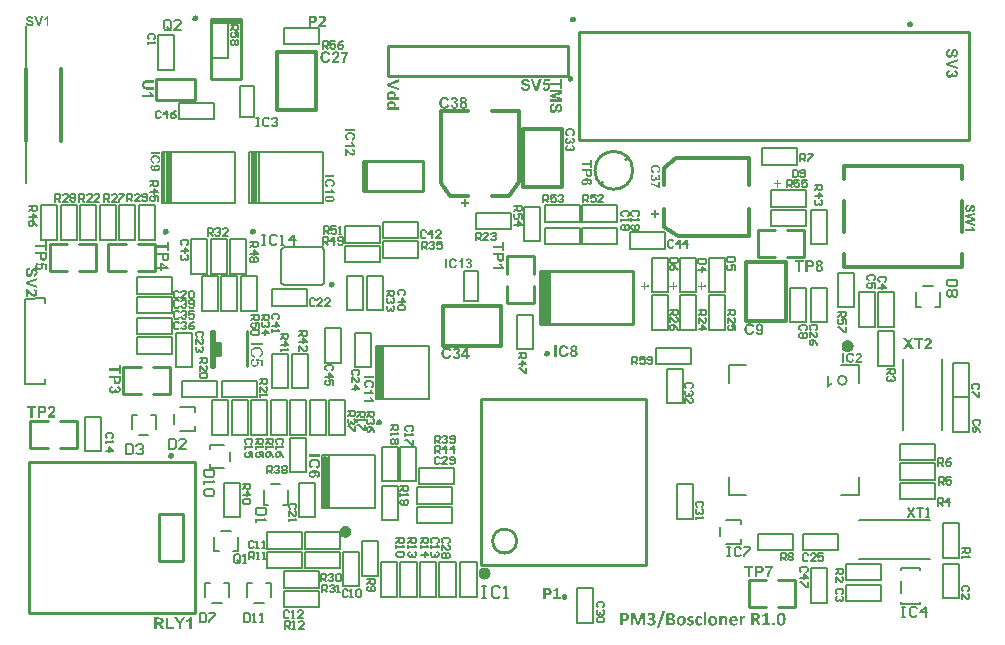
<source format=gto>
G04 Layer_Color=65535*
%FSLAX25Y25*%
%MOIN*%
G70*
G01*
G75*
%ADD46C,0.00800*%
%ADD48C,0.02000*%
%ADD58C,0.00500*%
%ADD59C,0.01000*%
%ADD60C,0.04000*%
%ADD61C,0.00500*%
%ADD62C,0.01200*%
%ADD63C,0.00680*%
%ADD64C,0.00600*%
%ADD65C,0.00612*%
%ADD66C,0.00578*%
%ADD67C,0.00536*%
G36*
X45281Y4937D02*
X45339D01*
X45401Y4931D01*
X45470D01*
X45618Y4914D01*
X45767Y4897D01*
X45904Y4869D01*
X45967Y4851D01*
X46024Y4834D01*
X46029D01*
X46035Y4829D01*
X46069Y4817D01*
X46121Y4789D01*
X46184Y4749D01*
X46258Y4697D01*
X46332Y4634D01*
X46401Y4560D01*
X46469Y4469D01*
X46475Y4457D01*
X46498Y4423D01*
X46526Y4366D01*
X46555Y4298D01*
X46589Y4206D01*
X46612Y4104D01*
X46635Y3989D01*
X46641Y3864D01*
Y3858D01*
Y3847D01*
Y3824D01*
X46635Y3789D01*
Y3755D01*
X46629Y3709D01*
X46606Y3612D01*
X46578Y3498D01*
X46532Y3378D01*
X46469Y3258D01*
X46429Y3201D01*
X46384Y3144D01*
Y3139D01*
X46372Y3133D01*
X46355Y3116D01*
X46338Y3098D01*
X46309Y3076D01*
X46275Y3053D01*
X46241Y3024D01*
X46195Y2996D01*
X46144Y2967D01*
X46087Y2939D01*
X46029Y2904D01*
X45961Y2881D01*
X45887Y2853D01*
X45807Y2830D01*
X45721Y2813D01*
X45630Y2796D01*
X45636D01*
X45641Y2790D01*
X45670Y2767D01*
X45715Y2739D01*
X45778Y2699D01*
X45841Y2653D01*
X45910Y2596D01*
X45978Y2533D01*
X46041Y2470D01*
X46047Y2465D01*
X46069Y2436D01*
X46110Y2390D01*
X46161Y2328D01*
X46224Y2242D01*
X46258Y2191D01*
X46298Y2134D01*
X46338Y2071D01*
X46384Y2002D01*
X46429Y1928D01*
X46481Y1848D01*
X46955Y1100D01*
X46024D01*
X45464Y1934D01*
X45458Y1939D01*
X45453Y1951D01*
X45436Y1974D01*
X45419Y2008D01*
X45390Y2042D01*
X45367Y2082D01*
X45304Y2173D01*
X45236Y2271D01*
X45167Y2362D01*
X45105Y2442D01*
X45076Y2476D01*
X45053Y2499D01*
X45047Y2505D01*
X45036Y2516D01*
X45013Y2539D01*
X44985Y2562D01*
X44950Y2590D01*
X44910Y2613D01*
X44865Y2642D01*
X44819Y2659D01*
X44813D01*
X44796Y2664D01*
X44768Y2676D01*
X44728Y2682D01*
X44671Y2693D01*
X44602Y2699D01*
X44522Y2705D01*
X44277D01*
Y1100D01*
X43500D01*
Y4943D01*
X45230D01*
X45281Y4937D01*
D02*
G37*
G36*
X48171Y1751D02*
X50101D01*
Y1100D01*
X47394D01*
Y4909D01*
X48171D01*
Y1751D01*
D02*
G37*
G36*
X317104Y139097D02*
X314900Y138616D01*
X317104Y138031D01*
X317104Y137264D01*
X314862Y136698D01*
X317104Y136207D01*
X317104Y135555D01*
X313900Y136331D01*
X313900Y137021D01*
X316295Y137659D01*
X313900Y138297D01*
X313900Y139006D01*
X317104Y139758D01*
X317104Y139097D01*
D02*
G37*
G36*
X315000Y141972D02*
X314995D01*
X314985Y141967D01*
X314971D01*
X314947Y141962D01*
X314890Y141948D01*
X314824Y141924D01*
X314747Y141896D01*
X314666Y141853D01*
X314595Y141805D01*
X314533Y141748D01*
X314528Y141738D01*
X314509Y141715D01*
X314486Y141677D01*
X314462Y141624D01*
X314433Y141558D01*
X314409Y141477D01*
X314390Y141382D01*
X314386Y141277D01*
Y141272D01*
Y141262D01*
Y141248D01*
Y141224D01*
X314390Y141167D01*
X314400Y141101D01*
X314419Y141024D01*
X314438Y140944D01*
X314471Y140872D01*
X314514Y140805D01*
X314519Y140801D01*
X314538Y140782D01*
X314566Y140753D01*
X314605Y140725D01*
X314647Y140696D01*
X314700Y140667D01*
X314762Y140648D01*
X314824Y140644D01*
X314828D01*
X314843D01*
X314866Y140648D01*
X314890Y140653D01*
X314952Y140672D01*
X314985Y140687D01*
X315019Y140710D01*
X315023Y140715D01*
X315033Y140725D01*
X315047Y140739D01*
X315066Y140763D01*
X315090Y140796D01*
X315109Y140839D01*
X315133Y140886D01*
X315157Y140944D01*
Y140948D01*
X315166Y140967D01*
X315176Y141001D01*
X315190Y141053D01*
X315199Y141082D01*
X315209Y141120D01*
X315219Y141163D01*
X315233Y141210D01*
X315247Y141262D01*
X315261Y141324D01*
X315280Y141391D01*
X315300Y141462D01*
Y141467D01*
X315304Y141486D01*
X315314Y141510D01*
X315323Y141548D01*
X315333Y141591D01*
X315352Y141639D01*
X315366Y141691D01*
X315385Y141748D01*
X315433Y141867D01*
X315485Y141986D01*
X315514Y142048D01*
X315547Y142100D01*
X315580Y142148D01*
X315614Y142191D01*
X315618Y142195D01*
X315628Y142205D01*
X315642Y142219D01*
X315661Y142234D01*
X315685Y142257D01*
X315718Y142281D01*
X315756Y142310D01*
X315794Y142333D01*
X315890Y142391D01*
X315999Y142434D01*
X316061Y142453D01*
X316123Y142467D01*
X316190Y142476D01*
X316261Y142481D01*
X316266D01*
X316270D01*
X316285D01*
X316304D01*
X316351Y142472D01*
X316408Y142462D01*
X316480Y142448D01*
X316556Y142424D01*
X316637Y142391D01*
X316718Y142343D01*
X316723D01*
X316727Y142338D01*
X316751Y142319D01*
X316789Y142286D01*
X316837Y142243D01*
X316889Y142186D01*
X316946Y142119D01*
X316999Y142038D01*
X317042Y141948D01*
Y141943D01*
X317046Y141934D01*
X317051Y141919D01*
X317061Y141900D01*
X317070Y141877D01*
X317080Y141843D01*
X317089Y141810D01*
X317099Y141772D01*
X317118Y141677D01*
X317137Y141572D01*
X317151Y141448D01*
X317156Y141315D01*
Y141310D01*
Y141286D01*
Y141258D01*
X317151Y141215D01*
X317146Y141167D01*
X317142Y141110D01*
X317132Y141044D01*
X317123Y140977D01*
X317089Y140829D01*
X317042Y140682D01*
X317013Y140606D01*
X316980Y140539D01*
X316937Y140472D01*
X316889Y140410D01*
X316885Y140406D01*
X316875Y140396D01*
X316861Y140382D01*
X316842Y140363D01*
X316813Y140339D01*
X316780Y140315D01*
X316747Y140287D01*
X316704Y140253D01*
X316651Y140225D01*
X316599Y140196D01*
X316542Y140173D01*
X316480Y140144D01*
X316413Y140125D01*
X316342Y140106D01*
X316266Y140092D01*
X316185Y140087D01*
X316161Y140734D01*
X316166D01*
X316171D01*
X316199Y140744D01*
X316242Y140753D01*
X316294Y140772D01*
X316356Y140796D01*
X316413Y140829D01*
X316466Y140867D01*
X316513Y140915D01*
X316518Y140920D01*
X316532Y140939D01*
X316547Y140972D01*
X316570Y141015D01*
X316589Y141072D01*
X316604Y141144D01*
X316618Y141229D01*
X316623Y141324D01*
Y141329D01*
Y141339D01*
Y141353D01*
Y141372D01*
X316618Y141420D01*
X316609Y141486D01*
X316594Y141553D01*
X316570Y141629D01*
X316542Y141700D01*
X316504Y141762D01*
X316499Y141767D01*
X316490Y141777D01*
X316475Y141796D01*
X316451Y141810D01*
X316423Y141829D01*
X316389Y141848D01*
X316351Y141858D01*
X316304Y141862D01*
X316299D01*
X316285D01*
X316266Y141858D01*
X316237Y141848D01*
X316209Y141839D01*
X316175Y141824D01*
X316147Y141800D01*
X316113Y141767D01*
X316109Y141762D01*
X316094Y141743D01*
X316085Y141724D01*
X316075Y141705D01*
X316061Y141681D01*
X316047Y141648D01*
X316033Y141615D01*
X316014Y141572D01*
X315994Y141524D01*
X315975Y141467D01*
X315956Y141405D01*
X315937Y141339D01*
X315918Y141262D01*
X315895Y141177D01*
Y141172D01*
X315890Y141158D01*
X315885Y141134D01*
X315876Y141101D01*
X315866Y141063D01*
X315852Y141015D01*
X315823Y140915D01*
X315790Y140801D01*
X315752Y140687D01*
X315709Y140577D01*
X315690Y140525D01*
X315666Y140482D01*
Y140477D01*
X315661Y140472D01*
X315642Y140444D01*
X315618Y140401D01*
X315580Y140353D01*
X315533Y140296D01*
X315476Y140234D01*
X315414Y140177D01*
X315338Y140125D01*
X315328Y140120D01*
X315300Y140106D01*
X315257Y140082D01*
X315200Y140058D01*
X315123Y140039D01*
X315038Y140015D01*
X314938Y140001D01*
X314828Y139996D01*
X314824D01*
X314814D01*
X314800D01*
X314781D01*
X314728Y140006D01*
X314662Y140015D01*
X314581Y140034D01*
X314495Y140063D01*
X314400Y140101D01*
X314310Y140153D01*
X314305D01*
X314300Y140158D01*
X314271Y140182D01*
X314229Y140215D01*
X314176Y140263D01*
X314119Y140325D01*
X314057Y140401D01*
X314000Y140487D01*
X313952Y140586D01*
Y140591D01*
X313948Y140601D01*
X313943Y140615D01*
X313933Y140634D01*
X313924Y140663D01*
X313914Y140696D01*
X313905Y140734D01*
X313895Y140777D01*
X313886Y140824D01*
X313876Y140877D01*
X313857Y140996D01*
X313843Y141129D01*
X313838Y141281D01*
Y141286D01*
Y141310D01*
X313838Y141339D01*
X313843Y141381D01*
X313848Y141434D01*
X313852Y141491D01*
X313862Y141553D01*
X313872Y141624D01*
X313905Y141777D01*
X313929Y141853D01*
X313957Y141929D01*
X313990Y142005D01*
X314029Y142081D01*
X314071Y142148D01*
X314119Y142215D01*
X314124Y142219D01*
X314133Y142229D01*
X314147Y142243D01*
X314171Y142267D01*
X314200Y142291D01*
X314238Y142319D01*
X314276Y142352D01*
X314328Y142386D01*
X314381Y142419D01*
X314443Y142453D01*
X314509Y142481D01*
X314581Y142514D01*
X314662Y142543D01*
X314747Y142567D01*
X314838Y142586D01*
X314938Y142600D01*
X315000Y141972D01*
D02*
G37*
G36*
X55954Y1100D02*
X55217D01*
Y3875D01*
X55211Y3869D01*
X55200Y3858D01*
X55177Y3841D01*
X55143Y3812D01*
X55108Y3784D01*
X55063Y3749D01*
X55006Y3709D01*
X54949Y3664D01*
X54880Y3618D01*
X54806Y3572D01*
X54646Y3481D01*
X54463Y3395D01*
X54263Y3321D01*
Y3989D01*
X54269D01*
X54275Y3995D01*
X54292Y4001D01*
X54315Y4006D01*
X54372Y4035D01*
X54446Y4069D01*
X54543Y4115D01*
X54646Y4178D01*
X54760Y4252D01*
X54886Y4343D01*
X54891Y4349D01*
X54903Y4355D01*
X54920Y4372D01*
X54943Y4389D01*
X55000Y4446D01*
X55074Y4520D01*
X55148Y4612D01*
X55228Y4714D01*
X55297Y4834D01*
X55354Y4960D01*
X55954D01*
Y1100D01*
D02*
G37*
G36*
X144350Y94954D02*
X144396Y94949D01*
X144448Y94943D01*
X144510Y94931D01*
X144573Y94914D01*
X144716Y94874D01*
X144784Y94846D01*
X144859Y94811D01*
X144933Y94771D01*
X145001Y94726D01*
X145070Y94674D01*
X145133Y94612D01*
X145138Y94606D01*
X145144Y94600D01*
X145156Y94583D01*
X145178Y94560D01*
X145218Y94503D01*
X145270Y94423D01*
X145321Y94332D01*
X145367Y94223D01*
X145395Y94103D01*
X145401Y94041D01*
X145407Y93972D01*
Y93966D01*
Y93949D01*
X145401Y93921D01*
Y93887D01*
X145390Y93846D01*
X145378Y93795D01*
X145361Y93738D01*
X145338Y93681D01*
X145310Y93618D01*
X145270Y93550D01*
X145230Y93481D01*
X145173Y93418D01*
X145110Y93350D01*
X145036Y93281D01*
X144950Y93218D01*
X144853Y93161D01*
X144859D01*
X144870Y93156D01*
X144887D01*
X144910Y93144D01*
X144967Y93127D01*
X145041Y93098D01*
X145127Y93053D01*
X145213Y92996D01*
X145298Y92927D01*
X145378Y92842D01*
X145390Y92830D01*
X145413Y92796D01*
X145441Y92744D01*
X145481Y92676D01*
X145515Y92590D01*
X145549Y92488D01*
X145572Y92379D01*
X145578Y92253D01*
Y92248D01*
Y92231D01*
Y92202D01*
X145572Y92168D01*
X145567Y92122D01*
X145561Y92076D01*
X145549Y92019D01*
X145532Y91957D01*
X145487Y91820D01*
X145458Y91751D01*
X145424Y91677D01*
X145378Y91602D01*
X145327Y91528D01*
X145270Y91460D01*
X145207Y91391D01*
X145201Y91386D01*
X145190Y91374D01*
X145167Y91357D01*
X145138Y91334D01*
X145104Y91311D01*
X145059Y91277D01*
X145007Y91249D01*
X144950Y91214D01*
X144887Y91180D01*
X144819Y91151D01*
X144744Y91117D01*
X144659Y91094D01*
X144573Y91071D01*
X144482Y91054D01*
X144385Y91043D01*
X144282Y91037D01*
X144230D01*
X144196Y91043D01*
X144151Y91049D01*
X144099Y91054D01*
X144042Y91060D01*
X143979Y91077D01*
X143842Y91111D01*
X143700Y91163D01*
X143625Y91197D01*
X143551Y91237D01*
X143482Y91283D01*
X143414Y91334D01*
X143408Y91340D01*
X143397Y91346D01*
X143380Y91363D01*
X143363Y91391D01*
X143334Y91420D01*
X143306Y91454D01*
X143271Y91500D01*
X143237Y91545D01*
X143168Y91660D01*
X143106Y91791D01*
X143054Y91945D01*
X143031Y92031D01*
X143020Y92116D01*
X143734Y92208D01*
Y92202D01*
Y92196D01*
X143739Y92162D01*
X143751Y92116D01*
X143768Y92054D01*
X143791Y91985D01*
X143825Y91917D01*
X143865Y91848D01*
X143916Y91791D01*
X143922Y91785D01*
X143945Y91768D01*
X143974Y91745D01*
X144019Y91722D01*
X144071Y91694D01*
X144133Y91671D01*
X144202Y91654D01*
X144276Y91648D01*
X144288D01*
X144316Y91654D01*
X144356Y91660D01*
X144413Y91671D01*
X144476Y91688D01*
X144539Y91722D01*
X144602Y91762D01*
X144665Y91820D01*
X144670Y91825D01*
X144687Y91854D01*
X144716Y91888D01*
X144744Y91939D01*
X144773Y92008D01*
X144801Y92088D01*
X144819Y92179D01*
X144824Y92282D01*
Y92288D01*
Y92293D01*
Y92328D01*
X144819Y92379D01*
X144807Y92442D01*
X144784Y92510D01*
X144762Y92585D01*
X144722Y92659D01*
X144670Y92722D01*
X144665Y92727D01*
X144642Y92750D01*
X144613Y92773D01*
X144567Y92807D01*
X144516Y92836D01*
X144453Y92864D01*
X144385Y92882D01*
X144305Y92887D01*
X144248D01*
X144208Y92882D01*
X144162Y92876D01*
X144105Y92864D01*
X144036Y92847D01*
X143968Y92830D01*
X144048Y93430D01*
X144099D01*
X144151Y93435D01*
X144219Y93441D01*
X144293Y93458D01*
X144373Y93475D01*
X144448Y93510D01*
X144510Y93555D01*
X144516Y93561D01*
X144533Y93578D01*
X144562Y93612D01*
X144590Y93652D01*
X144619Y93704D01*
X144647Y93767D01*
X144665Y93841D01*
X144670Y93921D01*
Y93932D01*
Y93955D01*
X144665Y93989D01*
X144653Y94035D01*
X144642Y94081D01*
X144619Y94132D01*
X144590Y94183D01*
X144550Y94229D01*
X144545Y94235D01*
X144527Y94246D01*
X144505Y94269D01*
X144470Y94292D01*
X144425Y94309D01*
X144373Y94332D01*
X144310Y94343D01*
X144242Y94349D01*
X144213D01*
X144173Y94343D01*
X144133Y94332D01*
X144082Y94315D01*
X144025Y94292D01*
X143968Y94263D01*
X143916Y94218D01*
X143911Y94212D01*
X143894Y94195D01*
X143871Y94161D01*
X143848Y94121D01*
X143819Y94069D01*
X143797Y94001D01*
X143774Y93926D01*
X143757Y93835D01*
X143077Y93949D01*
Y93955D01*
X143083Y93966D01*
Y93984D01*
X143088Y94006D01*
X143106Y94069D01*
X143129Y94149D01*
X143157Y94240D01*
X143197Y94332D01*
X143237Y94423D01*
X143288Y94509D01*
X143294Y94520D01*
X143317Y94543D01*
X143345Y94583D01*
X143391Y94629D01*
X143448Y94680D01*
X143517Y94737D01*
X143597Y94794D01*
X143688Y94840D01*
X143694D01*
X143700Y94846D01*
X143734Y94857D01*
X143785Y94880D01*
X143854Y94903D01*
X143939Y94920D01*
X144036Y94943D01*
X144145Y94954D01*
X144259Y94960D01*
X144310D01*
X144350Y94954D01*
D02*
G37*
G36*
X141113Y95000D02*
X141170Y94994D01*
X141238Y94983D01*
X141318Y94971D01*
X141404Y94954D01*
X141490Y94931D01*
X141587Y94903D01*
X141678Y94869D01*
X141775Y94829D01*
X141872Y94777D01*
X141964Y94720D01*
X142055Y94657D01*
X142141Y94583D01*
X142146D01*
X142152Y94572D01*
X142186Y94537D01*
X142232Y94480D01*
X142289Y94406D01*
X142352Y94303D01*
X142420Y94183D01*
X142478Y94041D01*
X142535Y93881D01*
X141770Y93698D01*
Y93704D01*
X141764Y93709D01*
Y93727D01*
X141758Y93749D01*
X141735Y93801D01*
X141707Y93869D01*
X141672Y93944D01*
X141621Y94024D01*
X141558Y94098D01*
X141484Y94166D01*
X141473Y94172D01*
X141444Y94195D01*
X141398Y94223D01*
X141335Y94258D01*
X141261Y94286D01*
X141170Y94315D01*
X141067Y94338D01*
X140959Y94343D01*
X140919D01*
X140890Y94338D01*
X140850Y94332D01*
X140810Y94326D01*
X140713Y94303D01*
X140599Y94269D01*
X140485Y94212D01*
X140428Y94178D01*
X140371Y94138D01*
X140313Y94092D01*
X140262Y94035D01*
Y94029D01*
X140251Y94018D01*
X140239Y94001D01*
X140222Y93978D01*
X140199Y93944D01*
X140176Y93904D01*
X140154Y93852D01*
X140131Y93795D01*
X140108Y93732D01*
X140085Y93658D01*
X140062Y93578D01*
X140039Y93487D01*
X140022Y93390D01*
X140011Y93281D01*
X140005Y93167D01*
X139999Y93041D01*
Y93036D01*
Y93007D01*
Y92973D01*
X140005Y92922D01*
Y92864D01*
X140011Y92796D01*
X140022Y92722D01*
X140034Y92642D01*
X140062Y92470D01*
X140108Y92299D01*
X140136Y92219D01*
X140171Y92139D01*
X140211Y92071D01*
X140256Y92008D01*
X140262Y92002D01*
X140268Y91997D01*
X140285Y91979D01*
X140302Y91962D01*
X140359Y91911D01*
X140439Y91854D01*
X140542Y91797D01*
X140656Y91745D01*
X140793Y91711D01*
X140862Y91705D01*
X140942Y91699D01*
X140970D01*
X140993Y91705D01*
X141050Y91711D01*
X141124Y91722D01*
X141204Y91745D01*
X141296Y91780D01*
X141387Y91831D01*
X141473Y91894D01*
X141484Y91905D01*
X141507Y91934D01*
X141547Y91979D01*
X141598Y92042D01*
X141650Y92133D01*
X141701Y92236D01*
X141752Y92368D01*
X141792Y92516D01*
X142546Y92282D01*
Y92276D01*
X142540Y92253D01*
X142529Y92219D01*
X142512Y92179D01*
X142495Y92128D01*
X142466Y92065D01*
X142438Y91997D01*
X142409Y91928D01*
X142329Y91774D01*
X142226Y91620D01*
X142106Y91471D01*
X142038Y91403D01*
X141964Y91340D01*
X141958Y91334D01*
X141946Y91328D01*
X141924Y91311D01*
X141889Y91294D01*
X141855Y91271D01*
X141804Y91243D01*
X141752Y91214D01*
X141690Y91191D01*
X141615Y91163D01*
X141541Y91134D01*
X141455Y91106D01*
X141364Y91083D01*
X141273Y91066D01*
X141170Y91049D01*
X141061Y91043D01*
X140947Y91037D01*
X140913D01*
X140873Y91043D01*
X140822D01*
X140753Y91054D01*
X140679Y91066D01*
X140593Y91083D01*
X140502Y91100D01*
X140405Y91128D01*
X140302Y91163D01*
X140199Y91208D01*
X140096Y91254D01*
X139988Y91317D01*
X139885Y91386D01*
X139788Y91465D01*
X139691Y91557D01*
X139685Y91562D01*
X139668Y91580D01*
X139645Y91608D01*
X139617Y91654D01*
X139577Y91705D01*
X139537Y91768D01*
X139491Y91842D01*
X139445Y91928D01*
X139400Y92025D01*
X139354Y92133D01*
X139314Y92253D01*
X139274Y92379D01*
X139246Y92516D01*
X139223Y92664D01*
X139206Y92819D01*
X139200Y92984D01*
Y92996D01*
Y93024D01*
X139206Y93076D01*
Y93144D01*
X139217Y93224D01*
X139228Y93316D01*
X139240Y93418D01*
X139263Y93533D01*
X139286Y93647D01*
X139320Y93772D01*
X139360Y93892D01*
X139406Y94018D01*
X139463Y94138D01*
X139531Y94258D01*
X139605Y94372D01*
X139691Y94475D01*
X139697Y94480D01*
X139714Y94498D01*
X139743Y94526D01*
X139782Y94560D01*
X139834Y94600D01*
X139891Y94640D01*
X139959Y94692D01*
X140039Y94743D01*
X140131Y94789D01*
X140228Y94840D01*
X140336Y94880D01*
X140451Y94926D01*
X140576Y94954D01*
X140707Y94983D01*
X140845Y95000D01*
X140993Y95006D01*
X141061D01*
X141113Y95000D01*
D02*
G37*
G36*
X52436Y2710D02*
Y1100D01*
X51660D01*
Y2716D01*
X50255Y4943D01*
X51169D01*
X52065Y3418D01*
X52950Y4943D01*
X53841D01*
X52436Y2710D01*
D02*
G37*
G36*
X148187Y92516D02*
X148667D01*
Y91871D01*
X148187D01*
Y91100D01*
X147474D01*
Y91871D01*
X145904D01*
Y92510D01*
X147565Y94960D01*
X148187D01*
Y92516D01*
D02*
G37*
G36*
X146665Y178454D02*
X146711D01*
X146762Y178443D01*
X146819Y178437D01*
X146882Y178426D01*
X147019Y178391D01*
X147162Y178340D01*
X147231Y178306D01*
X147293Y178271D01*
X147362Y178226D01*
X147419Y178174D01*
X147425Y178169D01*
X147430Y178163D01*
X147448Y178146D01*
X147465Y178123D01*
X147493Y178094D01*
X147516Y178066D01*
X147573Y177980D01*
X147630Y177877D01*
X147682Y177758D01*
X147716Y177621D01*
X147722Y177546D01*
X147727Y177466D01*
Y177461D01*
Y177455D01*
Y177421D01*
X147722Y177369D01*
X147710Y177306D01*
X147693Y177232D01*
X147665Y177152D01*
X147630Y177067D01*
X147585Y176987D01*
X147579Y176975D01*
X147562Y176953D01*
X147528Y176918D01*
X147487Y176873D01*
X147430Y176821D01*
X147362Y176770D01*
X147288Y176718D01*
X147196Y176673D01*
X147202D01*
X147208Y176667D01*
X147225Y176661D01*
X147248Y176650D01*
X147305Y176616D01*
X147379Y176576D01*
X147453Y176524D01*
X147539Y176456D01*
X147613Y176382D01*
X147682Y176296D01*
X147687Y176284D01*
X147710Y176250D01*
X147739Y176199D01*
X147767Y176130D01*
X147802Y176050D01*
X147824Y175953D01*
X147847Y175845D01*
X147853Y175725D01*
Y175719D01*
Y175702D01*
Y175673D01*
X147847Y175639D01*
X147842Y175593D01*
X147836Y175536D01*
X147824Y175479D01*
X147813Y175417D01*
X147767Y175279D01*
X147745Y175205D01*
X147710Y175137D01*
X147670Y175063D01*
X147625Y174994D01*
X147573Y174920D01*
X147510Y174857D01*
X147505Y174851D01*
X147493Y174846D01*
X147476Y174828D01*
X147448Y174806D01*
X147413Y174783D01*
X147373Y174754D01*
X147322Y174720D01*
X147271Y174691D01*
X147208Y174663D01*
X147139Y174628D01*
X147065Y174600D01*
X146985Y174577D01*
X146899Y174554D01*
X146808Y174543D01*
X146711Y174531D01*
X146608Y174526D01*
X146557D01*
X146523Y174531D01*
X146477D01*
X146425Y174543D01*
X146368Y174549D01*
X146300Y174560D01*
X146163Y174594D01*
X146020Y174640D01*
X145872Y174708D01*
X145803Y174754D01*
X145735Y174800D01*
X145729Y174806D01*
X145717Y174817D01*
X145695Y174834D01*
X145672Y174863D01*
X145638Y174891D01*
X145603Y174931D01*
X145569Y174983D01*
X145529Y175034D01*
X145489Y175097D01*
X145455Y175160D01*
X145421Y175234D01*
X145386Y175314D01*
X145363Y175399D01*
X145341Y175496D01*
X145329Y175593D01*
X145324Y175696D01*
Y175702D01*
Y175708D01*
Y175725D01*
Y175748D01*
X145329Y175811D01*
X145341Y175885D01*
X145363Y175970D01*
X145386Y176067D01*
X145426Y176170D01*
X145478Y176267D01*
Y176273D01*
X145483Y176279D01*
X145506Y176313D01*
X145546Y176359D01*
X145598Y176416D01*
X145666Y176484D01*
X145746Y176547D01*
X145849Y176616D01*
X145963Y176673D01*
X145957D01*
X145951Y176678D01*
X145917Y176696D01*
X145866Y176724D01*
X145803Y176758D01*
X145735Y176804D01*
X145666Y176861D01*
X145603Y176930D01*
X145546Y177004D01*
X145540Y177015D01*
X145529Y177044D01*
X145506Y177084D01*
X145483Y177141D01*
X145460Y177209D01*
X145438Y177289D01*
X145426Y177375D01*
X145421Y177466D01*
Y177472D01*
Y177483D01*
Y177506D01*
X145426Y177541D01*
X145432Y177575D01*
X145438Y177615D01*
X145460Y177718D01*
X145495Y177826D01*
X145546Y177946D01*
X145580Y178003D01*
X145620Y178066D01*
X145666Y178123D01*
X145717Y178174D01*
X145723Y178180D01*
X145729Y178186D01*
X145752Y178203D01*
X145774Y178220D01*
X145803Y178243D01*
X145843Y178266D01*
X145889Y178289D01*
X145940Y178317D01*
X145997Y178346D01*
X146060Y178369D01*
X146129Y178391D01*
X146209Y178414D01*
X146288Y178431D01*
X146380Y178448D01*
X146471Y178454D01*
X146574Y178460D01*
X146625D01*
X146665Y178454D01*
D02*
G37*
G36*
X143650D02*
X143696Y178448D01*
X143747Y178443D01*
X143810Y178431D01*
X143873Y178414D01*
X144016Y178374D01*
X144084Y178346D01*
X144159Y178312D01*
X144233Y178271D01*
X144301Y178226D01*
X144370Y178174D01*
X144433Y178112D01*
X144438Y178106D01*
X144444Y178100D01*
X144456Y178083D01*
X144478Y178060D01*
X144518Y178003D01*
X144570Y177923D01*
X144621Y177832D01*
X144667Y177723D01*
X144695Y177603D01*
X144701Y177541D01*
X144707Y177472D01*
Y177466D01*
Y177449D01*
X144701Y177421D01*
Y177386D01*
X144690Y177347D01*
X144678Y177295D01*
X144661Y177238D01*
X144638Y177181D01*
X144610Y177118D01*
X144570Y177050D01*
X144530Y176981D01*
X144473Y176918D01*
X144410Y176850D01*
X144336Y176781D01*
X144250Y176718D01*
X144153Y176661D01*
X144159D01*
X144170Y176656D01*
X144187D01*
X144210Y176644D01*
X144267Y176627D01*
X144341Y176599D01*
X144427Y176553D01*
X144513Y176496D01*
X144598Y176427D01*
X144678Y176342D01*
X144690Y176330D01*
X144712Y176296D01*
X144741Y176244D01*
X144781Y176176D01*
X144815Y176090D01*
X144850Y175988D01*
X144872Y175879D01*
X144878Y175753D01*
Y175748D01*
Y175731D01*
Y175702D01*
X144872Y175668D01*
X144867Y175622D01*
X144861Y175576D01*
X144850Y175519D01*
X144832Y175457D01*
X144787Y175320D01*
X144758Y175251D01*
X144724Y175177D01*
X144678Y175102D01*
X144627Y175028D01*
X144570Y174960D01*
X144507Y174891D01*
X144501Y174885D01*
X144490Y174874D01*
X144467Y174857D01*
X144438Y174834D01*
X144404Y174811D01*
X144359Y174777D01*
X144307Y174749D01*
X144250Y174714D01*
X144187Y174680D01*
X144119Y174651D01*
X144044Y174617D01*
X143959Y174594D01*
X143873Y174572D01*
X143782Y174554D01*
X143685Y174543D01*
X143582Y174537D01*
X143530D01*
X143496Y174543D01*
X143451Y174549D01*
X143399Y174554D01*
X143342Y174560D01*
X143279Y174577D01*
X143142Y174611D01*
X142999Y174663D01*
X142925Y174697D01*
X142851Y174737D01*
X142782Y174783D01*
X142714Y174834D01*
X142708Y174840D01*
X142697Y174846D01*
X142680Y174863D01*
X142663Y174891D01*
X142634Y174920D01*
X142605Y174954D01*
X142571Y175000D01*
X142537Y175045D01*
X142469Y175160D01*
X142406Y175291D01*
X142354Y175445D01*
X142331Y175531D01*
X142320Y175616D01*
X143034Y175708D01*
Y175702D01*
Y175696D01*
X143040Y175662D01*
X143051Y175616D01*
X143068Y175554D01*
X143091Y175485D01*
X143125Y175417D01*
X143165Y175348D01*
X143217Y175291D01*
X143222Y175285D01*
X143245Y175268D01*
X143274Y175245D01*
X143319Y175222D01*
X143371Y175194D01*
X143433Y175171D01*
X143502Y175154D01*
X143576Y175148D01*
X143588D01*
X143616Y175154D01*
X143656Y175160D01*
X143713Y175171D01*
X143776Y175188D01*
X143839Y175222D01*
X143902Y175262D01*
X143965Y175320D01*
X143970Y175325D01*
X143987Y175354D01*
X144016Y175388D01*
X144044Y175439D01*
X144073Y175508D01*
X144102Y175588D01*
X144119Y175679D01*
X144124Y175782D01*
Y175788D01*
Y175793D01*
Y175828D01*
X144119Y175879D01*
X144107Y175942D01*
X144084Y176010D01*
X144062Y176085D01*
X144022Y176159D01*
X143970Y176222D01*
X143965Y176227D01*
X143942Y176250D01*
X143913Y176273D01*
X143867Y176307D01*
X143816Y176336D01*
X143753Y176364D01*
X143685Y176382D01*
X143605Y176387D01*
X143548D01*
X143508Y176382D01*
X143462Y176376D01*
X143405Y176364D01*
X143336Y176347D01*
X143268Y176330D01*
X143348Y176930D01*
X143399D01*
X143451Y176935D01*
X143519Y176941D01*
X143593Y176958D01*
X143673Y176975D01*
X143747Y177010D01*
X143810Y177055D01*
X143816Y177061D01*
X143833Y177078D01*
X143862Y177112D01*
X143890Y177152D01*
X143919Y177204D01*
X143947Y177267D01*
X143965Y177341D01*
X143970Y177421D01*
Y177432D01*
Y177455D01*
X143965Y177489D01*
X143953Y177535D01*
X143942Y177581D01*
X143919Y177632D01*
X143890Y177683D01*
X143850Y177729D01*
X143845Y177735D01*
X143827Y177746D01*
X143805Y177769D01*
X143770Y177792D01*
X143725Y177809D01*
X143673Y177832D01*
X143610Y177843D01*
X143542Y177849D01*
X143513D01*
X143473Y177843D01*
X143433Y177832D01*
X143382Y177815D01*
X143325Y177792D01*
X143268Y177763D01*
X143217Y177718D01*
X143211Y177712D01*
X143194Y177695D01*
X143171Y177661D01*
X143148Y177621D01*
X143119Y177569D01*
X143097Y177501D01*
X143074Y177426D01*
X143057Y177335D01*
X142377Y177449D01*
Y177455D01*
X142383Y177466D01*
Y177483D01*
X142388Y177506D01*
X142406Y177569D01*
X142429Y177649D01*
X142457Y177741D01*
X142497Y177832D01*
X142537Y177923D01*
X142588Y178009D01*
X142594Y178020D01*
X142617Y178043D01*
X142646Y178083D01*
X142691Y178129D01*
X142748Y178180D01*
X142817Y178237D01*
X142897Y178294D01*
X142988Y178340D01*
X142994D01*
X142999Y178346D01*
X143034Y178357D01*
X143085Y178380D01*
X143154Y178403D01*
X143239Y178420D01*
X143336Y178443D01*
X143445Y178454D01*
X143559Y178460D01*
X143610D01*
X143650Y178454D01*
D02*
G37*
G36*
X160144Y125210D02*
Y125205D01*
X160144Y125182D01*
X160144Y125142D01*
X160144Y125096D01*
X160144Y125039D01*
X160139Y124976D01*
X160139Y124902D01*
X160139Y124828D01*
X160127Y124674D01*
X160116Y124520D01*
X160110Y124451D01*
X160105Y124388D01*
X160093Y124331D01*
X160082Y124285D01*
Y124280D01*
X160076Y124268D01*
X160070Y124251D01*
X160065Y124228D01*
X160042Y124171D01*
X160002Y124091D01*
X159950Y124006D01*
X159888Y123914D01*
X159808Y123817D01*
X159705Y123732D01*
X159699Y123732D01*
X159694Y123720D01*
X159677Y123709D01*
X159654Y123697D01*
X159625Y123680D01*
X159591Y123663D01*
X159505Y123617D01*
X159397Y123577D01*
X159271Y123543D01*
X159128Y123520D01*
X158963Y123509D01*
X158957D01*
X158946Y123509D01*
X158929D01*
X158906Y123509D01*
X158837Y123514D01*
X158757Y123526D01*
X158660Y123543D01*
X158563Y123565D01*
X158460Y123594D01*
X158363Y123640D01*
X158352Y123645D01*
X158323Y123662D01*
X158278Y123691D01*
X158226Y123725D01*
X158163Y123777D01*
X158100Y123828D01*
X158043Y123891D01*
X157986Y123965D01*
X157981Y123977D01*
X157963Y123999D01*
X157941Y124039D01*
X157912Y124091D01*
X157884Y124148D01*
X157849Y124216D01*
X157826Y124291D01*
X157803Y124365D01*
Y124370D01*
Y124376D01*
X157798Y124393D01*
Y124416D01*
X157792Y124445D01*
X157786Y124479D01*
X157781Y124525D01*
X157781Y124570D01*
X157775Y124622D01*
X157769Y124684D01*
X157763Y124747D01*
X157758Y124821D01*
X157758Y124901D01*
X157752Y124981D01*
X157752Y125073D01*
X157752Y125170D01*
X157752Y125672D01*
X156301Y125672D01*
X156301Y126448D01*
X160144Y126450D01*
X160144Y125210D01*
D02*
G37*
G36*
X160144Y126952D02*
X159493Y126952D01*
X159493Y128082D01*
X156301Y128081D01*
X156300Y128858D01*
X159492Y128859D01*
X159492Y130001D01*
X160143Y130001D01*
X160144Y126952D01*
D02*
G37*
G36*
X140413Y178500D02*
X140470Y178494D01*
X140539Y178483D01*
X140618Y178471D01*
X140704Y178454D01*
X140790Y178431D01*
X140887Y178403D01*
X140978Y178369D01*
X141075Y178329D01*
X141172Y178277D01*
X141264Y178220D01*
X141355Y178157D01*
X141441Y178083D01*
X141446D01*
X141452Y178072D01*
X141486Y178037D01*
X141532Y177980D01*
X141589Y177906D01*
X141652Y177803D01*
X141720Y177683D01*
X141778Y177541D01*
X141835Y177381D01*
X141069Y177198D01*
Y177204D01*
X141064Y177209D01*
Y177227D01*
X141058Y177249D01*
X141035Y177301D01*
X141007Y177369D01*
X140972Y177444D01*
X140921Y177524D01*
X140858Y177598D01*
X140784Y177666D01*
X140773Y177672D01*
X140744Y177695D01*
X140698Y177723D01*
X140636Y177758D01*
X140561Y177786D01*
X140470Y177815D01*
X140367Y177838D01*
X140259Y177843D01*
X140219D01*
X140190Y177838D01*
X140150Y177832D01*
X140110Y177826D01*
X140013Y177803D01*
X139899Y177769D01*
X139785Y177712D01*
X139728Y177678D01*
X139671Y177638D01*
X139613Y177592D01*
X139562Y177535D01*
Y177529D01*
X139551Y177518D01*
X139539Y177501D01*
X139522Y177478D01*
X139499Y177444D01*
X139476Y177404D01*
X139454Y177352D01*
X139431Y177295D01*
X139408Y177232D01*
X139385Y177158D01*
X139362Y177078D01*
X139339Y176987D01*
X139322Y176890D01*
X139311Y176781D01*
X139305Y176667D01*
X139299Y176541D01*
Y176536D01*
Y176507D01*
Y176473D01*
X139305Y176421D01*
Y176364D01*
X139311Y176296D01*
X139322Y176222D01*
X139334Y176142D01*
X139362Y175970D01*
X139408Y175799D01*
X139436Y175719D01*
X139471Y175639D01*
X139511Y175571D01*
X139556Y175508D01*
X139562Y175502D01*
X139568Y175496D01*
X139585Y175479D01*
X139602Y175462D01*
X139659Y175411D01*
X139739Y175354D01*
X139842Y175297D01*
X139956Y175245D01*
X140093Y175211D01*
X140162Y175205D01*
X140242Y175199D01*
X140270D01*
X140293Y175205D01*
X140350Y175211D01*
X140424Y175222D01*
X140504Y175245D01*
X140596Y175279D01*
X140687Y175331D01*
X140773Y175394D01*
X140784Y175405D01*
X140807Y175434D01*
X140847Y175479D01*
X140898Y175542D01*
X140950Y175634D01*
X141001Y175736D01*
X141052Y175868D01*
X141092Y176016D01*
X141846Y175782D01*
Y175776D01*
X141840Y175753D01*
X141829Y175719D01*
X141812Y175679D01*
X141795Y175628D01*
X141766Y175565D01*
X141738Y175496D01*
X141709Y175428D01*
X141629Y175274D01*
X141526Y175120D01*
X141406Y174971D01*
X141338Y174903D01*
X141264Y174840D01*
X141258Y174834D01*
X141246Y174828D01*
X141224Y174811D01*
X141189Y174794D01*
X141155Y174771D01*
X141104Y174743D01*
X141052Y174714D01*
X140990Y174691D01*
X140915Y174663D01*
X140841Y174634D01*
X140755Y174606D01*
X140664Y174583D01*
X140573Y174566D01*
X140470Y174549D01*
X140361Y174543D01*
X140247Y174537D01*
X140213D01*
X140173Y174543D01*
X140122D01*
X140053Y174554D01*
X139979Y174566D01*
X139893Y174583D01*
X139802Y174600D01*
X139705Y174628D01*
X139602Y174663D01*
X139499Y174708D01*
X139397Y174754D01*
X139288Y174817D01*
X139185Y174885D01*
X139088Y174965D01*
X138991Y175057D01*
X138985Y175063D01*
X138968Y175080D01*
X138945Y175108D01*
X138917Y175154D01*
X138877Y175205D01*
X138837Y175268D01*
X138791Y175342D01*
X138745Y175428D01*
X138700Y175525D01*
X138654Y175634D01*
X138614Y175753D01*
X138574Y175879D01*
X138546Y176016D01*
X138523Y176164D01*
X138506Y176319D01*
X138500Y176484D01*
Y176496D01*
Y176524D01*
X138506Y176576D01*
Y176644D01*
X138517Y176724D01*
X138529Y176815D01*
X138540Y176918D01*
X138563Y177032D01*
X138586Y177147D01*
X138620Y177272D01*
X138660Y177392D01*
X138706Y177518D01*
X138763Y177638D01*
X138831Y177758D01*
X138905Y177872D01*
X138991Y177975D01*
X138997Y177980D01*
X139014Y177998D01*
X139042Y178026D01*
X139082Y178060D01*
X139134Y178100D01*
X139191Y178140D01*
X139259Y178192D01*
X139339Y178243D01*
X139431Y178289D01*
X139528Y178340D01*
X139636Y178380D01*
X139751Y178426D01*
X139876Y178454D01*
X140007Y178483D01*
X140145Y178500D01*
X140293Y178506D01*
X140361D01*
X140413Y178500D01*
D02*
G37*
G36*
X210647Y155796D02*
X210704Y155796D01*
X210771Y155786D01*
X210847Y155777D01*
X210933Y155767D01*
X211028Y155748D01*
X211123Y155729D01*
X211228Y155700D01*
X211328Y155667D01*
X211432Y155629D01*
X211532Y155581D01*
X211632Y155524D01*
X211727Y155463D01*
X211813Y155391D01*
X211818Y155386D01*
X211832Y155372D01*
X211856Y155348D01*
X211885Y155315D01*
X211918Y155272D01*
X211951Y155225D01*
X211994Y155167D01*
X212037Y155101D01*
X212075Y155025D01*
X212118Y154944D01*
X212151Y154853D01*
X212189Y154758D01*
X212213Y154653D01*
X212237Y154544D01*
X212251Y154430D01*
X212256Y154306D01*
Y154301D01*
Y154277D01*
X212256Y154249D01*
X212251Y154206D01*
X212247Y154158D01*
X212237Y154101D01*
X212228Y154035D01*
X212213Y153963D01*
X212194Y153892D01*
X212171Y153811D01*
X212142Y153735D01*
X212109Y153654D01*
X212066Y153573D01*
X212018Y153497D01*
X211966Y153420D01*
X211904Y153349D01*
Y153344D01*
X211894Y153340D01*
X211866Y153311D01*
X211818Y153273D01*
X211756Y153225D01*
X211671Y153173D01*
X211571Y153116D01*
X211452Y153068D01*
X211319Y153021D01*
X211166Y153658D01*
X211171D01*
X211176Y153663D01*
X211190D01*
X211209Y153668D01*
X211252Y153687D01*
X211309Y153711D01*
X211371Y153739D01*
X211438Y153782D01*
X211499Y153834D01*
X211556Y153896D01*
X211561Y153906D01*
X211580Y153930D01*
X211604Y153968D01*
X211633Y154020D01*
X211656Y154082D01*
X211680Y154158D01*
X211699Y154244D01*
X211704Y154334D01*
Y154339D01*
Y154349D01*
X211704Y154368D01*
X211699Y154392D01*
X211694Y154425D01*
X211690Y154458D01*
X211671Y154539D01*
X211642Y154634D01*
X211594Y154729D01*
X211566Y154777D01*
X211532Y154825D01*
X211494Y154872D01*
X211447Y154915D01*
X211442D01*
X211433Y154925D01*
X211418Y154934D01*
X211399Y154948D01*
X211371Y154967D01*
X211337Y154986D01*
X211295Y155006D01*
X211247Y155025D01*
X211194Y155043D01*
X211133Y155063D01*
X211066Y155082D01*
X210990Y155101D01*
X210909Y155115D01*
X210818Y155124D01*
X210723Y155129D01*
X210618Y155134D01*
X210614D01*
X210590Y155134D01*
X210561D01*
X210519Y155129D01*
X210471Y155129D01*
X210414Y155124D01*
X210352Y155115D01*
X210285Y155105D01*
X210142Y155081D01*
X210000Y155043D01*
X209933Y155019D01*
X209866Y154991D01*
X209809Y154958D01*
X209757Y154920D01*
X209752Y154915D01*
X209748Y154910D01*
X209733Y154896D01*
X209719Y154881D01*
X209676Y154834D01*
X209629Y154767D01*
X209581Y154682D01*
X209538Y154586D01*
X209509Y154472D01*
X209505Y154415D01*
X209500Y154348D01*
Y154343D01*
Y154339D01*
Y154324D01*
X209505Y154305D01*
X209510Y154258D01*
X209519Y154196D01*
X209538Y154129D01*
X209567Y154053D01*
X209610Y153977D01*
X209662Y153906D01*
X209671Y153896D01*
X209695Y153877D01*
X209733Y153844D01*
X209786Y153801D01*
X209862Y153758D01*
X209948Y153715D01*
X210057Y153673D01*
X210181Y153639D01*
X209986Y153011D01*
X209981D01*
X209962Y153016D01*
X209933Y153025D01*
X209900Y153039D01*
X209857Y153054D01*
X209805Y153077D01*
X209748Y153101D01*
X209691Y153125D01*
X209562Y153192D01*
X209434Y153277D01*
X209310Y153377D01*
X209253Y153434D01*
X209200Y153496D01*
X209196Y153501D01*
X209191Y153510D01*
X209176Y153530D01*
X209162Y153558D01*
X209143Y153587D01*
X209119Y153630D01*
X209096Y153672D01*
X209076Y153725D01*
X209053Y153787D01*
X209029Y153848D01*
X209005Y153920D01*
X208986Y153996D01*
X208972Y154072D01*
X208957Y154158D01*
X208953Y154248D01*
X208948Y154343D01*
Y154348D01*
X208948Y154372D01*
X208953Y154405D01*
X208953Y154448D01*
X208962Y154505D01*
X208972Y154567D01*
X208986Y154639D01*
X209000Y154715D01*
X209024Y154796D01*
X209052Y154881D01*
X209091Y154967D01*
X209129Y155053D01*
X209181Y155143D01*
X209238Y155229D01*
X209305Y155310D01*
X209381Y155391D01*
X209386Y155395D01*
X209400Y155410D01*
X209424Y155429D01*
X209462Y155453D01*
X209505Y155486D01*
X209557Y155519D01*
X209619Y155557D01*
X209690Y155595D01*
X209771Y155633D01*
X209862Y155672D01*
X209962Y155705D01*
X210066Y155738D01*
X210180Y155762D01*
X210304Y155781D01*
X210433Y155796D01*
X210571Y155800D01*
X210580D01*
X210604D01*
X210647Y155796D01*
D02*
G37*
G36*
X316309Y135194D02*
X316314Y135189D01*
X316318Y135175D01*
X316323Y135155D01*
X316347Y135108D01*
X316375Y135046D01*
X316413Y134965D01*
X316466Y134879D01*
X316528Y134784D01*
X316604Y134679D01*
X316609Y134675D01*
X316614Y134665D01*
X316628Y134651D01*
X316642Y134632D01*
X316690Y134584D01*
X316752Y134522D01*
X316828Y134460D01*
X316913Y134394D01*
X317013Y134337D01*
X317118Y134289D01*
X317118Y133789D01*
X313900Y133789D01*
X313900Y134403D01*
X316214Y134403D01*
X316209Y134408D01*
X316199Y134418D01*
X316185Y134437D01*
X316161Y134465D01*
X316138Y134494D01*
X316109Y134532D01*
X316076Y134580D01*
X316038Y134627D01*
X315999Y134684D01*
X315961Y134746D01*
X315885Y134879D01*
X315814Y135032D01*
X315752Y135198D01*
X316309Y135198D01*
Y135194D01*
D02*
G37*
G36*
X212162Y148004D02*
X211715Y148004D01*
X211710Y148008D01*
X211705Y148013D01*
X211686Y148027D01*
X211667Y148046D01*
X211638Y148070D01*
X211610Y148099D01*
X211572Y148132D01*
X211524Y148170D01*
X211476Y148208D01*
X211419Y148246D01*
X211362Y148294D01*
X211296Y148337D01*
X211224Y148384D01*
X211148Y148437D01*
X211062Y148484D01*
X210977Y148537D01*
X210972Y148541D01*
X210958Y148546D01*
X210929Y148560D01*
X210896Y148579D01*
X210848Y148603D01*
X210796Y148627D01*
X210739Y148655D01*
X210672Y148689D01*
X210601Y148722D01*
X210520Y148756D01*
X210439Y148789D01*
X210348Y148822D01*
X210163Y148889D01*
X209963Y148946D01*
X209958D01*
X209939Y148951D01*
X209910Y148960D01*
X209872Y148965D01*
X209825Y148979D01*
X209772Y148989D01*
X209710Y149003D01*
X209639Y149012D01*
X209568Y149027D01*
X209491Y149041D01*
X209330Y149060D01*
X209163Y149074D01*
X209001Y149079D01*
X209001Y149669D01*
X209011D01*
X209030D01*
X209068Y149664D01*
X209115Y149664D01*
X209177Y149660D01*
X209249Y149650D01*
X209330Y149641D01*
X209420Y149631D01*
X209515Y149617D01*
X209620Y149598D01*
X209734Y149574D01*
X209848Y149550D01*
X209972Y149517D01*
X210096Y149484D01*
X210224Y149446D01*
X210353Y149398D01*
X210363Y149393D01*
X210382Y149384D01*
X210420Y149370D01*
X210467Y149351D01*
X210529Y149327D01*
X210600Y149293D01*
X210681Y149255D01*
X210767Y149217D01*
X210862Y149170D01*
X210958Y149117D01*
X211062Y149060D01*
X211167Y148998D01*
X211381Y148860D01*
X211591Y148708D01*
X211590Y150103D01*
X212162Y150103D01*
X212162Y148004D01*
D02*
G37*
G36*
X209924Y152021D02*
X209919D01*
X209915D01*
X209886Y152016D01*
X209848Y152006D01*
X209796Y151992D01*
X209738Y151973D01*
X209681Y151944D01*
X209624Y151911D01*
X209577Y151868D01*
X209572Y151864D01*
X209558Y151845D01*
X209539Y151821D01*
X209520Y151783D01*
X209496Y151740D01*
X209477Y151687D01*
X209462Y151630D01*
X209458Y151568D01*
X209458Y151559D01*
X209462Y151535D01*
X209467Y151502D01*
X209477Y151454D01*
X209491Y151402D01*
X209520Y151349D01*
X209553Y151297D01*
X209600Y151245D01*
X209605Y151240D01*
X209629Y151226D01*
X209658Y151202D01*
X209700Y151178D01*
X209758Y151154D01*
X209824Y151131D01*
X209900Y151116D01*
X209986Y151112D01*
X209991D01*
X209996D01*
X210024Y151112D01*
X210067Y151116D01*
X210119Y151126D01*
X210176Y151145D01*
X210238Y151164D01*
X210300Y151197D01*
X210353Y151240D01*
X210357Y151245D01*
X210376Y151264D01*
X210395Y151288D01*
X210424Y151326D01*
X210448Y151369D01*
X210472Y151421D01*
X210486Y151478D01*
X210491Y151545D01*
Y151550D01*
X210491Y151564D01*
Y151592D01*
X210486Y151626D01*
X210481Y151664D01*
X210472Y151711D01*
X210457Y151769D01*
X210443Y151826D01*
X210943Y151759D01*
Y151754D01*
Y151750D01*
Y151735D01*
X210943Y151716D01*
X210948Y151673D01*
X210952Y151616D01*
X210967Y151554D01*
X210981Y151488D01*
X211010Y151426D01*
X211048Y151374D01*
X211052Y151369D01*
X211067Y151355D01*
X211095Y151331D01*
X211128Y151307D01*
X211171Y151283D01*
X211224Y151259D01*
X211286Y151245D01*
X211352Y151240D01*
X211362D01*
X211381Y151240D01*
X211409Y151245D01*
X211447Y151255D01*
X211486Y151264D01*
X211528Y151283D01*
X211571Y151307D01*
X211609Y151340D01*
X211614Y151345D01*
X211624Y151359D01*
X211643Y151378D01*
X211662Y151407D01*
X211676Y151445D01*
X211695Y151488D01*
X211704Y151540D01*
X211709Y151597D01*
Y151602D01*
X211709Y151621D01*
X211704Y151655D01*
X211695Y151688D01*
X211681Y151731D01*
X211662Y151778D01*
X211638Y151826D01*
X211600Y151869D01*
X211595Y151873D01*
X211581Y151888D01*
X211552Y151907D01*
X211519Y151926D01*
X211476Y151950D01*
X211419Y151969D01*
X211357Y151988D01*
X211281Y152002D01*
X211376Y152568D01*
X211381D01*
X211390Y152564D01*
X211404D01*
X211423Y152559D01*
X211476Y152545D01*
X211542Y152525D01*
X211619Y152502D01*
X211695Y152469D01*
X211771Y152435D01*
X211842Y152392D01*
X211852Y152388D01*
X211871Y152368D01*
X211904Y152345D01*
X211942Y152307D01*
X211985Y152259D01*
X212033Y152202D01*
X212080Y152135D01*
X212118Y152059D01*
Y152054D01*
X212123Y152050D01*
X212133Y152021D01*
X212152Y151978D01*
X212171Y151921D01*
X212185Y151850D01*
X212204Y151769D01*
X212214Y151678D01*
X212218Y151583D01*
Y151578D01*
Y151564D01*
X212218Y151540D01*
X212214Y151507D01*
X212209Y151469D01*
X212204Y151426D01*
X212195Y151374D01*
X212180Y151321D01*
X212147Y151202D01*
X212123Y151145D01*
X212095Y151083D01*
X212062Y151022D01*
X212023Y150964D01*
X211981Y150907D01*
X211928Y150855D01*
X211924Y150850D01*
X211919Y150845D01*
X211904Y150836D01*
X211885Y150817D01*
X211838Y150783D01*
X211771Y150741D01*
X211695Y150698D01*
X211605Y150660D01*
X211505Y150636D01*
X211452Y150631D01*
X211395Y150626D01*
X211390D01*
X211376D01*
X211352Y150631D01*
X211324D01*
X211290Y150641D01*
X211248Y150650D01*
X211200Y150664D01*
X211152Y150683D01*
X211100Y150707D01*
X211043Y150741D01*
X210986Y150774D01*
X210933Y150821D01*
X210876Y150874D01*
X210819Y150936D01*
X210767Y151007D01*
X210719Y151088D01*
Y151083D01*
X210714Y151074D01*
Y151059D01*
X210705Y151040D01*
X210691Y150993D01*
X210667Y150931D01*
X210629Y150859D01*
X210581Y150788D01*
X210524Y150717D01*
X210453Y150650D01*
X210443Y150640D01*
X210415Y150621D01*
X210372Y150598D01*
X210315Y150564D01*
X210243Y150536D01*
X210158Y150507D01*
X210067Y150488D01*
X209962Y150483D01*
X209958D01*
X209943D01*
X209920D01*
X209891Y150488D01*
X209853Y150493D01*
X209815Y150497D01*
X209767Y150507D01*
X209715Y150521D01*
X209601Y150559D01*
X209543Y150583D01*
X209482Y150612D01*
X209420Y150650D01*
X209358Y150693D01*
X209301Y150740D01*
X209244Y150793D01*
X209239Y150797D01*
X209229Y150807D01*
X209215Y150826D01*
X209196Y150850D01*
X209177Y150878D01*
X209148Y150916D01*
X209125Y150959D01*
X209096Y151007D01*
X209068Y151059D01*
X209044Y151116D01*
X209015Y151178D01*
X208996Y151249D01*
X208977Y151321D01*
X208963Y151397D01*
X208953Y151478D01*
X208948Y151564D01*
Y151568D01*
Y151583D01*
Y151606D01*
X208953Y151635D01*
X208958Y151673D01*
X208963Y151716D01*
X208967Y151763D01*
X208982Y151816D01*
X209010Y151930D01*
X209053Y152049D01*
X209082Y152111D01*
X209115Y152173D01*
X209153Y152230D01*
X209196Y152287D01*
X209201Y152292D01*
X209205Y152301D01*
X209220Y152316D01*
X209243Y152330D01*
X209267Y152354D01*
X209296Y152378D01*
X209334Y152406D01*
X209372Y152435D01*
X209467Y152492D01*
X209577Y152544D01*
X209705Y152587D01*
X209776Y152606D01*
X209848Y152616D01*
X209924Y152021D01*
D02*
G37*
G36*
X109657Y163335D02*
X109662Y163330D01*
X109667Y163316D01*
X109671Y163297D01*
X109695Y163249D01*
X109724Y163187D01*
X109762Y163106D01*
X109814Y163021D01*
X109876Y162926D01*
X109952Y162821D01*
X109957Y162816D01*
X109962Y162806D01*
X109976Y162792D01*
X109990Y162773D01*
X110038Y162726D01*
X110100Y162664D01*
X110176Y162602D01*
X110262Y162535D01*
X110362Y162478D01*
X110466Y162431D01*
X110467Y161931D01*
X107249Y161930D01*
X107249Y162544D01*
X109562Y162545D01*
X109557Y162549D01*
X109548Y162559D01*
X109533Y162578D01*
X109510Y162606D01*
X109486Y162635D01*
X109457Y162673D01*
X109424Y162721D01*
X109386Y162768D01*
X109348Y162825D01*
X109310Y162887D01*
X109233Y163021D01*
X109162Y163173D01*
X109100Y163339D01*
X109657Y163339D01*
Y163335D01*
D02*
G37*
G36*
X108894Y166705D02*
X108951Y166705D01*
X109018Y166695D01*
X109094Y166686D01*
X109180Y166676D01*
X109275Y166657D01*
X109370Y166638D01*
X109475Y166610D01*
X109575Y166576D01*
X109680Y166538D01*
X109780Y166491D01*
X109880Y166434D01*
X109975Y166372D01*
X110061Y166300D01*
X110065Y166296D01*
X110080Y166281D01*
X110103Y166258D01*
X110132Y166224D01*
X110165Y166181D01*
X110199Y166134D01*
X110242Y166077D01*
X110284Y166010D01*
X110323Y165934D01*
X110365Y165853D01*
X110399Y165763D01*
X110437Y165667D01*
X110461Y165563D01*
X110485Y165453D01*
X110499Y165339D01*
X110504Y165215D01*
Y165210D01*
X110504Y165187D01*
X110504Y165158D01*
X110499Y165115D01*
X110494Y165068D01*
X110485Y165010D01*
X110475Y164944D01*
X110461Y164873D01*
X110442Y164801D01*
X110418Y164720D01*
X110390Y164644D01*
X110356Y164563D01*
X110313Y164482D01*
X110266Y164406D01*
X110214Y164330D01*
X110152Y164258D01*
Y164254D01*
X110142Y164249D01*
X110114Y164220D01*
X110066Y164182D01*
X110004Y164135D01*
X109918Y164082D01*
X109819Y164025D01*
X109700Y163977D01*
X109566Y163930D01*
X109414Y164567D01*
X109419D01*
X109423Y164572D01*
X109438D01*
X109457Y164577D01*
X109500Y164596D01*
X109557Y164620D01*
X109618Y164648D01*
X109685Y164691D01*
X109747Y164744D01*
X109804Y164806D01*
X109809Y164815D01*
X109828Y164839D01*
X109852Y164877D01*
X109880Y164929D01*
X109904Y164991D01*
X109928Y165068D01*
X109947Y165153D01*
X109951Y165244D01*
Y165248D01*
Y165258D01*
X109951Y165277D01*
X109947Y165301D01*
X109942Y165334D01*
X109937Y165367D01*
X109918Y165448D01*
X109889Y165543D01*
X109842Y165639D01*
X109813Y165686D01*
X109780Y165734D01*
X109742Y165781D01*
X109694Y165824D01*
X109689D01*
X109680Y165834D01*
X109666Y165843D01*
X109647Y165858D01*
X109618Y165877D01*
X109585Y165896D01*
X109542Y165915D01*
X109494Y165934D01*
X109442Y165953D01*
X109380Y165972D01*
X109313Y165991D01*
X109237Y166010D01*
X109156Y166024D01*
X109066Y166033D01*
X108971Y166038D01*
X108866Y166043D01*
X108861D01*
X108837Y166043D01*
X108809Y166043D01*
X108766Y166038D01*
X108718Y166038D01*
X108661Y166033D01*
X108599Y166024D01*
X108533Y166014D01*
X108390Y165990D01*
X108247Y165952D01*
X108181Y165928D01*
X108114Y165900D01*
X108057Y165867D01*
X108004Y165829D01*
X108000Y165824D01*
X107995Y165819D01*
X107981Y165805D01*
X107966Y165790D01*
X107924Y165743D01*
X107876Y165676D01*
X107828Y165591D01*
X107786Y165495D01*
X107757Y165381D01*
X107752Y165324D01*
X107748Y165257D01*
Y165252D01*
Y165248D01*
X107748Y165233D01*
X107752Y165214D01*
X107757Y165167D01*
X107767Y165105D01*
X107786Y165038D01*
X107814Y164962D01*
X107857Y164886D01*
X107910Y164815D01*
X107919Y164805D01*
X107943Y164786D01*
X107981Y164753D01*
X108033Y164710D01*
X108109Y164667D01*
X108195Y164624D01*
X108305Y164582D01*
X108429Y164548D01*
X108233Y163920D01*
X108229D01*
X108210Y163925D01*
X108181Y163934D01*
X108148Y163948D01*
X108105Y163963D01*
X108053Y163986D01*
X107995Y164010D01*
X107938Y164034D01*
X107810Y164101D01*
X107681Y164186D01*
X107557Y164286D01*
X107500Y164343D01*
X107448Y164405D01*
X107443Y164410D01*
X107439Y164419D01*
X107424Y164438D01*
X107410Y164467D01*
X107391Y164496D01*
X107367Y164538D01*
X107343Y164581D01*
X107324Y164634D01*
X107300Y164695D01*
X107276Y164757D01*
X107253Y164829D01*
X107234Y164905D01*
X107219Y164981D01*
X107205Y165067D01*
X107200Y165157D01*
X107195Y165252D01*
Y165257D01*
X107195Y165281D01*
X107200Y165314D01*
X107200Y165357D01*
X107210Y165414D01*
X107219Y165476D01*
X107233Y165547D01*
X107248Y165624D01*
X107272Y165705D01*
X107300Y165790D01*
X107338Y165876D01*
X107376Y165962D01*
X107428Y166052D01*
X107485Y166138D01*
X107552Y166219D01*
X107628Y166300D01*
X107633Y166304D01*
X107647Y166319D01*
X107671Y166338D01*
X107709Y166361D01*
X107752Y166395D01*
X107804Y166428D01*
X107866Y166466D01*
X107938Y166504D01*
X108019Y166542D01*
X108109Y166581D01*
X108209Y166614D01*
X108314Y166647D01*
X108428Y166671D01*
X108552Y166690D01*
X108680Y166704D01*
X108818Y166709D01*
X108828Y166709D01*
X108852D01*
X108894Y166705D01*
D02*
G37*
G36*
X182147Y168095D02*
X182204D01*
X182271Y168086D01*
X182347Y168076D01*
X182433Y168067D01*
X182528Y168048D01*
X182623Y168029D01*
X182728Y168000D01*
X182828Y167967D01*
X182932Y167929D01*
X183032Y167881D01*
X183132Y167824D01*
X183228Y167762D01*
X183313Y167691D01*
X183318Y167686D01*
X183332Y167672D01*
X183356Y167648D01*
X183385Y167615D01*
X183418Y167572D01*
X183451Y167524D01*
X183494Y167467D01*
X183537Y167400D01*
X183575Y167324D01*
X183618Y167243D01*
X183651Y167153D01*
X183689Y167058D01*
X183713Y166953D01*
X183737Y166843D01*
X183751Y166729D01*
X183756Y166605D01*
Y166601D01*
Y166577D01*
Y166548D01*
X183751Y166506D01*
X183746Y166458D01*
X183737Y166401D01*
X183727Y166334D01*
X183713Y166263D01*
X183694Y166191D01*
X183670Y166110D01*
X183642Y166034D01*
X183608Y165953D01*
X183565Y165872D01*
X183518Y165796D01*
X183466Y165720D01*
X183404Y165649D01*
Y165644D01*
X183394Y165639D01*
X183366Y165611D01*
X183318Y165573D01*
X183256Y165525D01*
X183170Y165473D01*
X183071Y165416D01*
X182951Y165368D01*
X182818Y165320D01*
X182666Y165958D01*
X182671D01*
X182675Y165963D01*
X182690D01*
X182709Y165968D01*
X182752Y165987D01*
X182809Y166010D01*
X182871Y166039D01*
X182937Y166082D01*
X182999Y166134D01*
X183056Y166196D01*
X183061Y166206D01*
X183080Y166229D01*
X183104Y166268D01*
X183132Y166320D01*
X183156Y166382D01*
X183180Y166458D01*
X183199Y166544D01*
X183204Y166634D01*
Y166639D01*
Y166648D01*
Y166667D01*
X183199Y166691D01*
X183194Y166725D01*
X183189Y166758D01*
X183170Y166839D01*
X183142Y166934D01*
X183094Y167029D01*
X183066Y167077D01*
X183032Y167124D01*
X182994Y167172D01*
X182947Y167215D01*
X182942D01*
X182932Y167224D01*
X182918Y167234D01*
X182899Y167248D01*
X182870Y167267D01*
X182837Y167286D01*
X182794Y167305D01*
X182747Y167324D01*
X182694Y167343D01*
X182633Y167362D01*
X182566Y167381D01*
X182490Y167400D01*
X182409Y167415D01*
X182318Y167424D01*
X182223Y167429D01*
X182118Y167434D01*
X182114D01*
X182090D01*
X182061Y167434D01*
X182018Y167429D01*
X181971D01*
X181914Y167424D01*
X181852Y167415D01*
X181785Y167405D01*
X181642Y167381D01*
X181500Y167343D01*
X181433Y167319D01*
X181366Y167291D01*
X181309Y167257D01*
X181257Y167219D01*
X181252Y167215D01*
X181247Y167210D01*
X181233Y167196D01*
X181219Y167181D01*
X181176Y167134D01*
X181128Y167067D01*
X181081Y166981D01*
X181038Y166886D01*
X181009Y166772D01*
X181005Y166715D01*
X181000Y166648D01*
Y166644D01*
Y166639D01*
Y166624D01*
X181005Y166605D01*
X181009Y166558D01*
X181019Y166496D01*
X181038Y166429D01*
X181067Y166353D01*
X181109Y166277D01*
X181162Y166206D01*
X181171Y166196D01*
X181195Y166177D01*
X181233Y166144D01*
X181286Y166101D01*
X181362Y166058D01*
X181447Y166015D01*
X181557Y165972D01*
X181681Y165939D01*
X181485Y165311D01*
X181481D01*
X181462Y165315D01*
X181433Y165325D01*
X181400Y165339D01*
X181357Y165354D01*
X181305Y165377D01*
X181247Y165401D01*
X181190Y165425D01*
X181062Y165491D01*
X180933Y165577D01*
X180809Y165677D01*
X180752Y165734D01*
X180700Y165796D01*
X180695Y165801D01*
X180691Y165810D01*
X180676Y165830D01*
X180662Y165858D01*
X180643Y165887D01*
X180619Y165929D01*
X180595Y165972D01*
X180576Y166025D01*
X180552Y166086D01*
X180529Y166148D01*
X180505Y166220D01*
X180486Y166296D01*
X180472Y166372D01*
X180457Y166458D01*
X180452Y166548D01*
X180448Y166643D01*
Y166648D01*
Y166672D01*
X180452Y166705D01*
Y166748D01*
X180462Y166805D01*
X180472Y166867D01*
X180486Y166939D01*
X180500Y167015D01*
X180524Y167096D01*
X180552Y167181D01*
X180590Y167267D01*
X180629Y167353D01*
X180681Y167443D01*
X180738Y167529D01*
X180805Y167610D01*
X180881Y167691D01*
X180886Y167695D01*
X180900Y167710D01*
X180924Y167729D01*
X180962Y167753D01*
X181005Y167786D01*
X181057Y167819D01*
X181119Y167857D01*
X181190Y167895D01*
X181271Y167933D01*
X181362Y167972D01*
X181462Y168005D01*
X181566Y168038D01*
X181681Y168062D01*
X181804Y168081D01*
X181933Y168095D01*
X182071Y168100D01*
X182080D01*
X182104D01*
X182147Y168095D01*
D02*
G37*
G36*
X107282Y161087D02*
X107301Y161083D01*
X107330Y161078D01*
X107363Y161073D01*
X107444Y161054D01*
X107539Y161026D01*
X107639Y160987D01*
X107749Y160940D01*
X107858Y160883D01*
X107863D01*
X107873Y160873D01*
X107887Y160864D01*
X107911Y160845D01*
X107939Y160826D01*
X107977Y160802D01*
X108016Y160769D01*
X108063Y160731D01*
X108115Y160688D01*
X108173Y160635D01*
X108239Y160578D01*
X108306Y160516D01*
X108382Y160445D01*
X108458Y160369D01*
X108544Y160283D01*
X108630Y160193D01*
X108634Y160188D01*
X108649Y160174D01*
X108668Y160155D01*
X108692Y160126D01*
X108725Y160093D01*
X108758Y160055D01*
X108839Y159969D01*
X108925Y159883D01*
X109016Y159798D01*
X109054Y159760D01*
X109092Y159727D01*
X109125Y159698D01*
X109153Y159679D01*
X109163Y159674D01*
X109187Y159660D01*
X109225Y159636D01*
X109273Y159612D01*
X109330Y159593D01*
X109392Y159570D01*
X109458Y159555D01*
X109530Y159550D01*
X109534D01*
X109539D01*
X109563Y159550D01*
X109601Y159555D01*
X109644Y159565D01*
X109696Y159579D01*
X109749Y159598D01*
X109801Y159627D01*
X109844Y159665D01*
X109848Y159670D01*
X109863Y159684D01*
X109882Y159708D01*
X109901Y159746D01*
X109920Y159789D01*
X109939Y159841D01*
X109953Y159898D01*
X109958Y159969D01*
X109958Y159979D01*
Y160003D01*
X109953Y160036D01*
X109944Y160079D01*
X109929Y160131D01*
X109905Y160184D01*
X109877Y160231D01*
X109839Y160279D01*
X109834Y160284D01*
X109815Y160298D01*
X109786Y160317D01*
X109748Y160336D01*
X109696Y160360D01*
X109629Y160379D01*
X109553Y160398D01*
X109458Y160407D01*
X109515Y161021D01*
X109520D01*
X109539Y161017D01*
X109563Y161017D01*
X109596Y161007D01*
X109639Y161002D01*
X109686Y160988D01*
X109739Y160974D01*
X109796Y160960D01*
X109915Y160917D01*
X110038Y160855D01*
X110096Y160822D01*
X110148Y160779D01*
X110200Y160736D01*
X110243Y160684D01*
X110248Y160679D01*
X110253Y160669D01*
X110262Y160655D01*
X110277Y160631D01*
X110296Y160603D01*
X110315Y160569D01*
X110334Y160527D01*
X110358Y160484D01*
X110377Y160431D01*
X110396Y160379D01*
X110434Y160255D01*
X110458Y160113D01*
X110467Y160036D01*
X110467Y159955D01*
Y159951D01*
X110467Y159936D01*
Y159908D01*
X110462Y159879D01*
X110458Y159836D01*
X110453Y159794D01*
X110448Y159741D01*
X110434Y159684D01*
X110405Y159565D01*
X110358Y159441D01*
X110329Y159384D01*
X110296Y159322D01*
X110258Y159265D01*
X110210Y159213D01*
X110206Y159208D01*
X110201Y159198D01*
X110187Y159189D01*
X110163Y159170D01*
X110139Y159151D01*
X110110Y159127D01*
X110072Y159098D01*
X110034Y159075D01*
X109944Y159022D01*
X109834Y158979D01*
X109773Y158960D01*
X109711Y158946D01*
X109644Y158941D01*
X109573Y158937D01*
X109563D01*
X109535Y158937D01*
X109496Y158941D01*
X109439Y158946D01*
X109378Y158956D01*
X109311Y158970D01*
X109235Y158989D01*
X109163Y159017D01*
X109154Y159022D01*
X109130Y159032D01*
X109092Y159051D01*
X109039Y159074D01*
X108978Y159112D01*
X108906Y159155D01*
X108835Y159203D01*
X108754Y159265D01*
X108749Y159269D01*
X108725Y159289D01*
X108697Y159317D01*
X108649Y159355D01*
X108592Y159412D01*
X108520Y159484D01*
X108440Y159569D01*
X108344Y159669D01*
X108340Y159674D01*
X108335Y159683D01*
X108320Y159698D01*
X108301Y159717D01*
X108254Y159764D01*
X108202Y159826D01*
X108140Y159888D01*
X108082Y159950D01*
X108030Y160002D01*
X108006Y160021D01*
X107987Y160040D01*
X107982Y160045D01*
X107973Y160055D01*
X107954Y160069D01*
X107935Y160083D01*
X107882Y160126D01*
X107821Y160164D01*
X107821Y158936D01*
X107250Y158936D01*
X107249Y161092D01*
X107254D01*
X107263D01*
X107282Y161087D01*
D02*
G37*
G36*
X110451Y167214D02*
X107247Y167213D01*
X107247Y167861D01*
X110450Y167862D01*
X110451Y167214D01*
D02*
G37*
G36*
X79671Y95876D02*
X75700Y95875D01*
X75700Y96400D01*
X79671Y96401D01*
X79671Y95876D01*
D02*
G37*
G36*
X115910Y78284D02*
X115914Y78279D01*
X115919Y78265D01*
X115924Y78246D01*
X115948Y78198D01*
X115976Y78137D01*
X116015Y78056D01*
X116067Y77970D01*
X116129Y77875D01*
X116205Y77770D01*
X116210Y77765D01*
X116215Y77756D01*
X116229Y77742D01*
X116243Y77723D01*
X116291Y77675D01*
X116352Y77613D01*
X116429Y77551D01*
X116514Y77485D01*
X116614Y77428D01*
X116719Y77380D01*
X116719Y76880D01*
X113501Y76880D01*
X113501Y77494D01*
X115815Y77494D01*
X115810Y77499D01*
X115800Y77508D01*
X115786Y77527D01*
X115762Y77556D01*
X115738Y77584D01*
X115710Y77622D01*
X115677Y77670D01*
X115638Y77718D01*
X115601Y77775D01*
X115562Y77837D01*
X115486Y77970D01*
X115415Y78122D01*
X115353Y78289D01*
X115910Y78289D01*
Y78284D01*
D02*
G37*
G36*
X76781Y90630D02*
X76776D01*
X76764D01*
X76746Y90624D01*
X76723Y90618D01*
X76652Y90601D01*
X76575Y90577D01*
X76481Y90541D01*
X76386Y90500D01*
X76298Y90441D01*
X76221Y90370D01*
X76215Y90359D01*
X76192Y90335D01*
X76162Y90288D01*
X76133Y90229D01*
X76097Y90158D01*
X76068Y90069D01*
X76044Y89975D01*
X76038Y89869D01*
Y89863D01*
Y89851D01*
X76038Y89833D01*
X76044Y89810D01*
X76050Y89745D01*
X76074Y89662D01*
X76103Y89568D01*
X76151Y89468D01*
X76215Y89367D01*
X76257Y89320D01*
X76304Y89273D01*
X76310D01*
X76316Y89261D01*
X76333Y89249D01*
X76351Y89238D01*
X76410Y89196D01*
X76493Y89149D01*
X76593Y89108D01*
X76711Y89067D01*
X76853Y89043D01*
X77006Y89031D01*
X77012D01*
X77024Y89031D01*
X77047D01*
X77077Y89037D01*
X77112Y89037D01*
X77154Y89043D01*
X77248Y89061D01*
X77354Y89090D01*
X77460Y89132D01*
X77567Y89191D01*
X77667Y89267D01*
X77679Y89279D01*
X77702Y89309D01*
X77744Y89362D01*
X77791Y89433D01*
X77832Y89515D01*
X77873Y89622D01*
X77897Y89745D01*
X77909Y89881D01*
Y89893D01*
X77909Y89922D01*
X77903Y89964D01*
X77897Y90023D01*
X77879Y90088D01*
X77861Y90158D01*
X77832Y90235D01*
X77796Y90306D01*
X77790Y90312D01*
X77779Y90335D01*
X77749Y90371D01*
X77720Y90412D01*
X77678Y90459D01*
X77631Y90507D01*
X77572Y90554D01*
X77513Y90595D01*
X77578Y91055D01*
X79619Y90672D01*
X79620Y88702D01*
X79154Y88702D01*
X79153Y90283D01*
X78085Y90495D01*
X78091Y90489D01*
X78097Y90477D01*
X78109Y90459D01*
X78127Y90436D01*
X78144Y90400D01*
X78168Y90365D01*
X78215Y90271D01*
X78257Y90159D01*
X78298Y90029D01*
X78328Y89893D01*
X78339Y89822D01*
X78339Y89751D01*
X78339Y89746D01*
Y89728D01*
X78339Y89698D01*
X78333Y89663D01*
X78328Y89622D01*
X78322Y89569D01*
X78310Y89510D01*
X78292Y89445D01*
X78251Y89309D01*
X78221Y89238D01*
X78186Y89161D01*
X78145Y89085D01*
X78092Y89014D01*
X78039Y88943D01*
X77974Y88872D01*
X77968Y88866D01*
X77956Y88855D01*
X77938Y88837D01*
X77909Y88813D01*
X77873Y88790D01*
X77832Y88760D01*
X77779Y88725D01*
X77726Y88689D01*
X77661Y88660D01*
X77590Y88624D01*
X77514Y88595D01*
X77431Y88565D01*
X77343Y88548D01*
X77248Y88530D01*
X77154Y88518D01*
X77048Y88512D01*
X77042D01*
X77024D01*
X76995Y88512D01*
X76959Y88518D01*
X76912Y88524D01*
X76859Y88530D01*
X76794Y88536D01*
X76729Y88553D01*
X76582Y88589D01*
X76428Y88648D01*
X76345Y88683D01*
X76269Y88724D01*
X76192Y88771D01*
X76115Y88830D01*
X76109Y88836D01*
X76098Y88848D01*
X76074Y88872D01*
X76039Y88901D01*
X76003Y88937D01*
X75962Y88984D01*
X75921Y89037D01*
X75879Y89102D01*
X75832Y89173D01*
X75791Y89249D01*
X75749Y89338D01*
X75714Y89426D01*
X75684Y89526D01*
X75661Y89633D01*
X75643Y89751D01*
X75637Y89869D01*
Y89875D01*
X75637Y89892D01*
X75637Y89922D01*
X75643Y89957D01*
X75649Y90004D01*
X75655Y90057D01*
X75661Y90117D01*
X75672Y90181D01*
X75708Y90323D01*
X75767Y90470D01*
X75796Y90547D01*
X75837Y90618D01*
X75885Y90689D01*
X75938Y90754D01*
X75944Y90760D01*
X75950Y90766D01*
X75967Y90783D01*
X75991Y90807D01*
X76020Y90836D01*
X76062Y90866D01*
X76103Y90895D01*
X76150Y90931D01*
X76209Y90966D01*
X76268Y91002D01*
X76404Y91061D01*
X76563Y91114D01*
X76652Y91132D01*
X76746Y91143D01*
X76781Y90630D01*
D02*
G37*
G36*
X77824Y95097D02*
X77877Y95097D01*
X77937Y95091D01*
X78007Y95085D01*
X78084Y95073D01*
X78255Y95044D01*
X78438Y95003D01*
X78621Y94944D01*
X78798Y94867D01*
X78804D01*
X78816Y94855D01*
X78839Y94843D01*
X78875Y94826D01*
X78910Y94796D01*
X78957Y94767D01*
X79058Y94696D01*
X79170Y94602D01*
X79288Y94484D01*
X79400Y94348D01*
X79500Y94195D01*
Y94189D01*
X79512Y94177D01*
X79524Y94153D01*
X79536Y94118D01*
X79559Y94077D01*
X79577Y94029D01*
X79601Y93970D01*
X79624Y93911D01*
X79642Y93841D01*
X79666Y93770D01*
X79707Y93605D01*
X79731Y93428D01*
X79742Y93233D01*
X79742Y93227D01*
Y93203D01*
X79742Y93174D01*
X79737Y93133D01*
X79731Y93080D01*
X79725Y93020D01*
X79719Y92956D01*
X79707Y92879D01*
X79666Y92725D01*
X79613Y92554D01*
X79577Y92472D01*
X79536Y92389D01*
X79489Y92307D01*
X79436Y92230D01*
X79430Y92224D01*
X79424Y92212D01*
X79406Y92189D01*
X79383Y92165D01*
X79347Y92129D01*
X79312Y92094D01*
X79265Y92053D01*
X79218Y92006D01*
X79159Y91958D01*
X79094Y91911D01*
X79029Y91864D01*
X78952Y91817D01*
X78870Y91769D01*
X78781Y91728D01*
X78687Y91693D01*
X78587Y91657D01*
X78462Y92176D01*
X78468D01*
X78480Y92182D01*
X78504Y92188D01*
X78533Y92200D01*
X78569Y92218D01*
X78610Y92235D01*
X78704Y92283D01*
X78805Y92336D01*
X78911Y92407D01*
X79011Y92489D01*
X79094Y92584D01*
X79100Y92595D01*
X79123Y92631D01*
X79159Y92684D01*
X79194Y92761D01*
X79229Y92855D01*
X79265Y92967D01*
X79288Y93097D01*
X79294Y93239D01*
Y93245D01*
Y93256D01*
X79294Y93286D01*
X79288Y93315D01*
X79288Y93357D01*
X79282Y93398D01*
X79264Y93504D01*
X79241Y93628D01*
X79199Y93758D01*
X79146Y93882D01*
X79070Y94006D01*
X79070Y94011D01*
X79058Y94017D01*
X79028Y94053D01*
X78981Y94112D01*
X78916Y94177D01*
X78828Y94248D01*
X78727Y94318D01*
X78609Y94383D01*
X78479Y94436D01*
X78474D01*
X78462Y94442D01*
X78444Y94448D01*
X78415Y94454D01*
X78385Y94466D01*
X78344Y94477D01*
X78249Y94495D01*
X78131Y94519D01*
X78002Y94542D01*
X77866Y94554D01*
X77718Y94560D01*
X77713D01*
X77695Y94560D01*
X77671D01*
X77636Y94560D01*
X77589Y94554D01*
X77535Y94554D01*
X77482Y94548D01*
X77417Y94542D01*
X77282Y94524D01*
X77128Y94495D01*
X76981Y94459D01*
X76833Y94412D01*
X76828D01*
X76816Y94406D01*
X76798Y94394D01*
X76774Y94383D01*
X76704Y94347D01*
X76621Y94300D01*
X76527Y94235D01*
X76438Y94158D01*
X76344Y94064D01*
X76267Y93958D01*
Y93952D01*
X76261Y93946D01*
X76249Y93928D01*
X76238Y93905D01*
X76208Y93840D01*
X76179Y93757D01*
X76143Y93657D01*
X76114Y93539D01*
X76090Y93415D01*
X76085Y93279D01*
Y93273D01*
Y93261D01*
X76085Y93238D01*
X76090Y93208D01*
X76090Y93167D01*
X76096Y93126D01*
X76114Y93019D01*
X76149Y92907D01*
X76191Y92783D01*
X76256Y92654D01*
X76291Y92595D01*
X76338Y92536D01*
X76344Y92530D01*
X76350Y92524D01*
X76368Y92506D01*
X76386Y92488D01*
X76415Y92459D01*
X76445Y92435D01*
X76527Y92371D01*
X76634Y92300D01*
X76763Y92229D01*
X76917Y92164D01*
X77094Y92117D01*
X76958Y91592D01*
X76952Y91592D01*
X76929Y91598D01*
X76899Y91610D01*
X76852Y91621D01*
X76799Y91645D01*
X76734Y91668D01*
X76669Y91692D01*
X76592Y91728D01*
X76433Y91810D01*
X76274Y91910D01*
X76191Y91975D01*
X76114Y92040D01*
X76038Y92111D01*
X75973Y92188D01*
X75967Y92193D01*
X75961Y92205D01*
X75943Y92229D01*
X75920Y92264D01*
X75896Y92305D01*
X75866Y92359D01*
X75837Y92412D01*
X75807Y92482D01*
X75772Y92553D01*
X75743Y92636D01*
X75713Y92718D01*
X75689Y92813D01*
X75666Y92913D01*
X75648Y93013D01*
X75642Y93125D01*
X75636Y93238D01*
Y93243D01*
X75636Y93267D01*
X75636Y93297D01*
X75642Y93344D01*
X75642Y93397D01*
X75648Y93462D01*
X75660Y93533D01*
X75671Y93609D01*
X75701Y93774D01*
X75748Y93951D01*
X75813Y94123D01*
X75848Y94205D01*
X75895Y94282D01*
X75901Y94288D01*
X75907Y94300D01*
X75925Y94317D01*
X75942Y94347D01*
X75972Y94382D01*
X76002Y94418D01*
X76090Y94506D01*
X76196Y94607D01*
X76326Y94713D01*
X76473Y94807D01*
X76650Y94896D01*
X76656D01*
X76674Y94902D01*
X76698Y94914D01*
X76739Y94925D01*
X76780Y94943D01*
X76839Y94961D01*
X76898Y94978D01*
X76969Y94996D01*
X77046Y95020D01*
X77128Y95038D01*
X77311Y95067D01*
X77506Y95091D01*
X77718Y95103D01*
X77724D01*
X77748Y95103D01*
X77777Y95103D01*
X77824Y95097D01*
D02*
G37*
G36*
X100813Y193700D02*
X100870Y193694D01*
X100938Y193683D01*
X101018Y193671D01*
X101104Y193654D01*
X101190Y193631D01*
X101287Y193603D01*
X101378Y193569D01*
X101475Y193529D01*
X101572Y193477D01*
X101664Y193420D01*
X101755Y193357D01*
X101841Y193283D01*
X101846D01*
X101852Y193272D01*
X101886Y193237D01*
X101932Y193180D01*
X101989Y193106D01*
X102052Y193003D01*
X102120Y192883D01*
X102178Y192741D01*
X102235Y192581D01*
X101470Y192398D01*
Y192404D01*
X101464Y192410D01*
Y192427D01*
X101458Y192449D01*
X101435Y192501D01*
X101407Y192569D01*
X101372Y192644D01*
X101321Y192724D01*
X101258Y192798D01*
X101184Y192866D01*
X101173Y192872D01*
X101144Y192895D01*
X101098Y192923D01*
X101035Y192958D01*
X100961Y192986D01*
X100870Y193015D01*
X100767Y193038D01*
X100659Y193043D01*
X100619D01*
X100590Y193038D01*
X100550Y193032D01*
X100510Y193026D01*
X100413Y193003D01*
X100299Y192969D01*
X100185Y192912D01*
X100128Y192878D01*
X100071Y192838D01*
X100013Y192792D01*
X99962Y192735D01*
Y192729D01*
X99951Y192718D01*
X99939Y192701D01*
X99922Y192678D01*
X99899Y192644D01*
X99876Y192604D01*
X99854Y192552D01*
X99831Y192495D01*
X99808Y192432D01*
X99785Y192358D01*
X99762Y192278D01*
X99739Y192187D01*
X99722Y192090D01*
X99711Y191981D01*
X99705Y191867D01*
X99699Y191741D01*
Y191736D01*
Y191707D01*
Y191673D01*
X99705Y191621D01*
Y191564D01*
X99711Y191496D01*
X99722Y191422D01*
X99734Y191342D01*
X99762Y191170D01*
X99808Y190999D01*
X99836Y190919D01*
X99871Y190839D01*
X99911Y190771D01*
X99956Y190708D01*
X99962Y190702D01*
X99968Y190697D01*
X99985Y190679D01*
X100002Y190662D01*
X100059Y190611D01*
X100139Y190554D01*
X100242Y190497D01*
X100356Y190445D01*
X100493Y190411D01*
X100562Y190405D01*
X100642Y190400D01*
X100670D01*
X100693Y190405D01*
X100750Y190411D01*
X100824Y190422D01*
X100904Y190445D01*
X100996Y190480D01*
X101087Y190531D01*
X101173Y190594D01*
X101184Y190605D01*
X101207Y190634D01*
X101247Y190679D01*
X101298Y190742D01*
X101350Y190833D01*
X101401Y190936D01*
X101452Y191068D01*
X101492Y191216D01*
X102246Y190982D01*
Y190976D01*
X102240Y190953D01*
X102229Y190919D01*
X102212Y190879D01*
X102195Y190828D01*
X102166Y190765D01*
X102138Y190697D01*
X102109Y190628D01*
X102029Y190474D01*
X101926Y190320D01*
X101806Y190171D01*
X101738Y190103D01*
X101664Y190040D01*
X101658Y190034D01*
X101646Y190028D01*
X101624Y190011D01*
X101589Y189994D01*
X101555Y189971D01*
X101504Y189943D01*
X101452Y189914D01*
X101390Y189891D01*
X101315Y189863D01*
X101241Y189834D01*
X101155Y189806D01*
X101064Y189783D01*
X100973Y189766D01*
X100870Y189749D01*
X100761Y189743D01*
X100647Y189737D01*
X100613D01*
X100573Y189743D01*
X100522D01*
X100453Y189754D01*
X100379Y189766D01*
X100293Y189783D01*
X100202Y189800D01*
X100105Y189829D01*
X100002Y189863D01*
X99899Y189909D01*
X99796Y189954D01*
X99688Y190017D01*
X99585Y190085D01*
X99488Y190165D01*
X99391Y190257D01*
X99385Y190262D01*
X99368Y190280D01*
X99345Y190308D01*
X99317Y190354D01*
X99277Y190405D01*
X99237Y190468D01*
X99191Y190542D01*
X99146Y190628D01*
X99100Y190725D01*
X99054Y190833D01*
X99014Y190953D01*
X98974Y191079D01*
X98946Y191216D01*
X98923Y191365D01*
X98906Y191519D01*
X98900Y191684D01*
Y191696D01*
Y191724D01*
X98906Y191776D01*
Y191844D01*
X98917Y191924D01*
X98928Y192016D01*
X98940Y192118D01*
X98963Y192233D01*
X98986Y192347D01*
X99020Y192472D01*
X99060Y192592D01*
X99106Y192718D01*
X99163Y192838D01*
X99231Y192958D01*
X99305Y193072D01*
X99391Y193175D01*
X99397Y193180D01*
X99414Y193198D01*
X99442Y193226D01*
X99482Y193260D01*
X99534Y193300D01*
X99591Y193340D01*
X99659Y193392D01*
X99739Y193443D01*
X99831Y193489D01*
X99928Y193540D01*
X100036Y193580D01*
X100151Y193626D01*
X100276Y193654D01*
X100407Y193683D01*
X100545Y193700D01*
X100693Y193706D01*
X100761D01*
X100813Y193700D01*
D02*
G37*
G36*
X141147Y121400D02*
X140500D01*
Y124603D01*
X141147D01*
Y121400D01*
D02*
G37*
G36*
X104107Y193654D02*
X104159Y193649D01*
X104210Y193643D01*
X104273Y193637D01*
X104342Y193620D01*
X104484Y193586D01*
X104633Y193529D01*
X104701Y193494D01*
X104776Y193454D01*
X104844Y193409D01*
X104907Y193352D01*
X104913Y193346D01*
X104924Y193340D01*
X104936Y193323D01*
X104958Y193295D01*
X104981Y193266D01*
X105010Y193232D01*
X105044Y193186D01*
X105072Y193140D01*
X105135Y193032D01*
X105187Y192901D01*
X105210Y192826D01*
X105227Y192752D01*
X105232Y192672D01*
X105238Y192587D01*
Y192575D01*
Y192541D01*
X105232Y192495D01*
X105227Y192427D01*
X105215Y192352D01*
X105198Y192272D01*
X105175Y192181D01*
X105141Y192095D01*
X105135Y192084D01*
X105124Y192055D01*
X105101Y192010D01*
X105072Y191947D01*
X105027Y191873D01*
X104975Y191787D01*
X104918Y191701D01*
X104844Y191604D01*
X104838Y191599D01*
X104816Y191570D01*
X104781Y191536D01*
X104736Y191479D01*
X104667Y191410D01*
X104581Y191325D01*
X104479Y191227D01*
X104359Y191113D01*
X104353Y191108D01*
X104342Y191102D01*
X104324Y191085D01*
X104302Y191062D01*
X104245Y191005D01*
X104170Y190942D01*
X104096Y190868D01*
X104022Y190799D01*
X103959Y190736D01*
X103936Y190708D01*
X103913Y190685D01*
X103908Y190679D01*
X103896Y190668D01*
X103879Y190645D01*
X103862Y190622D01*
X103811Y190559D01*
X103765Y190485D01*
X105238D01*
Y189800D01*
X102652D01*
Y189806D01*
Y189817D01*
X102657Y189840D01*
X102663Y189863D01*
X102669Y189897D01*
X102674Y189937D01*
X102697Y190034D01*
X102731Y190148D01*
X102777Y190268D01*
X102834Y190400D01*
X102903Y190531D01*
Y190537D01*
X102914Y190548D01*
X102926Y190565D01*
X102948Y190594D01*
X102971Y190628D01*
X103000Y190674D01*
X103040Y190719D01*
X103085Y190776D01*
X103137Y190839D01*
X103200Y190908D01*
X103268Y190988D01*
X103342Y191068D01*
X103428Y191159D01*
X103519Y191250D01*
X103622Y191353D01*
X103731Y191456D01*
X103736Y191462D01*
X103753Y191479D01*
X103776Y191502D01*
X103811Y191530D01*
X103851Y191570D01*
X103896Y191610D01*
X103999Y191707D01*
X104102Y191810D01*
X104205Y191918D01*
X104250Y191964D01*
X104290Y192010D01*
X104324Y192050D01*
X104347Y192084D01*
X104353Y192095D01*
X104370Y192124D01*
X104399Y192170D01*
X104427Y192227D01*
X104450Y192295D01*
X104479Y192369D01*
X104496Y192449D01*
X104501Y192535D01*
Y192541D01*
Y192546D01*
Y192575D01*
X104496Y192621D01*
X104484Y192672D01*
X104467Y192735D01*
X104444Y192798D01*
X104410Y192861D01*
X104365Y192912D01*
X104359Y192918D01*
X104342Y192935D01*
X104313Y192958D01*
X104267Y192981D01*
X104216Y193003D01*
X104153Y193026D01*
X104085Y193043D01*
X103999Y193049D01*
X103959D01*
X103919Y193043D01*
X103868Y193032D01*
X103805Y193015D01*
X103742Y192986D01*
X103685Y192952D01*
X103628Y192906D01*
X103622Y192901D01*
X103605Y192878D01*
X103582Y192843D01*
X103559Y192798D01*
X103531Y192735D01*
X103508Y192655D01*
X103485Y192564D01*
X103474Y192449D01*
X102737Y192518D01*
Y192524D01*
X102743Y192546D01*
Y192575D01*
X102754Y192615D01*
X102760Y192666D01*
X102777Y192724D01*
X102794Y192786D01*
X102811Y192855D01*
X102863Y192998D01*
X102937Y193146D01*
X102977Y193215D01*
X103028Y193277D01*
X103080Y193340D01*
X103142Y193392D01*
X103148Y193397D01*
X103160Y193403D01*
X103177Y193414D01*
X103205Y193432D01*
X103240Y193454D01*
X103280Y193477D01*
X103331Y193500D01*
X103382Y193529D01*
X103445Y193552D01*
X103508Y193574D01*
X103656Y193620D01*
X103828Y193649D01*
X103919Y193660D01*
X104073D01*
X104107Y193654D01*
D02*
G37*
G36*
X108253Y193055D02*
X108247Y193049D01*
X108242Y193043D01*
X108224Y193020D01*
X108202Y192998D01*
X108173Y192963D01*
X108139Y192929D01*
X108099Y192883D01*
X108053Y192826D01*
X108007Y192769D01*
X107962Y192701D01*
X107905Y192632D01*
X107853Y192552D01*
X107796Y192467D01*
X107733Y192375D01*
X107676Y192272D01*
X107614Y192170D01*
X107608Y192164D01*
X107602Y192147D01*
X107585Y192113D01*
X107562Y192073D01*
X107534Y192016D01*
X107505Y191953D01*
X107471Y191884D01*
X107431Y191804D01*
X107391Y191719D01*
X107351Y191621D01*
X107311Y191524D01*
X107271Y191416D01*
X107191Y191193D01*
X107122Y190953D01*
Y190948D01*
X107117Y190925D01*
X107105Y190891D01*
X107100Y190845D01*
X107082Y190788D01*
X107071Y190725D01*
X107054Y190651D01*
X107043Y190565D01*
X107025Y190480D01*
X107008Y190388D01*
X106985Y190194D01*
X106968Y189994D01*
X106963Y189800D01*
X106254D01*
Y189811D01*
Y189834D01*
X106260Y189880D01*
Y189937D01*
X106266Y190011D01*
X106277Y190097D01*
X106289Y190194D01*
X106300Y190303D01*
X106317Y190417D01*
X106340Y190542D01*
X106369Y190679D01*
X106397Y190816D01*
X106437Y190965D01*
X106477Y191113D01*
X106523Y191268D01*
X106580Y191422D01*
X106586Y191433D01*
X106597Y191456D01*
X106614Y191502D01*
X106637Y191559D01*
X106666Y191633D01*
X106706Y191719D01*
X106751Y191816D01*
X106797Y191918D01*
X106854Y192033D01*
X106917Y192147D01*
X106985Y192272D01*
X107060Y192398D01*
X107225Y192655D01*
X107408Y192906D01*
X105735D01*
Y193591D01*
X108253D01*
Y193055D01*
D02*
G37*
G36*
X146431Y121400D02*
X145817D01*
Y123713D01*
X145812Y123709D01*
X145803Y123699D01*
X145784Y123685D01*
X145755Y123661D01*
X145727Y123637D01*
X145688Y123609D01*
X145641Y123575D01*
X145593Y123537D01*
X145536Y123499D01*
X145474Y123461D01*
X145341Y123385D01*
X145189Y123313D01*
X145022Y123252D01*
Y123809D01*
X145027D01*
X145031Y123813D01*
X145046Y123818D01*
X145065Y123823D01*
X145112Y123847D01*
X145174Y123875D01*
X145255Y123913D01*
X145341Y123966D01*
X145436Y124028D01*
X145541Y124104D01*
X145546Y124108D01*
X145555Y124113D01*
X145569Y124127D01*
X145588Y124142D01*
X145636Y124189D01*
X145698Y124251D01*
X145760Y124327D01*
X145826Y124413D01*
X145884Y124513D01*
X145931Y124618D01*
X146431D01*
Y121400D01*
D02*
G37*
G36*
X181424Y161831D02*
X181419D01*
X181414D01*
X181386Y161826D01*
X181348Y161817D01*
X181295Y161802D01*
X181238Y161784D01*
X181181Y161755D01*
X181124Y161722D01*
X181076Y161679D01*
X181071Y161674D01*
X181057Y161655D01*
X181038Y161631D01*
X181019Y161593D01*
X180995Y161550D01*
X180976Y161498D01*
X180962Y161441D01*
X180957Y161379D01*
Y161369D01*
X180962Y161346D01*
X180967Y161312D01*
X180976Y161265D01*
X180991Y161212D01*
X181019Y161160D01*
X181052Y161108D01*
X181100Y161055D01*
X181105Y161050D01*
X181129Y161036D01*
X181157Y161012D01*
X181200Y160989D01*
X181257Y160965D01*
X181324Y160941D01*
X181400Y160927D01*
X181486Y160922D01*
X181490D01*
X181495D01*
X181524Y160922D01*
X181567Y160927D01*
X181619Y160936D01*
X181676Y160955D01*
X181738Y160974D01*
X181800Y161008D01*
X181852Y161050D01*
X181857Y161055D01*
X181876Y161074D01*
X181895Y161098D01*
X181923Y161136D01*
X181947Y161179D01*
X181971Y161231D01*
X181985Y161288D01*
X181990Y161355D01*
Y161360D01*
Y161374D01*
Y161403D01*
X181985Y161436D01*
X181981Y161474D01*
X181971Y161522D01*
X181957Y161579D01*
X181942Y161636D01*
X182442Y161569D01*
Y161565D01*
Y161560D01*
Y161546D01*
Y161527D01*
X182447Y161484D01*
X182452Y161426D01*
X182466Y161365D01*
X182480Y161298D01*
X182509Y161236D01*
X182547Y161184D01*
X182552Y161179D01*
X182566Y161165D01*
X182595Y161141D01*
X182628Y161117D01*
X182671Y161093D01*
X182723Y161070D01*
X182785Y161055D01*
X182852Y161050D01*
X182861D01*
X182880D01*
X182909Y161055D01*
X182947Y161065D01*
X182985Y161074D01*
X183028Y161093D01*
X183071Y161117D01*
X183109Y161151D01*
X183114Y161155D01*
X183123Y161170D01*
X183142Y161189D01*
X183161Y161217D01*
X183175Y161255D01*
X183194Y161298D01*
X183204Y161350D01*
X183209Y161407D01*
Y161412D01*
X183209Y161431D01*
X183204Y161465D01*
X183194Y161498D01*
X183180Y161541D01*
X183161Y161588D01*
X183137Y161636D01*
X183099Y161679D01*
X183094Y161684D01*
X183080Y161698D01*
X183052Y161717D01*
X183018Y161736D01*
X182975Y161760D01*
X182918Y161779D01*
X182856Y161798D01*
X182780Y161812D01*
X182875Y162379D01*
X182880D01*
X182890Y162374D01*
X182904D01*
X182923Y162369D01*
X182975Y162355D01*
X183042Y162336D01*
X183118Y162312D01*
X183194Y162279D01*
X183271Y162245D01*
X183342Y162203D01*
X183351Y162198D01*
X183370Y162179D01*
X183404Y162155D01*
X183442Y162117D01*
X183485Y162069D01*
X183532Y162012D01*
X183580Y161945D01*
X183618Y161869D01*
Y161864D01*
X183623Y161860D01*
X183632Y161831D01*
X183651Y161788D01*
X183670Y161731D01*
X183685Y161660D01*
X183704Y161579D01*
X183713Y161488D01*
X183718Y161393D01*
Y161389D01*
Y161374D01*
Y161350D01*
X183713Y161317D01*
X183709Y161279D01*
X183704Y161236D01*
X183694Y161184D01*
X183680Y161132D01*
X183647Y161012D01*
X183623Y160955D01*
X183594Y160893D01*
X183561Y160832D01*
X183523Y160775D01*
X183480Y160717D01*
X183428Y160665D01*
X183423Y160660D01*
X183418Y160655D01*
X183404Y160646D01*
X183385Y160627D01*
X183337Y160594D01*
X183271Y160551D01*
X183194Y160508D01*
X183104Y160470D01*
X183004Y160446D01*
X182952Y160441D01*
X182895Y160436D01*
X182890D01*
X182876D01*
X182852Y160441D01*
X182823D01*
X182790Y160451D01*
X182747Y160460D01*
X182699Y160475D01*
X182652Y160494D01*
X182599Y160517D01*
X182542Y160551D01*
X182485Y160584D01*
X182433Y160632D01*
X182376Y160684D01*
X182319Y160746D01*
X182266Y160817D01*
X182219Y160898D01*
Y160893D01*
X182214Y160884D01*
Y160870D01*
X182204Y160851D01*
X182190Y160803D01*
X182166Y160741D01*
X182128Y160670D01*
X182081Y160598D01*
X182024Y160527D01*
X181952Y160460D01*
X181943Y160451D01*
X181914Y160432D01*
X181871Y160408D01*
X181814Y160375D01*
X181743Y160346D01*
X181657Y160317D01*
X181567Y160298D01*
X181462Y160294D01*
X181457D01*
X181443D01*
X181419D01*
X181390Y160298D01*
X181352Y160303D01*
X181314Y160308D01*
X181267Y160317D01*
X181214Y160332D01*
X181100Y160370D01*
X181043Y160394D01*
X180981Y160422D01*
X180919Y160460D01*
X180857Y160503D01*
X180800Y160551D01*
X180743Y160603D01*
X180738Y160608D01*
X180729Y160617D01*
X180714Y160636D01*
X180695Y160660D01*
X180676Y160689D01*
X180648Y160727D01*
X180624Y160770D01*
X180596Y160817D01*
X180567Y160870D01*
X180543Y160927D01*
X180515Y160989D01*
X180496Y161060D01*
X180476Y161131D01*
X180462Y161207D01*
X180453Y161288D01*
X180448Y161374D01*
Y161379D01*
Y161393D01*
X180448Y161417D01*
X180453Y161445D01*
X180457Y161484D01*
X180462Y161526D01*
X180467Y161574D01*
X180481Y161626D01*
X180510Y161741D01*
X180553Y161860D01*
X180581Y161922D01*
X180614Y161983D01*
X180652Y162040D01*
X180695Y162098D01*
X180700Y162102D01*
X180705Y162112D01*
X180719Y162126D01*
X180743Y162141D01*
X180767Y162164D01*
X180795Y162188D01*
X180833Y162217D01*
X180871Y162245D01*
X180967Y162302D01*
X181076Y162355D01*
X181205Y162398D01*
X181276Y162417D01*
X181348Y162426D01*
X181424Y161831D01*
D02*
G37*
G36*
X181424Y164321D02*
X181419D01*
X181414D01*
X181386Y164316D01*
X181347Y164306D01*
X181295Y164292D01*
X181238Y164273D01*
X181181Y164244D01*
X181124Y164211D01*
X181076Y164168D01*
X181071Y164163D01*
X181057Y164145D01*
X181038Y164121D01*
X181019Y164083D01*
X180995Y164040D01*
X180976Y163987D01*
X180962Y163930D01*
X180957Y163868D01*
Y163859D01*
X180962Y163835D01*
X180967Y163802D01*
X180976Y163754D01*
X180990Y163702D01*
X181019Y163649D01*
X181052Y163597D01*
X181100Y163545D01*
X181105Y163540D01*
X181129Y163526D01*
X181157Y163502D01*
X181200Y163478D01*
X181257Y163454D01*
X181324Y163431D01*
X181400Y163416D01*
X181485Y163411D01*
X181490D01*
X181495D01*
X181524Y163411D01*
X181566Y163416D01*
X181619Y163426D01*
X181676Y163445D01*
X181738Y163464D01*
X181800Y163497D01*
X181852Y163540D01*
X181857Y163545D01*
X181876Y163564D01*
X181895Y163588D01*
X181923Y163626D01*
X181947Y163669D01*
X181971Y163721D01*
X181985Y163778D01*
X181990Y163845D01*
Y163849D01*
Y163864D01*
Y163892D01*
X181985Y163926D01*
X181981Y163964D01*
X181971Y164011D01*
X181957Y164068D01*
X181942Y164126D01*
X182442Y164059D01*
Y164054D01*
Y164049D01*
Y164035D01*
Y164016D01*
X182447Y163973D01*
X182452Y163916D01*
X182466Y163854D01*
X182480Y163787D01*
X182509Y163726D01*
X182547Y163673D01*
X182552Y163669D01*
X182566Y163654D01*
X182595Y163630D01*
X182628Y163607D01*
X182671Y163583D01*
X182723Y163559D01*
X182785Y163545D01*
X182852Y163540D01*
X182861D01*
X182880D01*
X182909Y163545D01*
X182947Y163554D01*
X182985Y163564D01*
X183028Y163583D01*
X183071Y163607D01*
X183109Y163640D01*
X183113Y163645D01*
X183123Y163659D01*
X183142Y163678D01*
X183161Y163707D01*
X183175Y163745D01*
X183194Y163787D01*
X183204Y163840D01*
X183209Y163897D01*
Y163902D01*
Y163921D01*
X183204Y163954D01*
X183194Y163987D01*
X183180Y164030D01*
X183161Y164078D01*
X183137Y164126D01*
X183099Y164168D01*
X183094Y164173D01*
X183080Y164187D01*
X183052Y164206D01*
X183018Y164225D01*
X182975Y164249D01*
X182918Y164268D01*
X182856Y164287D01*
X182780Y164302D01*
X182875Y164868D01*
X182880D01*
X182890Y164863D01*
X182904D01*
X182923Y164858D01*
X182975Y164844D01*
X183042Y164825D01*
X183118Y164801D01*
X183194Y164768D01*
X183270Y164735D01*
X183342Y164692D01*
X183351Y164687D01*
X183370Y164668D01*
X183404Y164644D01*
X183442Y164606D01*
X183485Y164559D01*
X183532Y164502D01*
X183580Y164435D01*
X183618Y164359D01*
Y164354D01*
X183623Y164349D01*
X183632Y164321D01*
X183651Y164278D01*
X183670Y164221D01*
X183685Y164149D01*
X183704Y164068D01*
X183713Y163978D01*
X183718Y163883D01*
Y163878D01*
Y163864D01*
Y163840D01*
X183713Y163807D01*
X183708Y163768D01*
X183704Y163726D01*
X183694Y163673D01*
X183680Y163621D01*
X183647Y163502D01*
X183623Y163445D01*
X183594Y163383D01*
X183561Y163321D01*
X183523Y163264D01*
X183480Y163207D01*
X183428Y163154D01*
X183423Y163150D01*
X183418Y163145D01*
X183404Y163135D01*
X183385Y163116D01*
X183337Y163083D01*
X183271Y163040D01*
X183194Y162997D01*
X183104Y162959D01*
X183004Y162935D01*
X182952Y162931D01*
X182895Y162926D01*
X182890D01*
X182875D01*
X182852Y162931D01*
X182823D01*
X182790Y162940D01*
X182747Y162950D01*
X182699Y162964D01*
X182652Y162983D01*
X182599Y163007D01*
X182542Y163040D01*
X182485Y163074D01*
X182433Y163121D01*
X182376Y163173D01*
X182318Y163235D01*
X182266Y163307D01*
X182219Y163388D01*
Y163383D01*
X182214Y163373D01*
Y163359D01*
X182204Y163340D01*
X182190Y163293D01*
X182166Y163231D01*
X182128Y163159D01*
X182080Y163088D01*
X182023Y163016D01*
X181952Y162950D01*
X181942Y162940D01*
X181914Y162921D01*
X181871Y162897D01*
X181814Y162864D01*
X181743Y162836D01*
X181657Y162807D01*
X181566Y162788D01*
X181462Y162783D01*
X181457D01*
X181443D01*
X181419D01*
X181390Y162788D01*
X181352Y162793D01*
X181314Y162797D01*
X181267Y162807D01*
X181214Y162821D01*
X181100Y162859D01*
X181043Y162883D01*
X180981Y162912D01*
X180919Y162950D01*
X180857Y162993D01*
X180800Y163040D01*
X180743Y163093D01*
X180738Y163097D01*
X180729Y163107D01*
X180714Y163126D01*
X180695Y163150D01*
X180676Y163178D01*
X180648Y163216D01*
X180624Y163259D01*
X180595Y163307D01*
X180567Y163359D01*
X180543Y163416D01*
X180514Y163478D01*
X180495Y163549D01*
X180476Y163621D01*
X180462Y163697D01*
X180453Y163778D01*
X180448Y163864D01*
Y163868D01*
Y163883D01*
Y163906D01*
X180453Y163935D01*
X180457Y163973D01*
X180462Y164016D01*
X180467Y164064D01*
X180481Y164116D01*
X180510Y164230D01*
X180552Y164349D01*
X180581Y164411D01*
X180614Y164473D01*
X180652Y164530D01*
X180695Y164587D01*
X180700Y164592D01*
X180705Y164601D01*
X180719Y164616D01*
X180743Y164630D01*
X180767Y164654D01*
X180795Y164678D01*
X180833Y164706D01*
X180871Y164735D01*
X180967Y164792D01*
X181076Y164844D01*
X181205Y164887D01*
X181276Y164906D01*
X181347Y164916D01*
X181424Y164321D01*
D02*
G37*
G36*
X148435Y124613D02*
X148473Y124608D01*
X148516Y124603D01*
X148568Y124594D01*
X148621Y124580D01*
X148740Y124546D01*
X148797Y124523D01*
X148859Y124494D01*
X148920Y124461D01*
X148978Y124423D01*
X149035Y124380D01*
X149087Y124327D01*
X149092Y124323D01*
X149097Y124318D01*
X149106Y124304D01*
X149125Y124285D01*
X149158Y124237D01*
X149201Y124170D01*
X149244Y124094D01*
X149282Y124004D01*
X149306Y123904D01*
X149311Y123851D01*
X149316Y123794D01*
Y123790D01*
Y123775D01*
X149311Y123751D01*
Y123723D01*
X149301Y123690D01*
X149292Y123647D01*
X149277Y123599D01*
X149258Y123551D01*
X149235Y123499D01*
X149201Y123442D01*
X149168Y123385D01*
X149120Y123333D01*
X149068Y123275D01*
X149006Y123218D01*
X148935Y123166D01*
X148854Y123118D01*
X148859D01*
X148868Y123114D01*
X148882D01*
X148901Y123104D01*
X148949Y123090D01*
X149011Y123066D01*
X149082Y123028D01*
X149154Y122980D01*
X149225Y122923D01*
X149292Y122852D01*
X149301Y122842D01*
X149320Y122814D01*
X149344Y122771D01*
X149377Y122714D01*
X149406Y122642D01*
X149434Y122557D01*
X149454Y122466D01*
X149458Y122362D01*
Y122357D01*
Y122343D01*
Y122319D01*
X149454Y122290D01*
X149449Y122252D01*
X149444Y122214D01*
X149434Y122166D01*
X149420Y122114D01*
X149382Y122000D01*
X149358Y121943D01*
X149330Y121881D01*
X149292Y121819D01*
X149249Y121757D01*
X149201Y121700D01*
X149149Y121643D01*
X149144Y121638D01*
X149135Y121628D01*
X149116Y121614D01*
X149092Y121595D01*
X149063Y121576D01*
X149025Y121548D01*
X148982Y121524D01*
X148935Y121495D01*
X148882Y121467D01*
X148825Y121443D01*
X148763Y121414D01*
X148692Y121395D01*
X148621Y121376D01*
X148544Y121362D01*
X148463Y121352D01*
X148378Y121348D01*
X148335D01*
X148306Y121352D01*
X148268Y121357D01*
X148225Y121362D01*
X148178Y121367D01*
X148126Y121381D01*
X148011Y121409D01*
X147892Y121452D01*
X147830Y121481D01*
X147768Y121514D01*
X147711Y121552D01*
X147654Y121595D01*
X147650Y121600D01*
X147640Y121605D01*
X147626Y121619D01*
X147611Y121643D01*
X147588Y121667D01*
X147564Y121695D01*
X147535Y121733D01*
X147507Y121771D01*
X147450Y121867D01*
X147397Y121976D01*
X147354Y122105D01*
X147335Y122176D01*
X147326Y122247D01*
X147921Y122323D01*
Y122319D01*
Y122314D01*
X147926Y122285D01*
X147935Y122247D01*
X147949Y122195D01*
X147968Y122138D01*
X147997Y122081D01*
X148030Y122024D01*
X148073Y121976D01*
X148078Y121971D01*
X148097Y121957D01*
X148121Y121938D01*
X148159Y121919D01*
X148202Y121895D01*
X148254Y121876D01*
X148311Y121862D01*
X148373Y121857D01*
X148383D01*
X148406Y121862D01*
X148440Y121867D01*
X148487Y121876D01*
X148540Y121890D01*
X148592Y121919D01*
X148644Y121952D01*
X148697Y122000D01*
X148702Y122004D01*
X148716Y122028D01*
X148740Y122057D01*
X148763Y122100D01*
X148787Y122157D01*
X148811Y122223D01*
X148825Y122300D01*
X148830Y122385D01*
Y122390D01*
Y122395D01*
Y122423D01*
X148825Y122466D01*
X148816Y122519D01*
X148797Y122576D01*
X148778Y122638D01*
X148744Y122699D01*
X148702Y122752D01*
X148697Y122757D01*
X148678Y122776D01*
X148654Y122795D01*
X148616Y122823D01*
X148573Y122847D01*
X148521Y122871D01*
X148463Y122885D01*
X148397Y122890D01*
X148349D01*
X148316Y122885D01*
X148278Y122880D01*
X148230Y122871D01*
X148173Y122857D01*
X148116Y122842D01*
X148183Y123342D01*
X148225D01*
X148268Y123347D01*
X148325Y123352D01*
X148387Y123366D01*
X148454Y123380D01*
X148516Y123409D01*
X148568Y123447D01*
X148573Y123452D01*
X148587Y123466D01*
X148611Y123494D01*
X148635Y123528D01*
X148659Y123571D01*
X148682Y123623D01*
X148697Y123685D01*
X148702Y123751D01*
Y123761D01*
Y123780D01*
X148697Y123809D01*
X148687Y123847D01*
X148678Y123885D01*
X148659Y123928D01*
X148635Y123970D01*
X148601Y124009D01*
X148597Y124013D01*
X148582Y124023D01*
X148563Y124042D01*
X148535Y124061D01*
X148497Y124075D01*
X148454Y124094D01*
X148402Y124104D01*
X148345Y124108D01*
X148321D01*
X148287Y124104D01*
X148254Y124094D01*
X148211Y124080D01*
X148164Y124061D01*
X148116Y124037D01*
X148073Y123999D01*
X148068Y123994D01*
X148054Y123980D01*
X148035Y123951D01*
X148016Y123918D01*
X147992Y123875D01*
X147973Y123818D01*
X147954Y123756D01*
X147940Y123680D01*
X147373Y123775D01*
Y123780D01*
X147378Y123790D01*
Y123804D01*
X147383Y123823D01*
X147397Y123875D01*
X147416Y123942D01*
X147440Y124018D01*
X147473Y124094D01*
X147507Y124170D01*
X147550Y124242D01*
X147554Y124251D01*
X147573Y124270D01*
X147597Y124304D01*
X147635Y124342D01*
X147683Y124384D01*
X147740Y124432D01*
X147807Y124480D01*
X147883Y124518D01*
X147888D01*
X147892Y124523D01*
X147921Y124532D01*
X147964Y124551D01*
X148021Y124570D01*
X148092Y124584D01*
X148173Y124603D01*
X148264Y124613D01*
X148359Y124618D01*
X148402D01*
X148435Y124613D01*
D02*
G37*
G36*
X143246Y124651D02*
X143294Y124646D01*
X143351Y124637D01*
X143418Y124627D01*
X143489Y124613D01*
X143561Y124594D01*
X143642Y124570D01*
X143718Y124542D01*
X143799Y124508D01*
X143880Y124465D01*
X143956Y124418D01*
X144032Y124365D01*
X144103Y124304D01*
X144108D01*
X144113Y124294D01*
X144141Y124266D01*
X144179Y124218D01*
X144227Y124156D01*
X144279Y124070D01*
X144337Y123970D01*
X144384Y123851D01*
X144432Y123718D01*
X143794Y123566D01*
Y123571D01*
X143789Y123575D01*
Y123590D01*
X143784Y123609D01*
X143765Y123652D01*
X143742Y123709D01*
X143713Y123770D01*
X143670Y123837D01*
X143618Y123899D01*
X143556Y123956D01*
X143546Y123961D01*
X143523Y123980D01*
X143484Y124004D01*
X143432Y124032D01*
X143370Y124056D01*
X143294Y124080D01*
X143208Y124099D01*
X143118Y124104D01*
X143085D01*
X143061Y124099D01*
X143028Y124094D01*
X142994Y124089D01*
X142913Y124070D01*
X142818Y124042D01*
X142723Y123994D01*
X142675Y123966D01*
X142628Y123932D01*
X142580Y123894D01*
X142537Y123847D01*
Y123842D01*
X142528Y123832D01*
X142518Y123818D01*
X142504Y123799D01*
X142485Y123770D01*
X142466Y123737D01*
X142447Y123694D01*
X142428Y123647D01*
X142409Y123594D01*
X142390Y123532D01*
X142371Y123466D01*
X142352Y123390D01*
X142337Y123309D01*
X142328Y123218D01*
X142323Y123123D01*
X142318Y123018D01*
Y123014D01*
Y122990D01*
Y122961D01*
X142323Y122918D01*
Y122871D01*
X142328Y122814D01*
X142337Y122752D01*
X142347Y122685D01*
X142371Y122542D01*
X142409Y122400D01*
X142433Y122333D01*
X142461Y122266D01*
X142494Y122209D01*
X142533Y122157D01*
X142537Y122152D01*
X142542Y122147D01*
X142556Y122133D01*
X142571Y122119D01*
X142618Y122076D01*
X142685Y122028D01*
X142771Y121981D01*
X142866Y121938D01*
X142980Y121909D01*
X143037Y121905D01*
X143104Y121900D01*
X143128D01*
X143147Y121905D01*
X143194Y121909D01*
X143256Y121919D01*
X143323Y121938D01*
X143399Y121966D01*
X143475Y122009D01*
X143546Y122062D01*
X143556Y122071D01*
X143575Y122095D01*
X143608Y122133D01*
X143651Y122185D01*
X143694Y122262D01*
X143737Y122347D01*
X143780Y122457D01*
X143813Y122581D01*
X144441Y122385D01*
Y122381D01*
X144437Y122362D01*
X144427Y122333D01*
X144413Y122300D01*
X144398Y122257D01*
X144375Y122204D01*
X144351Y122147D01*
X144327Y122090D01*
X144260Y121962D01*
X144175Y121833D01*
X144075Y121709D01*
X144018Y121652D01*
X143956Y121600D01*
X143951Y121595D01*
X143941Y121590D01*
X143922Y121576D01*
X143894Y121562D01*
X143865Y121543D01*
X143823Y121519D01*
X143780Y121495D01*
X143727Y121476D01*
X143665Y121452D01*
X143604Y121429D01*
X143532Y121405D01*
X143456Y121386D01*
X143380Y121371D01*
X143294Y121357D01*
X143204Y121352D01*
X143108Y121348D01*
X143080D01*
X143047Y121352D01*
X143004D01*
X142947Y121362D01*
X142885Y121371D01*
X142813Y121386D01*
X142737Y121400D01*
X142656Y121424D01*
X142571Y121452D01*
X142485Y121490D01*
X142399Y121528D01*
X142309Y121581D01*
X142223Y121638D01*
X142142Y121705D01*
X142061Y121781D01*
X142057Y121786D01*
X142042Y121800D01*
X142023Y121824D01*
X141999Y121862D01*
X141966Y121905D01*
X141933Y121957D01*
X141895Y122019D01*
X141857Y122090D01*
X141818Y122171D01*
X141780Y122262D01*
X141747Y122362D01*
X141714Y122466D01*
X141690Y122581D01*
X141671Y122704D01*
X141657Y122833D01*
X141652Y122971D01*
Y122980D01*
Y123004D01*
X141657Y123047D01*
Y123104D01*
X141666Y123171D01*
X141676Y123247D01*
X141685Y123333D01*
X141704Y123428D01*
X141723Y123523D01*
X141752Y123628D01*
X141785Y123728D01*
X141823Y123832D01*
X141871Y123932D01*
X141928Y124032D01*
X141990Y124127D01*
X142061Y124213D01*
X142066Y124218D01*
X142080Y124232D01*
X142104Y124256D01*
X142137Y124285D01*
X142180Y124318D01*
X142228Y124351D01*
X142285Y124394D01*
X142352Y124437D01*
X142428Y124475D01*
X142509Y124518D01*
X142599Y124551D01*
X142694Y124589D01*
X142799Y124613D01*
X142909Y124637D01*
X143023Y124651D01*
X143147Y124656D01*
X143204D01*
X143246Y124651D01*
D02*
G37*
G36*
X179356Y179568D02*
X176641Y178848D01*
X179356Y178140D01*
X179356Y176931D01*
X175385Y176930D01*
X175385Y177674D01*
X178506Y177680D01*
X175385Y178470D01*
X175385Y179237D01*
X178506Y180022D01*
X175385Y180022D01*
X175385Y180765D01*
X179355Y180766D01*
X179356Y179568D01*
D02*
G37*
G36*
X179355Y181273D02*
X178683Y181273D01*
X178683Y182441D01*
X175385Y182441D01*
X175385Y183244D01*
X178683Y183244D01*
X178683Y184424D01*
X179355Y184424D01*
X179355Y181273D01*
D02*
G37*
G36*
X125071Y183434D02*
X122133Y182430D01*
X125072Y181463D01*
X125072Y180608D01*
X121101Y182017D01*
X121100Y182884D01*
X125071Y184301D01*
X125071Y183434D01*
D02*
G37*
G36*
X176748Y175568D02*
X176742D01*
X176730Y175562D01*
X176712D01*
X176683Y175556D01*
X176612Y175538D01*
X176530Y175509D01*
X176435Y175473D01*
X176335Y175420D01*
X176246Y175361D01*
X176170Y175290D01*
X176164Y175278D01*
X176140Y175249D01*
X176111Y175202D01*
X176081Y175137D01*
X176046Y175054D01*
X176016Y174954D01*
X175993Y174836D01*
X175987Y174706D01*
Y174700D01*
Y174688D01*
Y174671D01*
Y174641D01*
X175993Y174571D01*
X176005Y174488D01*
X176028Y174393D01*
X176052Y174293D01*
X176093Y174205D01*
X176146Y174122D01*
X176152Y174116D01*
X176176Y174093D01*
X176211Y174057D01*
X176258Y174022D01*
X176311Y173986D01*
X176376Y173951D01*
X176453Y173927D01*
X176530Y173922D01*
X176535D01*
X176553D01*
X176583Y173927D01*
X176612Y173933D01*
X176689Y173957D01*
X176730Y173975D01*
X176771Y174004D01*
X176777Y174010D01*
X176789Y174022D01*
X176807Y174040D01*
X176830Y174069D01*
X176860Y174110D01*
X176884Y174163D01*
X176913Y174223D01*
X176943Y174293D01*
Y174299D01*
X176954Y174323D01*
X176966Y174364D01*
X176984Y174429D01*
X176996Y174464D01*
X177007Y174512D01*
X177019Y174565D01*
X177037Y174624D01*
X177055Y174689D01*
X177072Y174765D01*
X177096Y174848D01*
X177120Y174936D01*
Y174942D01*
X177126Y174966D01*
X177137Y174995D01*
X177149Y175043D01*
X177161Y175096D01*
X177184Y175155D01*
X177202Y175220D01*
X177226Y175290D01*
X177285Y175438D01*
X177350Y175585D01*
X177385Y175662D01*
X177426Y175727D01*
X177468Y175786D01*
X177509Y175839D01*
X177515Y175845D01*
X177527Y175857D01*
X177544Y175874D01*
X177568Y175892D01*
X177597Y175922D01*
X177639Y175951D01*
X177686Y175987D01*
X177733Y176016D01*
X177851Y176087D01*
X177987Y176140D01*
X178063Y176164D01*
X178140Y176181D01*
X178223Y176193D01*
X178311Y176199D01*
X178317D01*
X178323D01*
X178341D01*
X178364D01*
X178423Y176187D01*
X178494Y176175D01*
X178583Y176158D01*
X178677Y176128D01*
X178777Y176087D01*
X178878Y176028D01*
X178884D01*
X178890Y176022D01*
X178919Y175998D01*
X178966Y175957D01*
X179025Y175904D01*
X179090Y175833D01*
X179161Y175751D01*
X179226Y175650D01*
X179279Y175538D01*
Y175532D01*
X179285Y175521D01*
X179291Y175503D01*
X179303Y175479D01*
X179314Y175450D01*
X179326Y175408D01*
X179338Y175367D01*
X179350Y175320D01*
X179373Y175202D01*
X179397Y175072D01*
X179415Y174919D01*
X179421Y174753D01*
Y174748D01*
Y174718D01*
Y174683D01*
X179415Y174630D01*
X179409Y174571D01*
X179403Y174500D01*
X179391Y174417D01*
X179379Y174335D01*
X179338Y174152D01*
X179279Y173969D01*
X179244Y173874D01*
X179202Y173792D01*
X179149Y173709D01*
X179090Y173633D01*
X179084Y173627D01*
X179072Y173615D01*
X179055Y173597D01*
X179031Y173574D01*
X178996Y173544D01*
X178955Y173514D01*
X178913Y173479D01*
X178860Y173438D01*
X178795Y173402D01*
X178730Y173367D01*
X178659Y173337D01*
X178583Y173302D01*
X178500Y173278D01*
X178412Y173255D01*
X178317Y173237D01*
X178217Y173231D01*
X178188Y174034D01*
X178193D01*
X178199D01*
X178235Y174046D01*
X178288Y174057D01*
X178353Y174081D01*
X178429Y174110D01*
X178500Y174152D01*
X178565Y174199D01*
X178624Y174258D01*
X178630Y174264D01*
X178648Y174287D01*
X178665Y174329D01*
X178695Y174382D01*
X178718Y174453D01*
X178736Y174541D01*
X178754Y174647D01*
X178760Y174765D01*
Y174771D01*
Y174783D01*
Y174801D01*
Y174824D01*
X178754Y174883D01*
X178742Y174966D01*
X178724Y175048D01*
X178695Y175143D01*
X178659Y175231D01*
X178612Y175308D01*
X178606Y175314D01*
X178595Y175326D01*
X178577Y175349D01*
X178547Y175367D01*
X178512Y175391D01*
X178471Y175414D01*
X178423Y175426D01*
X178364Y175432D01*
X178358D01*
X178341D01*
X178317Y175426D01*
X178282Y175414D01*
X178246Y175402D01*
X178205Y175385D01*
X178170Y175355D01*
X178128Y175314D01*
X178122Y175308D01*
X178105Y175285D01*
X178093Y175261D01*
X178081Y175237D01*
X178063Y175208D01*
X178046Y175166D01*
X178028Y175125D01*
X178005Y175072D01*
X177981Y175013D01*
X177957Y174942D01*
X177934Y174866D01*
X177910Y174783D01*
X177887Y174689D01*
X177857Y174582D01*
Y174576D01*
X177851Y174559D01*
X177845Y174529D01*
X177833Y174488D01*
X177822Y174441D01*
X177804Y174382D01*
X177769Y174258D01*
X177727Y174116D01*
X177680Y173975D01*
X177627Y173839D01*
X177603Y173774D01*
X177574Y173721D01*
Y173715D01*
X177568Y173709D01*
X177544Y173674D01*
X177515Y173621D01*
X177468Y173562D01*
X177409Y173491D01*
X177338Y173414D01*
X177261Y173343D01*
X177167Y173278D01*
X177155Y173273D01*
X177120Y173255D01*
X177067Y173225D01*
X176996Y173196D01*
X176901Y173172D01*
X176795Y173143D01*
X176671Y173125D01*
X176535Y173119D01*
X176530D01*
X176518D01*
X176500D01*
X176477D01*
X176412Y173131D01*
X176329Y173143D01*
X176229Y173166D01*
X176122Y173202D01*
X176005Y173249D01*
X175892Y173314D01*
X175886D01*
X175881Y173320D01*
X175845Y173349D01*
X175792Y173390D01*
X175727Y173450D01*
X175656Y173526D01*
X175580Y173621D01*
X175509Y173727D01*
X175450Y173851D01*
Y173857D01*
X175444Y173868D01*
X175438Y173886D01*
X175426Y173910D01*
X175415Y173945D01*
X175403Y173986D01*
X175391Y174034D01*
X175379Y174087D01*
X175367Y174146D01*
X175356Y174211D01*
X175332Y174358D01*
X175314Y174523D01*
X175308Y174712D01*
Y174718D01*
Y174748D01*
Y174783D01*
X175314Y174836D01*
X175320Y174901D01*
X175326Y174972D01*
X175338Y175048D01*
X175349Y175137D01*
X175391Y175326D01*
X175420Y175420D01*
X175456Y175514D01*
X175497Y175609D01*
X175544Y175703D01*
X175597Y175786D01*
X175656Y175868D01*
X175662Y175874D01*
X175674Y175886D01*
X175692Y175904D01*
X175721Y175933D01*
X175757Y175963D01*
X175804Y175998D01*
X175851Y176040D01*
X175916Y176081D01*
X175981Y176122D01*
X176058Y176163D01*
X176140Y176199D01*
X176229Y176240D01*
X176329Y176276D01*
X176435Y176305D01*
X176547Y176329D01*
X176671Y176347D01*
X176748Y175568D01*
D02*
G37*
G36*
X96582Y205509D02*
X96667Y205503D01*
X96759Y205492D01*
X96850Y205474D01*
X96936Y205457D01*
X96947D01*
X96976Y205446D01*
X97016Y205434D01*
X97073Y205412D01*
X97136Y205389D01*
X97210Y205355D01*
X97278Y205320D01*
X97352Y205275D01*
X97364Y205269D01*
X97387Y205252D01*
X97421Y205218D01*
X97467Y205177D01*
X97518Y205126D01*
X97570Y205063D01*
X97621Y204989D01*
X97667Y204909D01*
X97672Y204898D01*
X97684Y204869D01*
X97701Y204823D01*
X97724Y204761D01*
X97746Y204681D01*
X97764Y204589D01*
X97775Y204487D01*
X97781Y204372D01*
Y204361D01*
Y204327D01*
X97775Y204281D01*
X97769Y204218D01*
X97758Y204144D01*
X97746Y204058D01*
X97724Y203973D01*
X97695Y203887D01*
X97689Y203876D01*
X97678Y203853D01*
X97661Y203807D01*
X97638Y203756D01*
X97604Y203699D01*
X97564Y203636D01*
X97518Y203573D01*
X97467Y203510D01*
X97461Y203504D01*
X97450Y203493D01*
X97433Y203476D01*
X97410Y203453D01*
X97341Y203396D01*
X97261Y203333D01*
X97255Y203327D01*
X97244Y203322D01*
X97221Y203305D01*
X97193Y203288D01*
X97153Y203265D01*
X97113Y203242D01*
X97021Y203196D01*
X97016D01*
X96999Y203190D01*
X96970Y203179D01*
X96936Y203168D01*
X96890Y203151D01*
X96844Y203139D01*
X96730Y203111D01*
X96724D01*
X96702Y203105D01*
X96673Y203099D01*
X96627D01*
X96576Y203093D01*
X96519Y203088D01*
X96450Y203082D01*
X95908D01*
Y201900D01*
X95000D01*
Y205514D01*
X96507D01*
X96582Y205509D01*
D02*
G37*
G36*
X178208Y11728D02*
X178950D01*
Y11100D01*
X176569D01*
Y11728D01*
X177328D01*
Y13635D01*
X176569D01*
Y14223D01*
X176672D01*
X176723Y14229D01*
X176775D01*
X176894Y14241D01*
X176900D01*
X176923Y14246D01*
X176952Y14252D01*
X176991Y14258D01*
X177077Y14280D01*
X177123Y14298D01*
X177163Y14315D01*
X177169D01*
X177180Y14326D01*
X177203Y14338D01*
X177225Y14355D01*
X177288Y14406D01*
X177340Y14469D01*
X177346Y14475D01*
X177351Y14486D01*
X177363Y14509D01*
X177374Y14537D01*
X177385Y14572D01*
X177403Y14612D01*
X177408Y14663D01*
X177414Y14714D01*
X178208D01*
Y11728D01*
D02*
G37*
G36*
X265297Y124054D02*
X265342D01*
X265394Y124043D01*
X265451Y124037D01*
X265514Y124026D01*
X265651Y123991D01*
X265793Y123940D01*
X265862Y123906D01*
X265925Y123872D01*
X265993Y123826D01*
X266050Y123775D01*
X266056Y123769D01*
X266062Y123763D01*
X266079Y123746D01*
X266096Y123723D01*
X266125Y123695D01*
X266147Y123666D01*
X266205Y123580D01*
X266262Y123477D01*
X266313Y123358D01*
X266347Y123221D01*
X266353Y123146D01*
X266359Y123066D01*
Y123061D01*
Y123055D01*
Y123021D01*
X266353Y122969D01*
X266342Y122906D01*
X266324Y122832D01*
X266296Y122752D01*
X266262Y122667D01*
X266216Y122587D01*
X266210Y122575D01*
X266193Y122553D01*
X266159Y122518D01*
X266119Y122473D01*
X266062Y122421D01*
X265993Y122370D01*
X265919Y122318D01*
X265828Y122273D01*
X265833D01*
X265839Y122267D01*
X265856Y122261D01*
X265879Y122250D01*
X265936Y122216D01*
X266010Y122176D01*
X266085Y122124D01*
X266170Y122056D01*
X266245Y121982D01*
X266313Y121896D01*
X266319Y121884D01*
X266342Y121850D01*
X266370Y121799D01*
X266399Y121730D01*
X266433Y121650D01*
X266456Y121553D01*
X266479Y121445D01*
X266484Y121325D01*
Y121319D01*
Y121302D01*
Y121274D01*
X266479Y121239D01*
X266473Y121194D01*
X266467Y121136D01*
X266456Y121079D01*
X266444Y121017D01*
X266399Y120879D01*
X266376Y120805D01*
X266342Y120737D01*
X266302Y120662D01*
X266256Y120594D01*
X266205Y120520D01*
X266142Y120457D01*
X266136Y120451D01*
X266125Y120446D01*
X266108Y120428D01*
X266079Y120406D01*
X266045Y120383D01*
X266005Y120354D01*
X265953Y120320D01*
X265902Y120291D01*
X265839Y120263D01*
X265771Y120229D01*
X265696Y120200D01*
X265616Y120177D01*
X265531Y120154D01*
X265439Y120143D01*
X265342Y120132D01*
X265240Y120126D01*
X265188D01*
X265154Y120132D01*
X265108D01*
X265057Y120143D01*
X265000Y120149D01*
X264931Y120160D01*
X264794Y120194D01*
X264651Y120240D01*
X264503Y120308D01*
X264434Y120354D01*
X264366Y120400D01*
X264360Y120406D01*
X264349Y120417D01*
X264326Y120434D01*
X264303Y120463D01*
X264269Y120491D01*
X264235Y120531D01*
X264200Y120583D01*
X264160Y120634D01*
X264120Y120697D01*
X264086Y120760D01*
X264052Y120834D01*
X264018Y120914D01*
X263995Y120999D01*
X263972Y121097D01*
X263961Y121194D01*
X263955Y121296D01*
Y121302D01*
Y121308D01*
Y121325D01*
Y121348D01*
X263961Y121411D01*
X263972Y121485D01*
X263995Y121570D01*
X264018Y121668D01*
X264058Y121770D01*
X264109Y121867D01*
Y121873D01*
X264115Y121879D01*
X264138Y121913D01*
X264177Y121959D01*
X264229Y122016D01*
X264297Y122084D01*
X264377Y122147D01*
X264480Y122216D01*
X264594Y122273D01*
X264589D01*
X264583Y122278D01*
X264549Y122296D01*
X264497Y122324D01*
X264434Y122358D01*
X264366Y122404D01*
X264297Y122461D01*
X264235Y122530D01*
X264177Y122604D01*
X264172Y122615D01*
X264160Y122644D01*
X264138Y122684D01*
X264115Y122741D01*
X264092Y122810D01*
X264069Y122889D01*
X264058Y122975D01*
X264052Y123066D01*
Y123072D01*
Y123083D01*
Y123106D01*
X264058Y123141D01*
X264063Y123175D01*
X264069Y123215D01*
X264092Y123318D01*
X264126Y123426D01*
X264177Y123546D01*
X264212Y123603D01*
X264252Y123666D01*
X264297Y123723D01*
X264349Y123775D01*
X264354Y123780D01*
X264360Y123786D01*
X264383Y123803D01*
X264406Y123820D01*
X264434Y123843D01*
X264474Y123866D01*
X264520Y123889D01*
X264571Y123917D01*
X264629Y123946D01*
X264691Y123969D01*
X264760Y123991D01*
X264840Y124014D01*
X264920Y124031D01*
X265011Y124048D01*
X265103Y124054D01*
X265205Y124060D01*
X265257D01*
X265297Y124054D01*
D02*
G37*
G36*
X99551Y205583D02*
X99608Y205577D01*
X99671Y205572D01*
X99734Y205566D01*
X99808Y205554D01*
X99968Y205520D01*
X100128Y205469D01*
X100207Y205434D01*
X100282Y205395D01*
X100356Y205349D01*
X100419Y205297D01*
X100425Y205292D01*
X100436Y205286D01*
X100447Y205269D01*
X100470Y205246D01*
X100499Y205218D01*
X100527Y205177D01*
X100556Y205138D01*
X100590Y205092D01*
X100619Y205035D01*
X100647Y204978D01*
X100676Y204909D01*
X100704Y204835D01*
X100727Y204761D01*
X100739Y204675D01*
X100750Y204589D01*
X100756Y204492D01*
Y204487D01*
Y204481D01*
Y204464D01*
Y204435D01*
X100750Y204372D01*
X100739Y204292D01*
X100716Y204201D01*
X100693Y204093D01*
X100653Y203978D01*
X100601Y203864D01*
Y203858D01*
X100596Y203853D01*
X100584Y203836D01*
X100573Y203813D01*
X100539Y203750D01*
X100482Y203664D01*
X100413Y203567D01*
X100327Y203453D01*
X100225Y203333D01*
X100105Y203202D01*
X100093Y203190D01*
X100065Y203168D01*
X100025Y203122D01*
X99968Y203071D01*
X99905Y203013D01*
X99831Y202945D01*
X99677Y202814D01*
X99665Y202808D01*
X99642Y202785D01*
X99608Y202757D01*
X99562Y202722D01*
X99465Y202648D01*
X99419Y202608D01*
X99380Y202579D01*
X100916D01*
Y201900D01*
X98260D01*
Y202482D01*
X98266Y202488D01*
X98277Y202494D01*
X98295Y202511D01*
X98317Y202528D01*
X98380Y202579D01*
X98460Y202648D01*
X98552Y202722D01*
X98654Y202808D01*
X98757Y202899D01*
X98860Y202991D01*
X98866Y202996D01*
X98871Y203002D01*
X98906Y203031D01*
X98957Y203076D01*
X99020Y203139D01*
X99094Y203208D01*
X99174Y203282D01*
X99254Y203362D01*
X99334Y203442D01*
X99340Y203447D01*
X99345Y203453D01*
X99380Y203487D01*
X99425Y203539D01*
X99482Y203607D01*
X99545Y203687D01*
X99608Y203767D01*
X99665Y203853D01*
X99717Y203933D01*
X99722Y203944D01*
X99734Y203967D01*
X99756Y204013D01*
X99779Y204064D01*
X99796Y204133D01*
X99819Y204207D01*
X99831Y204287D01*
X99836Y204367D01*
Y204372D01*
Y204378D01*
Y204407D01*
X99831Y204452D01*
X99819Y204509D01*
X99796Y204572D01*
X99774Y204635D01*
X99734Y204698D01*
X99682Y204755D01*
X99677Y204761D01*
X99654Y204778D01*
X99619Y204801D01*
X99574Y204823D01*
X99517Y204846D01*
X99442Y204869D01*
X99362Y204886D01*
X99265Y204892D01*
X99214D01*
X99180Y204886D01*
X99140D01*
X99100Y204881D01*
X99003Y204858D01*
X98997D01*
X98980Y204852D01*
X98957Y204846D01*
X98928Y204835D01*
X98888Y204818D01*
X98848Y204806D01*
X98757Y204766D01*
X98751D01*
X98734Y204755D01*
X98712Y204749D01*
X98683Y204732D01*
X98614Y204698D01*
X98540Y204658D01*
X98535D01*
X98529Y204646D01*
X98494Y204624D01*
X98449Y204595D01*
X98415Y204572D01*
X98346D01*
Y205360D01*
X98352Y205366D01*
X98375Y205372D01*
X98409Y205389D01*
X98460Y205406D01*
X98529Y205429D01*
X98609Y205452D01*
X98706Y205480D01*
X98820Y205509D01*
X98826D01*
X98837Y205514D01*
X98854D01*
X98877Y205520D01*
X98940Y205532D01*
X99020Y205549D01*
X99117Y205566D01*
X99220Y205577D01*
X99334Y205583D01*
X99448Y205589D01*
X99511D01*
X99551Y205583D01*
D02*
G37*
G36*
X174782Y14709D02*
X174867Y14703D01*
X174959Y14692D01*
X175050Y14674D01*
X175136Y14657D01*
X175147D01*
X175176Y14646D01*
X175216Y14635D01*
X175273Y14612D01*
X175336Y14589D01*
X175410Y14555D01*
X175478Y14520D01*
X175552Y14475D01*
X175564Y14469D01*
X175587Y14452D01*
X175621Y14417D01*
X175667Y14378D01*
X175718Y14326D01*
X175769Y14263D01*
X175821Y14189D01*
X175867Y14109D01*
X175872Y14098D01*
X175884Y14069D01*
X175901Y14024D01*
X175924Y13961D01*
X175946Y13881D01*
X175964Y13789D01*
X175975Y13687D01*
X175981Y13572D01*
Y13561D01*
Y13527D01*
X175975Y13481D01*
X175969Y13418D01*
X175958Y13344D01*
X175946Y13258D01*
X175924Y13173D01*
X175895Y13087D01*
X175889Y13076D01*
X175878Y13053D01*
X175861Y13007D01*
X175838Y12956D01*
X175804Y12899D01*
X175764Y12836D01*
X175718Y12773D01*
X175667Y12710D01*
X175661Y12705D01*
X175650Y12693D01*
X175633Y12676D01*
X175610Y12653D01*
X175541Y12596D01*
X175461Y12533D01*
X175455Y12528D01*
X175444Y12522D01*
X175421Y12505D01*
X175393Y12488D01*
X175353Y12465D01*
X175313Y12442D01*
X175221Y12396D01*
X175216D01*
X175198Y12391D01*
X175170Y12379D01*
X175136Y12368D01*
X175090Y12350D01*
X175044Y12339D01*
X174930Y12310D01*
X174924D01*
X174902Y12305D01*
X174873Y12299D01*
X174827D01*
X174776Y12293D01*
X174719Y12288D01*
X174650Y12282D01*
X174108D01*
Y11100D01*
X173200D01*
Y14714D01*
X174707D01*
X174782Y14709D01*
D02*
G37*
G36*
X207266Y115607D02*
X208358Y115608D01*
X208358Y115147D01*
X207267Y115147D01*
X207267Y114067D01*
X206813Y114067D01*
X206812Y115147D01*
X205733Y115147D01*
X205732Y115607D01*
X206812Y115607D01*
X206812Y116687D01*
X207266Y116687D01*
X207266Y115607D01*
D02*
G37*
G36*
X226267D02*
X227358Y115608D01*
X227358Y115147D01*
X226267Y115147D01*
X226267Y114067D01*
X225813Y114067D01*
X225812Y115147D01*
X224733Y115147D01*
X224732Y115607D01*
X225812Y115607D01*
X225812Y116687D01*
X226266Y116687D01*
X226267Y115607D01*
D02*
G37*
G36*
X147338Y143495D02*
X148332Y143495D01*
X148332Y142821D01*
X147338Y142821D01*
X147338Y141811D01*
X146648Y141811D01*
X146648Y142821D01*
X145654Y142821D01*
X145654Y143495D01*
X146648Y143495D01*
X146647Y144500D01*
X147338Y144500D01*
X147338Y143495D01*
D02*
G37*
G36*
X251509Y149789D02*
X252589D01*
Y149335D01*
X251509D01*
Y148243D01*
X251049D01*
Y149335D01*
X249969D01*
Y149789D01*
X251049D01*
Y150869D01*
X251509D01*
Y149789D01*
D02*
G37*
G36*
X216767Y115607D02*
X217858Y115608D01*
X217858Y115147D01*
X216767Y115147D01*
X216767Y114067D01*
X216313Y114067D01*
X216312Y115147D01*
X215233Y115147D01*
X215232Y115607D01*
X216312Y115607D01*
X216312Y116687D01*
X216766Y116687D01*
X216767Y115607D01*
D02*
G37*
G36*
X122666Y176979D02*
X122731Y176973D01*
X122801Y176967D01*
X122878Y176955D01*
X122961Y176943D01*
X123138Y176902D01*
X123232Y176873D01*
X123327Y176837D01*
X123415Y176802D01*
X123504Y176755D01*
X123580Y176702D01*
X123657Y176643D01*
X123663Y176637D01*
X123675Y176625D01*
X123693Y176607D01*
X123716Y176584D01*
X123746Y176548D01*
X123781Y176507D01*
X123811Y176460D01*
X123852Y176407D01*
X123887Y176348D01*
X123917Y176283D01*
X123982Y176129D01*
X124005Y176053D01*
X124023Y175964D01*
X124035Y175870D01*
X124041Y175775D01*
Y175769D01*
X124041Y175752D01*
Y175728D01*
X124035Y175693D01*
X124029Y175652D01*
X124017Y175604D01*
X124005Y175551D01*
X123994Y175492D01*
X123941Y175362D01*
X123911Y175292D01*
X123870Y175221D01*
X123829Y175150D01*
X123770Y175079D01*
X123711Y175008D01*
X123640Y174943D01*
X125074Y174944D01*
X125074Y174183D01*
X121103Y174181D01*
X121103Y174890D01*
X121522Y174890D01*
X121510Y174896D01*
X121481Y174919D01*
X121439Y174960D01*
X121386Y175008D01*
X121321Y175067D01*
X121262Y175143D01*
X121203Y175220D01*
X121156Y175308D01*
X121150Y175320D01*
X121138Y175350D01*
X121121Y175397D01*
X121097Y175456D01*
X121073Y175527D01*
X121055Y175609D01*
X121044Y175698D01*
X121038Y175786D01*
X121038Y175792D01*
Y175810D01*
X121038Y175833D01*
X121044Y175869D01*
X121049Y175910D01*
X121061Y175963D01*
X121073Y176016D01*
X121085Y176075D01*
X121132Y176211D01*
X121167Y176282D01*
X121203Y176353D01*
X121250Y176424D01*
X121303Y176500D01*
X121362Y176565D01*
X121433Y176636D01*
X121439Y176642D01*
X121450Y176654D01*
X121474Y176665D01*
X121510Y176689D01*
X121545Y176719D01*
X121598Y176748D01*
X121657Y176778D01*
X121722Y176807D01*
X121799Y176843D01*
X121881Y176872D01*
X121976Y176902D01*
X122070Y176931D01*
X122182Y176955D01*
X122294Y176967D01*
X122418Y176979D01*
X122548Y176984D01*
X122554Y176985D01*
X122577D01*
X122619Y176985D01*
X122666Y176979D01*
D02*
G37*
G36*
X122665Y180365D02*
X122730Y180359D01*
X122800Y180353D01*
X122877Y180342D01*
X122960Y180330D01*
X123137Y180289D01*
X123231Y180259D01*
X123326Y180224D01*
X123414Y180188D01*
X123503Y180141D01*
X123579Y180088D01*
X123656Y180029D01*
X123662Y180023D01*
X123674Y180011D01*
X123691Y179994D01*
X123715Y179970D01*
X123745Y179935D01*
X123780Y179894D01*
X123810Y179846D01*
X123851Y179793D01*
X123886Y179734D01*
X123916Y179669D01*
X123981Y179516D01*
X124004Y179439D01*
X124022Y179351D01*
X124034Y179256D01*
X124040Y179162D01*
X124040Y179156D01*
Y179138D01*
X124040Y179115D01*
X124034Y179079D01*
X124028Y179038D01*
X124016Y178991D01*
X124004Y178938D01*
X123993Y178879D01*
X123940Y178749D01*
X123910Y178678D01*
X123869Y178607D01*
X123828Y178537D01*
X123769Y178466D01*
X123710Y178395D01*
X123639Y178330D01*
X125073Y178330D01*
X125073Y177569D01*
X121102Y177568D01*
X121102Y178276D01*
X121521Y178276D01*
X121509Y178282D01*
X121479Y178306D01*
X121438Y178347D01*
X121385Y178394D01*
X121320Y178453D01*
X121261Y178530D01*
X121202Y178606D01*
X121155Y178695D01*
X121149Y178707D01*
X121137Y178736D01*
X121119Y178784D01*
X121096Y178842D01*
X121072Y178913D01*
X121054Y178996D01*
X121043Y179084D01*
X121037Y179173D01*
Y179179D01*
X121037Y179197D01*
Y179220D01*
X121043Y179255D01*
X121048Y179297D01*
X121060Y179350D01*
X121072Y179403D01*
X121084Y179462D01*
X121131Y179598D01*
X121166Y179668D01*
X121202Y179739D01*
X121249Y179810D01*
X121302Y179887D01*
X121361Y179952D01*
X121432Y180023D01*
X121438Y180028D01*
X121449Y180040D01*
X121473Y180052D01*
X121508Y180076D01*
X121544Y180105D01*
X121597Y180135D01*
X121656Y180164D01*
X121721Y180194D01*
X121798Y180229D01*
X121880Y180259D01*
X121975Y180288D01*
X122069Y180318D01*
X122181Y180341D01*
X122293Y180353D01*
X122417Y180365D01*
X122547Y180371D01*
X122553Y180371D01*
X122576D01*
X122617Y180371D01*
X122665Y180365D01*
D02*
G37*
G36*
X210895Y139852D02*
X211900Y139853D01*
X211900Y139162D01*
X210895Y139162D01*
X210896Y138168D01*
X210222Y138168D01*
X210222Y139161D01*
X209211Y139161D01*
X209211Y139852D01*
X210222Y139852D01*
X210221Y140846D01*
X210895Y140846D01*
X210895Y139852D01*
D02*
G37*
G36*
X268348Y82624D02*
X268354Y82630D01*
X268365Y82642D01*
X268388Y82659D01*
X268422Y82687D01*
X268456Y82716D01*
X268502Y82750D01*
X268559Y82790D01*
X268616Y82836D01*
X268685Y82881D01*
X268759Y82927D01*
X268919Y83018D01*
X269102Y83104D01*
X269301Y83178D01*
X269302Y82510D01*
X269296D01*
X269290Y82505D01*
X269273Y82499D01*
X269250Y82493D01*
X269193Y82465D01*
X269119Y82430D01*
X269022Y82385D01*
X268919Y82322D01*
X268805Y82248D01*
X268679Y82156D01*
X268673Y82151D01*
X268662Y82145D01*
X268645Y82128D01*
X268622Y82111D01*
X268565Y82053D01*
X268491Y81979D01*
X268417Y81888D01*
X268337Y81785D01*
X268268Y81665D01*
X268211Y81539D01*
X267612Y81539D01*
X267611Y85399D01*
X268347Y85399D01*
X268348Y82624D01*
D02*
G37*
G36*
X29609Y81449D02*
X29603D01*
X29598D01*
X29563Y81443D01*
X29518Y81432D01*
X29455Y81415D01*
X29386Y81392D01*
X29318Y81357D01*
X29249Y81317D01*
X29192Y81266D01*
X29186Y81260D01*
X29169Y81237D01*
X29147Y81209D01*
X29124Y81163D01*
X29095Y81112D01*
X29072Y81049D01*
X29055Y80980D01*
X29050Y80906D01*
Y80895D01*
X29055Y80866D01*
X29061Y80826D01*
X29072Y80769D01*
X29090Y80706D01*
X29124Y80644D01*
X29164Y80581D01*
X29221Y80518D01*
X29227Y80512D01*
X29255Y80495D01*
X29289Y80467D01*
X29341Y80438D01*
X29409Y80409D01*
X29489Y80381D01*
X29581Y80364D01*
X29684Y80358D01*
X29689D01*
X29695D01*
X29729Y80358D01*
X29781Y80364D01*
X29843Y80375D01*
X29912Y80398D01*
X29986Y80421D01*
X30060Y80461D01*
X30123Y80512D01*
X30129Y80518D01*
X30152Y80541D01*
X30174Y80570D01*
X30209Y80615D01*
X30237Y80667D01*
X30266Y80729D01*
X30283Y80798D01*
X30289Y80878D01*
X30289Y80884D01*
Y80901D01*
Y80935D01*
X30283Y80975D01*
X30277Y81021D01*
X30266Y81078D01*
X30249Y81146D01*
X30231Y81215D01*
X30831Y81135D01*
Y81129D01*
Y81124D01*
X30831Y81106D01*
Y81084D01*
X30837Y81032D01*
X30843Y80964D01*
X30860Y80889D01*
X30877Y80809D01*
X30911Y80735D01*
X30957Y80673D01*
X30962Y80667D01*
X30980Y80650D01*
X31014Y80621D01*
X31054Y80593D01*
X31105Y80564D01*
X31168Y80536D01*
X31242Y80518D01*
X31322Y80513D01*
X31334D01*
X31356Y80513D01*
X31391Y80518D01*
X31436Y80530D01*
X31482Y80541D01*
X31534Y80564D01*
X31585Y80593D01*
X31631Y80633D01*
X31636Y80638D01*
X31648Y80655D01*
X31670Y80678D01*
X31693Y80713D01*
X31710Y80758D01*
X31733Y80810D01*
X31745Y80872D01*
X31750Y80941D01*
X31750Y80947D01*
Y80970D01*
X31745Y81010D01*
X31733Y81050D01*
X31716Y81101D01*
X31693Y81158D01*
X31665Y81215D01*
X31619Y81266D01*
X31613Y81272D01*
X31596Y81289D01*
X31562Y81312D01*
X31522Y81335D01*
X31471Y81363D01*
X31402Y81386D01*
X31328Y81409D01*
X31236Y81426D01*
X31350Y82106D01*
X31356D01*
X31368Y82100D01*
X31385D01*
X31408Y82094D01*
X31470Y82077D01*
X31550Y82054D01*
X31642Y82026D01*
X31733Y81986D01*
X31824Y81946D01*
X31910Y81895D01*
X31921Y81889D01*
X31944Y81866D01*
X31984Y81837D01*
X32030Y81792D01*
X32081Y81735D01*
X32138Y81666D01*
X32196Y81586D01*
X32241Y81495D01*
Y81489D01*
X32247Y81484D01*
X32258Y81449D01*
X32281Y81398D01*
X32304Y81329D01*
X32321Y81244D01*
X32344Y81147D01*
X32356Y81038D01*
X32361Y80924D01*
Y80918D01*
Y80901D01*
X32361Y80873D01*
X32356Y80833D01*
X32350Y80787D01*
X32344Y80735D01*
X32333Y80673D01*
X32316Y80610D01*
X32276Y80467D01*
X32247Y80399D01*
X32213Y80324D01*
X32173Y80250D01*
X32127Y80182D01*
X32076Y80113D01*
X32013Y80050D01*
X32008Y80045D01*
X32002Y80039D01*
X31985Y80027D01*
X31962Y80005D01*
X31905Y79965D01*
X31825Y79913D01*
X31733Y79862D01*
X31625Y79816D01*
X31505Y79787D01*
X31442Y79782D01*
X31374Y79776D01*
X31368D01*
X31351D01*
X31322Y79782D01*
X31288D01*
X31248Y79793D01*
X31197Y79805D01*
X31140Y79822D01*
X31082Y79844D01*
X31020Y79873D01*
X30951Y79913D01*
X30883Y79953D01*
X30820Y80010D01*
X30751Y80073D01*
X30683Y80147D01*
X30620Y80233D01*
X30563Y80330D01*
Y80324D01*
X30557Y80313D01*
X30557Y80295D01*
X30546Y80273D01*
X30529Y80216D01*
X30500Y80141D01*
X30454Y80056D01*
X30397Y79970D01*
X30329Y79884D01*
X30243Y79804D01*
X30232Y79793D01*
X30198Y79770D01*
X30146Y79742D01*
X30078Y79702D01*
X29992Y79667D01*
X29889Y79633D01*
X29781Y79610D01*
X29655Y79605D01*
X29649D01*
X29632Y79605D01*
X29604D01*
X29569Y79610D01*
X29524Y79616D01*
X29478Y79622D01*
X29421Y79633D01*
X29358Y79650D01*
X29221Y79696D01*
X29153Y79724D01*
X29078Y79759D01*
X29004Y79804D01*
X28930Y79856D01*
X28861Y79913D01*
X28793Y79975D01*
X28787Y79981D01*
X28776Y79993D01*
X28758Y80015D01*
X28736Y80044D01*
X28713Y80078D01*
X28679Y80124D01*
X28650Y80175D01*
X28616Y80232D01*
X28582Y80295D01*
X28553Y80364D01*
X28519Y80438D01*
X28496Y80524D01*
X28473Y80609D01*
X28456Y80701D01*
X28444Y80798D01*
X28439Y80900D01*
Y80906D01*
Y80923D01*
X28439Y80952D01*
X28444Y80986D01*
X28450Y81032D01*
X28456Y81083D01*
X28461Y81140D01*
X28479Y81203D01*
X28513Y81340D01*
X28564Y81483D01*
X28598Y81557D01*
X28638Y81631D01*
X28684Y81700D01*
X28735Y81768D01*
X28741Y81774D01*
X28747Y81786D01*
X28764Y81803D01*
X28793Y81820D01*
X28821Y81848D01*
X28855Y81877D01*
X28901Y81911D01*
X28947Y81946D01*
X29061Y82014D01*
X29192Y82077D01*
X29346Y82128D01*
X29432Y82151D01*
X29518Y82162D01*
X29609Y81449D01*
D02*
G37*
G36*
X32344Y84310D02*
Y84304D01*
Y84281D01*
X32344Y84241D01*
X32344Y84196D01*
X32344Y84139D01*
X32338Y84076D01*
X32338Y84002D01*
X32338Y83927D01*
X32327Y83773D01*
X32315Y83619D01*
X32309Y83551D01*
X32304Y83488D01*
X32292Y83431D01*
X32281Y83385D01*
Y83379D01*
X32275Y83368D01*
X32270Y83351D01*
X32264Y83328D01*
X32241Y83271D01*
X32201Y83191D01*
X32150Y83105D01*
X32087Y83014D01*
X32007Y82917D01*
X31904Y82831D01*
X31898D01*
X31893Y82820D01*
X31876Y82808D01*
X31853Y82797D01*
X31824Y82780D01*
X31790Y82762D01*
X31704Y82717D01*
X31596Y82677D01*
X31470Y82643D01*
X31328Y82620D01*
X31162Y82608D01*
X31156Y82608D01*
X31145D01*
X31128D01*
X31105D01*
X31036Y82614D01*
X30956Y82625D01*
X30859Y82642D01*
X30762Y82665D01*
X30659Y82694D01*
X30562Y82739D01*
X30551Y82745D01*
X30522Y82762D01*
X30477Y82791D01*
X30425Y82825D01*
X30362Y82876D01*
X30300Y82928D01*
X30243Y82991D01*
X30185Y83065D01*
X30180Y83076D01*
X30163Y83099D01*
X30140Y83139D01*
X30111Y83190D01*
X30083Y83248D01*
X30048Y83316D01*
X30026Y83390D01*
X30003Y83464D01*
Y83470D01*
Y83476D01*
X29997Y83493D01*
X29997Y83516D01*
X29991Y83544D01*
X29985Y83579D01*
X29980Y83624D01*
X29980Y83670D01*
X29974Y83721D01*
X29968Y83784D01*
X29963Y83847D01*
X29957Y83921D01*
X29957Y84001D01*
X29951Y84081D01*
X29951Y84172D01*
X29951Y84270D01*
X29951Y84772D01*
X28501Y84772D01*
X28501Y85548D01*
X32343Y85549D01*
X32344Y84310D01*
D02*
G37*
G36*
X48444Y125310D02*
Y125304D01*
Y125281D01*
X48444Y125241D01*
X48444Y125196D01*
X48444Y125139D01*
X48438Y125076D01*
X48438Y125002D01*
X48438Y124927D01*
X48427Y124773D01*
X48415Y124619D01*
X48410Y124550D01*
X48404Y124488D01*
X48392Y124431D01*
X48381Y124385D01*
Y124379D01*
X48375Y124368D01*
X48370Y124351D01*
X48364Y124328D01*
X48341Y124271D01*
X48301Y124191D01*
X48250Y124105D01*
X48187Y124014D01*
X48107Y123917D01*
X48004Y123831D01*
X47998D01*
X47993Y123820D01*
X47976Y123808D01*
X47953Y123797D01*
X47924Y123780D01*
X47890Y123763D01*
X47804Y123717D01*
X47696Y123677D01*
X47570Y123643D01*
X47428Y123620D01*
X47262Y123608D01*
X47256Y123608D01*
X47245D01*
X47228D01*
X47205D01*
X47136Y123614D01*
X47056Y123625D01*
X46959Y123642D01*
X46862Y123665D01*
X46760Y123694D01*
X46662Y123739D01*
X46651Y123745D01*
X46622Y123762D01*
X46577Y123791D01*
X46525Y123825D01*
X46463Y123876D01*
X46400Y123928D01*
X46343Y123991D01*
X46286Y124065D01*
X46280Y124076D01*
X46263Y124099D01*
X46240Y124139D01*
X46211Y124190D01*
X46183Y124248D01*
X46148Y124316D01*
X46126Y124390D01*
X46103Y124464D01*
Y124470D01*
Y124476D01*
X46097Y124493D01*
X46097Y124516D01*
X46091Y124544D01*
X46086Y124579D01*
X46080Y124624D01*
X46080Y124670D01*
X46074Y124721D01*
X46068Y124784D01*
X46063Y124847D01*
X46057Y124921D01*
X46057Y125001D01*
X46051Y125081D01*
X46051Y125172D01*
X46051Y125270D01*
X46051Y125772D01*
X44601Y125772D01*
X44601Y126548D01*
X48443Y126549D01*
X48444Y125310D01*
D02*
G37*
G36*
X48443Y127051D02*
X47792Y127051D01*
X47792Y128182D01*
X44600Y128181D01*
X44600Y128958D01*
X47792Y128958D01*
X47792Y130101D01*
X48443Y130101D01*
X48443Y127051D01*
D02*
G37*
G36*
X32343Y86051D02*
X31692Y86051D01*
X31692Y87182D01*
X28500Y87181D01*
X28500Y87958D01*
X31692Y87959D01*
X31692Y89100D01*
X32343Y89101D01*
X32343Y86051D01*
D02*
G37*
G36*
X9425Y75454D02*
X9477Y75449D01*
X9528Y75443D01*
X9591Y75437D01*
X9659Y75420D01*
X9802Y75386D01*
X9950Y75329D01*
X10019Y75294D01*
X10093Y75254D01*
X10162Y75209D01*
X10225Y75152D01*
X10230Y75146D01*
X10242Y75140D01*
X10253Y75123D01*
X10276Y75094D01*
X10299Y75066D01*
X10327Y75032D01*
X10362Y74986D01*
X10390Y74940D01*
X10453Y74832D01*
X10504Y74700D01*
X10527Y74626D01*
X10544Y74552D01*
X10550Y74472D01*
X10556Y74387D01*
Y74375D01*
Y74341D01*
X10550Y74295D01*
X10544Y74227D01*
X10533Y74152D01*
X10516Y74072D01*
X10493Y73981D01*
X10459Y73895D01*
X10453Y73884D01*
X10442Y73855D01*
X10419Y73810D01*
X10390Y73747D01*
X10345Y73673D01*
X10293Y73587D01*
X10236Y73501D01*
X10162Y73404D01*
X10156Y73399D01*
X10133Y73370D01*
X10099Y73336D01*
X10053Y73279D01*
X9985Y73210D01*
X9899Y73125D01*
X9796Y73027D01*
X9676Y72913D01*
X9671Y72908D01*
X9659Y72902D01*
X9642Y72885D01*
X9619Y72862D01*
X9562Y72805D01*
X9488Y72742D01*
X9414Y72668D01*
X9340Y72599D01*
X9277Y72536D01*
X9254Y72508D01*
X9231Y72485D01*
X9225Y72479D01*
X9214Y72468D01*
X9197Y72445D01*
X9180Y72422D01*
X9128Y72359D01*
X9083Y72285D01*
X10556D01*
Y71600D01*
X7969D01*
Y71606D01*
Y71617D01*
X7975Y71640D01*
X7981Y71663D01*
X7986Y71697D01*
X7992Y71737D01*
X8015Y71834D01*
X8049Y71948D01*
X8095Y72068D01*
X8152Y72199D01*
X8220Y72331D01*
Y72337D01*
X8232Y72348D01*
X8243Y72365D01*
X8266Y72394D01*
X8289Y72428D01*
X8317Y72474D01*
X8357Y72519D01*
X8403Y72576D01*
X8455Y72639D01*
X8517Y72708D01*
X8586Y72788D01*
X8660Y72868D01*
X8746Y72959D01*
X8837Y73050D01*
X8940Y73153D01*
X9048Y73256D01*
X9054Y73262D01*
X9071Y73279D01*
X9094Y73302D01*
X9128Y73330D01*
X9168Y73370D01*
X9214Y73410D01*
X9317Y73507D01*
X9420Y73610D01*
X9522Y73718D01*
X9568Y73764D01*
X9608Y73810D01*
X9642Y73850D01*
X9665Y73884D01*
X9671Y73895D01*
X9688Y73924D01*
X9716Y73970D01*
X9745Y74027D01*
X9768Y74095D01*
X9796Y74169D01*
X9814Y74249D01*
X9819Y74335D01*
Y74341D01*
Y74347D01*
Y74375D01*
X9814Y74421D01*
X9802Y74472D01*
X9785Y74535D01*
X9762Y74598D01*
X9728Y74661D01*
X9682Y74712D01*
X9676Y74718D01*
X9659Y74735D01*
X9631Y74758D01*
X9585Y74780D01*
X9534Y74803D01*
X9471Y74826D01*
X9402Y74843D01*
X9317Y74849D01*
X9277D01*
X9237Y74843D01*
X9185Y74832D01*
X9122Y74815D01*
X9060Y74786D01*
X9003Y74752D01*
X8946Y74706D01*
X8940Y74700D01*
X8923Y74678D01*
X8900Y74643D01*
X8877Y74598D01*
X8849Y74535D01*
X8826Y74455D01*
X8803Y74364D01*
X8791Y74249D01*
X8055Y74318D01*
Y74324D01*
X8061Y74347D01*
Y74375D01*
X8072Y74415D01*
X8078Y74466D01*
X8095Y74524D01*
X8112Y74586D01*
X8129Y74655D01*
X8180Y74798D01*
X8255Y74946D01*
X8295Y75015D01*
X8346Y75077D01*
X8397Y75140D01*
X8460Y75192D01*
X8466Y75197D01*
X8477Y75203D01*
X8495Y75214D01*
X8523Y75232D01*
X8557Y75254D01*
X8597Y75277D01*
X8649Y75300D01*
X8700Y75329D01*
X8763Y75352D01*
X8826Y75374D01*
X8974Y75420D01*
X9145Y75449D01*
X9237Y75460D01*
X9391D01*
X9425Y75454D01*
D02*
G37*
G36*
X159192Y122835D02*
X159197Y122829D01*
X159203Y122812D01*
X159209Y122789D01*
X159237Y122732D01*
X159272Y122658D01*
X159317Y122561D01*
X159380Y122458D01*
X159454Y122344D01*
X159546Y122218D01*
X159551Y122213D01*
X159557Y122201D01*
X159574Y122184D01*
X159591Y122161D01*
X159649Y122104D01*
X159723Y122030D01*
X159814Y121956D01*
X159917Y121876D01*
X160037Y121807D01*
X160162Y121750D01*
X160163Y121151D01*
X156303Y121150D01*
X156302Y121886D01*
X159078Y121887D01*
X159072Y121893D01*
X159060Y121904D01*
X159043Y121927D01*
X159015Y121961D01*
X158986Y121995D01*
X158952Y122041D01*
X158912Y122098D01*
X158866Y122155D01*
X158820Y122224D01*
X158775Y122298D01*
X158683Y122458D01*
X158598Y122641D01*
X158523Y122840D01*
X159192Y122841D01*
Y122835D01*
D02*
G37*
G36*
X4149Y74792D02*
X3019D01*
Y71600D01*
X2242D01*
Y74792D01*
X1100D01*
Y75443D01*
X4149D01*
Y74792D01*
D02*
G37*
G36*
X6125Y75437D02*
X6273D01*
X6427Y75426D01*
X6582Y75414D01*
X6650Y75409D01*
X6713Y75403D01*
X6770Y75391D01*
X6816Y75380D01*
X6821D01*
X6833Y75374D01*
X6850Y75369D01*
X6873Y75363D01*
X6930Y75340D01*
X7010Y75300D01*
X7096Y75249D01*
X7187Y75186D01*
X7284Y75106D01*
X7370Y75003D01*
Y74998D01*
X7381Y74992D01*
X7392Y74975D01*
X7404Y74952D01*
X7421Y74923D01*
X7438Y74889D01*
X7484Y74803D01*
X7524Y74695D01*
X7558Y74569D01*
X7581Y74426D01*
X7592Y74261D01*
Y74255D01*
Y74244D01*
Y74227D01*
Y74204D01*
X7587Y74135D01*
X7575Y74055D01*
X7558Y73958D01*
X7535Y73861D01*
X7507Y73758D01*
X7461Y73661D01*
X7455Y73650D01*
X7438Y73621D01*
X7410Y73576D01*
X7375Y73524D01*
X7324Y73462D01*
X7272Y73399D01*
X7210Y73342D01*
X7136Y73285D01*
X7124Y73279D01*
X7101Y73262D01*
X7061Y73239D01*
X7010Y73210D01*
X6953Y73182D01*
X6884Y73147D01*
X6810Y73125D01*
X6736Y73102D01*
X6724D01*
X6707Y73096D01*
X6684D01*
X6656Y73090D01*
X6622Y73085D01*
X6576Y73079D01*
X6530D01*
X6479Y73073D01*
X6416Y73067D01*
X6353Y73062D01*
X6279Y73056D01*
X6199D01*
X6119Y73050D01*
X5428D01*
Y71600D01*
X4652D01*
Y75443D01*
X6062D01*
X6125Y75437D01*
D02*
G37*
G36*
X243249Y21492D02*
X242119D01*
Y18300D01*
X241342D01*
Y21492D01*
X240200D01*
Y22143D01*
X243249D01*
Y21492D01*
D02*
G37*
G36*
X245225Y22137D02*
X245373D01*
X245527Y22126D01*
X245682Y22114D01*
X245750Y22109D01*
X245813Y22103D01*
X245870Y22091D01*
X245916Y22080D01*
X245921D01*
X245933Y22074D01*
X245950Y22069D01*
X245973Y22063D01*
X246030Y22040D01*
X246110Y22000D01*
X246196Y21949D01*
X246287Y21886D01*
X246384Y21806D01*
X246470Y21703D01*
Y21698D01*
X246481Y21692D01*
X246492Y21675D01*
X246504Y21652D01*
X246521Y21623D01*
X246538Y21589D01*
X246584Y21503D01*
X246624Y21395D01*
X246658Y21269D01*
X246681Y21126D01*
X246692Y20961D01*
Y20955D01*
Y20944D01*
Y20927D01*
Y20904D01*
X246687Y20835D01*
X246675Y20755D01*
X246658Y20658D01*
X246635Y20561D01*
X246607Y20458D01*
X246561Y20361D01*
X246555Y20350D01*
X246538Y20321D01*
X246510Y20276D01*
X246475Y20224D01*
X246424Y20162D01*
X246373Y20099D01*
X246310Y20042D01*
X246235Y19985D01*
X246224Y19979D01*
X246201Y19962D01*
X246161Y19939D01*
X246110Y19910D01*
X246053Y19882D01*
X245984Y19847D01*
X245910Y19825D01*
X245836Y19802D01*
X245824D01*
X245807Y19796D01*
X245784D01*
X245756Y19790D01*
X245722Y19785D01*
X245676Y19779D01*
X245630D01*
X245579Y19773D01*
X245516Y19768D01*
X245453Y19762D01*
X245379Y19756D01*
X245299D01*
X245219Y19750D01*
X244528D01*
Y18300D01*
X243752D01*
Y22143D01*
X245162D01*
X245225Y22137D01*
D02*
G37*
G36*
X260049Y123392D02*
X258919D01*
Y120200D01*
X258142D01*
Y123392D01*
X257000D01*
Y124043D01*
X260049D01*
Y123392D01*
D02*
G37*
G36*
X262025Y124037D02*
X262173D01*
X262327Y124026D01*
X262482Y124014D01*
X262550Y124009D01*
X262613Y124003D01*
X262670Y123991D01*
X262716Y123980D01*
X262721D01*
X262733Y123974D01*
X262750Y123969D01*
X262773Y123963D01*
X262830Y123940D01*
X262910Y123900D01*
X262996Y123849D01*
X263087Y123786D01*
X263184Y123706D01*
X263270Y123603D01*
Y123598D01*
X263281Y123592D01*
X263292Y123575D01*
X263304Y123552D01*
X263321Y123523D01*
X263338Y123489D01*
X263384Y123403D01*
X263424Y123295D01*
X263458Y123169D01*
X263481Y123026D01*
X263492Y122861D01*
Y122855D01*
Y122844D01*
Y122827D01*
Y122804D01*
X263487Y122735D01*
X263475Y122655D01*
X263458Y122558D01*
X263435Y122461D01*
X263407Y122358D01*
X263361Y122261D01*
X263355Y122250D01*
X263338Y122221D01*
X263310Y122176D01*
X263275Y122124D01*
X263224Y122062D01*
X263173Y121999D01*
X263110Y121942D01*
X263035Y121884D01*
X263024Y121879D01*
X263001Y121862D01*
X262961Y121839D01*
X262910Y121810D01*
X262853Y121782D01*
X262784Y121747D01*
X262710Y121725D01*
X262636Y121702D01*
X262624D01*
X262607Y121696D01*
X262584D01*
X262556Y121690D01*
X262522Y121685D01*
X262476Y121679D01*
X262430D01*
X262379Y121673D01*
X262316Y121668D01*
X262253Y121662D01*
X262179Y121656D01*
X262099D01*
X262019Y121650D01*
X261328D01*
Y120200D01*
X260552D01*
Y124043D01*
X261962D01*
X262025Y124037D01*
D02*
G37*
G36*
X249684Y21555D02*
X249679Y21549D01*
X249673Y21543D01*
X249656Y21520D01*
X249633Y21498D01*
X249604Y21463D01*
X249570Y21429D01*
X249530Y21383D01*
X249484Y21326D01*
X249439Y21269D01*
X249393Y21201D01*
X249336Y21132D01*
X249285Y21052D01*
X249227Y20967D01*
X249165Y20875D01*
X249108Y20772D01*
X249045Y20670D01*
X249039Y20664D01*
X249033Y20647D01*
X249016Y20613D01*
X248993Y20573D01*
X248965Y20516D01*
X248936Y20453D01*
X248902Y20384D01*
X248862Y20304D01*
X248822Y20219D01*
X248782Y20121D01*
X248742Y20024D01*
X248702Y19916D01*
X248622Y19693D01*
X248554Y19453D01*
Y19448D01*
X248548Y19425D01*
X248537Y19391D01*
X248531Y19345D01*
X248514Y19288D01*
X248502Y19225D01*
X248485Y19151D01*
X248474Y19065D01*
X248457Y18980D01*
X248440Y18888D01*
X248417Y18694D01*
X248400Y18494D01*
X248394Y18300D01*
X247686D01*
Y18311D01*
Y18334D01*
X247691Y18380D01*
Y18437D01*
X247697Y18511D01*
X247709Y18597D01*
X247720Y18694D01*
X247731Y18802D01*
X247749Y18917D01*
X247772Y19042D01*
X247800Y19179D01*
X247829Y19316D01*
X247868Y19465D01*
X247908Y19613D01*
X247954Y19768D01*
X248011Y19922D01*
X248017Y19933D01*
X248028Y19956D01*
X248045Y20002D01*
X248068Y20059D01*
X248097Y20133D01*
X248137Y20219D01*
X248183Y20316D01*
X248228Y20418D01*
X248285Y20533D01*
X248348Y20647D01*
X248417Y20772D01*
X248491Y20898D01*
X248657Y21155D01*
X248839Y21406D01*
X247166D01*
Y22091D01*
X249684D01*
Y21555D01*
D02*
G37*
G36*
X189448Y154845D02*
X188859D01*
Y155866D01*
X185975Y155866D01*
X185975Y156568D01*
X188859Y156568D01*
Y157600D01*
X189448D01*
X189448Y154845D01*
D02*
G37*
G36*
X48461Y121604D02*
X48461Y120982D01*
X46018Y120981D01*
X46018Y120502D01*
X45373Y120502D01*
X45372Y120981D01*
X44602Y120981D01*
X44601Y121695D01*
X45372Y121695D01*
X45372Y123265D01*
X46011Y123265D01*
X48461Y121604D01*
D02*
G37*
G36*
X187817Y151300D02*
X187894Y151295D01*
X187987Y151284D01*
X188085Y151274D01*
X188194Y151258D01*
X188421Y151217D01*
X188534Y151191D01*
X188648Y151155D01*
X188756Y151114D01*
X188859Y151067D01*
X188958Y151016D01*
X189040Y150954D01*
X189045Y150949D01*
X189061Y150938D01*
X189081Y150918D01*
X189107Y150892D01*
X189138Y150856D01*
X189174Y150815D01*
X189210Y150763D01*
X189252Y150706D01*
X189293Y150644D01*
X189329Y150577D01*
X189365Y150500D01*
X189396Y150417D01*
X189422Y150330D01*
X189448Y150237D01*
X189458Y150139D01*
X189463Y150035D01*
Y150030D01*
Y150020D01*
Y149999D01*
X189458Y149968D01*
Y149937D01*
X189453Y149896D01*
X189437Y149808D01*
X189406Y149705D01*
X189365Y149597D01*
X189314Y149488D01*
X189277Y149437D01*
X189236Y149385D01*
Y149380D01*
X189226Y149375D01*
X189195Y149344D01*
X189143Y149298D01*
X189071Y149246D01*
X188983Y149189D01*
X188870Y149132D01*
X188741Y149086D01*
X188591Y149050D01*
X188524Y149695D01*
X188534D01*
X188555Y149700D01*
X188591Y149710D01*
X188632Y149721D01*
X188679Y149736D01*
X188731Y149762D01*
X188772Y149788D01*
X188813Y149824D01*
X188818Y149829D01*
X188829Y149839D01*
X188844Y149865D01*
X188865Y149891D01*
X188880Y149927D01*
X188896Y149973D01*
X188906Y150020D01*
X188911Y150077D01*
Y150087D01*
X188906Y150113D01*
X188901Y150149D01*
X188885Y150201D01*
X188865Y150257D01*
X188829Y150314D01*
X188782Y150376D01*
X188720Y150433D01*
X188710Y150438D01*
X188699Y150448D01*
X188679Y150453D01*
X188658Y150469D01*
X188627Y150479D01*
X188591Y150495D01*
X188550Y150510D01*
X188503Y150526D01*
X188447Y150541D01*
X188380Y150557D01*
X188307Y150572D01*
X188230Y150588D01*
X188142Y150598D01*
X188044Y150608D01*
X187936Y150619D01*
X187941Y150613D01*
X187946Y150608D01*
X187962Y150593D01*
X187982Y150572D01*
X188029Y150521D01*
X188085Y150448D01*
X188137Y150355D01*
X188183Y150252D01*
X188204Y150190D01*
X188220Y150134D01*
X188225Y150066D01*
X188230Y149999D01*
Y149994D01*
Y149979D01*
Y149958D01*
X188225Y149927D01*
X188220Y149891D01*
X188215Y149850D01*
X188189Y149752D01*
X188153Y149643D01*
X188127Y149581D01*
X188096Y149525D01*
X188060Y149463D01*
X188013Y149401D01*
X187967Y149344D01*
X187910Y149287D01*
X187905Y149282D01*
X187895Y149272D01*
X187879Y149261D01*
X187853Y149241D01*
X187822Y149220D01*
X187786Y149194D01*
X187740Y149163D01*
X187688Y149138D01*
X187631Y149112D01*
X187569Y149081D01*
X187502Y149055D01*
X187430Y149034D01*
X187353Y149014D01*
X187270Y148998D01*
X187182Y148993D01*
X187090Y148988D01*
X187084D01*
X187064D01*
X187038D01*
X187002Y148993D01*
X186955Y148998D01*
X186904Y149003D01*
X186847Y149014D01*
X186785Y149029D01*
X186646Y149065D01*
X186579Y149091D01*
X186506Y149122D01*
X186434Y149158D01*
X186367Y149199D01*
X186300Y149246D01*
X186238Y149303D01*
X186233Y149308D01*
X186223Y149318D01*
X186207Y149334D01*
X186187Y149360D01*
X186166Y149390D01*
X186135Y149427D01*
X186109Y149473D01*
X186078Y149519D01*
X186047Y149576D01*
X186021Y149638D01*
X185991Y149705D01*
X185970Y149777D01*
X185949Y149850D01*
X185934Y149932D01*
X185923Y150020D01*
X185918Y150108D01*
Y150113D01*
Y150128D01*
X185923Y150159D01*
Y150195D01*
X185929Y150237D01*
X185939Y150288D01*
X185954Y150350D01*
X185970Y150412D01*
X185991Y150479D01*
X186016Y150546D01*
X186052Y150619D01*
X186089Y150691D01*
X186135Y150763D01*
X186192Y150835D01*
X186254Y150902D01*
X186326Y150969D01*
X186331Y150975D01*
X186346Y150985D01*
X186372Y151000D01*
X186403Y151021D01*
X186450Y151047D01*
X186506Y151078D01*
X186568Y151104D01*
X186646Y151135D01*
X186733Y151171D01*
X186832Y151196D01*
X186940Y151227D01*
X187064Y151253D01*
X187193Y151274D01*
X187337Y151289D01*
X187492Y151300D01*
X187662Y151305D01*
X187668D01*
X187673D01*
X187704D01*
X187755D01*
X187817Y151300D01*
D02*
G37*
G36*
X189448Y153271D02*
Y153266D01*
Y153245D01*
Y153209D01*
Y153168D01*
Y153116D01*
X189443Y153059D01*
Y152992D01*
Y152925D01*
X189432Y152786D01*
X189422Y152646D01*
X189417Y152585D01*
X189412Y152528D01*
X189401Y152476D01*
X189391Y152435D01*
Y152430D01*
X189386Y152419D01*
X189381Y152404D01*
X189375Y152383D01*
X189355Y152332D01*
X189319Y152259D01*
X189272Y152182D01*
X189216Y152100D01*
X189143Y152012D01*
X189050Y151934D01*
X189045D01*
X189040Y151924D01*
X189025Y151914D01*
X189004Y151903D01*
X188978Y151888D01*
X188947Y151872D01*
X188870Y151831D01*
X188772Y151795D01*
X188658Y151764D01*
X188529Y151743D01*
X188380Y151733D01*
X188374D01*
X188364D01*
X188349D01*
X188328D01*
X188266Y151738D01*
X188194Y151749D01*
X188106Y151764D01*
X188018Y151785D01*
X187926Y151811D01*
X187838Y151852D01*
X187828Y151857D01*
X187802Y151872D01*
X187760Y151898D01*
X187714Y151929D01*
X187657Y151976D01*
X187600Y152022D01*
X187549Y152079D01*
X187497Y152146D01*
X187492Y152156D01*
X187477Y152177D01*
X187456Y152213D01*
X187430Y152259D01*
X187404Y152311D01*
X187373Y152373D01*
X187353Y152440D01*
X187332Y152507D01*
Y152512D01*
Y152517D01*
X187327Y152533D01*
Y152553D01*
X187322Y152579D01*
X187317Y152610D01*
X187311Y152652D01*
Y152693D01*
X187306Y152739D01*
X187301Y152796D01*
X187296Y152853D01*
X187291Y152920D01*
Y152992D01*
X187286Y153064D01*
Y153147D01*
Y153235D01*
X187286Y153689D01*
X185975D01*
Y154391D01*
X189448Y154391D01*
X189448Y153271D01*
D02*
G37*
G36*
X252665Y6517D02*
X252764Y6510D01*
X252870Y6487D01*
X252984Y6464D01*
X253106Y6426D01*
X253213Y6373D01*
X253228Y6365D01*
X253258Y6350D01*
X253311Y6312D01*
X253372Y6266D01*
X253441Y6205D01*
X253517Y6137D01*
X253593Y6053D01*
X253654Y5954D01*
X253662Y5939D01*
X253684Y5909D01*
X253707Y5848D01*
X253745Y5772D01*
X253783Y5673D01*
X253821Y5559D01*
X253852Y5429D01*
X253882Y5285D01*
Y5277D01*
Y5269D01*
X253890Y5246D01*
Y5216D01*
X253905Y5132D01*
X253920Y5026D01*
X253928Y4896D01*
X253943Y4744D01*
X253951Y4577D01*
Y4394D01*
Y4387D01*
Y4371D01*
Y4349D01*
Y4310D01*
Y4265D01*
X253943Y4219D01*
Y4097D01*
X253928Y3960D01*
X253913Y3808D01*
X253898Y3648D01*
X253867Y3496D01*
Y3489D01*
Y3481D01*
X253859Y3458D01*
X253852Y3428D01*
X253837Y3359D01*
X253806Y3260D01*
X253768Y3154D01*
X253722Y3047D01*
X253669Y2926D01*
X253608Y2819D01*
X253601Y2804D01*
X253578Y2773D01*
X253532Y2720D01*
X253479Y2659D01*
X253410Y2591D01*
X253334Y2514D01*
X253243Y2446D01*
X253136Y2385D01*
X253121Y2378D01*
X253083Y2362D01*
X253022Y2340D01*
X252939Y2317D01*
X252840Y2286D01*
X252718Y2263D01*
X252581Y2248D01*
X252429Y2241D01*
X252360D01*
X252276Y2248D01*
X252178Y2256D01*
X252071Y2279D01*
X251949Y2301D01*
X251835Y2340D01*
X251721Y2385D01*
X251706Y2393D01*
X251675Y2416D01*
X251630Y2446D01*
X251561Y2492D01*
X251493Y2553D01*
X251424Y2621D01*
X251356Y2705D01*
X251287Y2804D01*
X251280Y2819D01*
X251264Y2849D01*
X251234Y2910D01*
X251196Y2986D01*
X251158Y3085D01*
X251127Y3199D01*
X251089Y3329D01*
X251059Y3466D01*
Y3473D01*
Y3481D01*
X251051Y3504D01*
Y3534D01*
X251044Y3618D01*
X251028Y3725D01*
X251021Y3861D01*
X251006Y4014D01*
X250998Y4181D01*
Y4364D01*
Y4371D01*
Y4387D01*
Y4409D01*
Y4448D01*
Y4493D01*
X251006Y4539D01*
Y4660D01*
X251013Y4797D01*
X251028Y4950D01*
X251051Y5102D01*
X251074Y5254D01*
Y5262D01*
X251082Y5269D01*
Y5292D01*
X251089Y5323D01*
X251112Y5399D01*
X251135Y5490D01*
X251173Y5597D01*
X251219Y5711D01*
X251272Y5833D01*
X251333Y5939D01*
X251341Y5954D01*
X251363Y5985D01*
X251409Y6038D01*
X251462Y6099D01*
X251531Y6167D01*
X251607Y6243D01*
X251698Y6312D01*
X251805Y6373D01*
X251820Y6380D01*
X251858Y6396D01*
X251919Y6419D01*
X252003Y6449D01*
X252101Y6479D01*
X252223Y6502D01*
X252360Y6517D01*
X252512Y6525D01*
X252581D01*
X252665Y6517D01*
D02*
G37*
G36*
X98843Y58525D02*
X95000Y58523D01*
X95000Y59300D01*
X98843Y59301D01*
X98843Y58525D01*
D02*
G37*
G36*
X96976Y57913D02*
X97045Y57913D01*
X97124Y57902D01*
X97216Y57890D01*
X97319Y57879D01*
X97433Y57856D01*
X97547Y57833D01*
X97673Y57799D01*
X97793Y57759D01*
X97918Y57714D01*
X98038Y57656D01*
X98158Y57588D01*
X98272Y57514D01*
X98375Y57428D01*
X98381Y57423D01*
X98398Y57405D01*
X98427Y57377D01*
X98461Y57337D01*
X98501Y57285D01*
X98541Y57228D01*
X98592Y57160D01*
X98644Y57080D01*
X98689Y56989D01*
X98741Y56892D01*
X98781Y56783D01*
X98826Y56669D01*
X98855Y56543D01*
X98884Y56412D01*
X98901Y56275D01*
X98907Y56126D01*
Y56121D01*
X98907Y56092D01*
X98907Y56058D01*
X98901Y56006D01*
X98895Y55949D01*
X98884Y55881D01*
X98873Y55801D01*
X98855Y55715D01*
X98832Y55630D01*
X98804Y55533D01*
X98770Y55441D01*
X98730Y55344D01*
X98678Y55247D01*
X98621Y55156D01*
X98559Y55064D01*
X98484Y54979D01*
Y54973D01*
X98473Y54967D01*
X98439Y54933D01*
X98382Y54887D01*
X98308Y54830D01*
X98205Y54767D01*
X98085Y54699D01*
X97942Y54641D01*
X97782Y54584D01*
X97599Y55349D01*
X97605D01*
X97611Y55355D01*
X97628Y55355D01*
X97651Y55361D01*
X97702Y55384D01*
X97771Y55412D01*
X97845Y55447D01*
X97925Y55498D01*
X97999Y55561D01*
X98067Y55635D01*
X98073Y55647D01*
X98096Y55675D01*
X98124Y55721D01*
X98159Y55784D01*
X98187Y55858D01*
X98216Y55949D01*
X98239Y56052D01*
X98244Y56160D01*
X98244Y56166D01*
Y56178D01*
X98244Y56200D01*
X98238Y56229D01*
X98233Y56269D01*
X98227Y56309D01*
X98204Y56406D01*
X98170Y56520D01*
X98113Y56634D01*
X98079Y56691D01*
X98039Y56749D01*
X97993Y56806D01*
X97936Y56857D01*
X97930D01*
X97919Y56868D01*
X97901Y56880D01*
X97879Y56897D01*
X97844Y56920D01*
X97804Y56943D01*
X97753Y56966D01*
X97696Y56988D01*
X97633Y57011D01*
X97559Y57034D01*
X97479Y57057D01*
X97387Y57079D01*
X97290Y57097D01*
X97182Y57108D01*
X97068Y57114D01*
X96942Y57119D01*
X96936Y57119D01*
X96908D01*
X96874Y57119D01*
X96822Y57114D01*
X96765Y57114D01*
X96697Y57108D01*
X96622Y57096D01*
X96542Y57085D01*
X96371Y57056D01*
X96200Y57011D01*
X96120Y56982D01*
X96040Y56948D01*
X95971Y56908D01*
X95909Y56862D01*
X95903Y56856D01*
X95897Y56851D01*
X95880Y56834D01*
X95863Y56816D01*
X95812Y56759D01*
X95754Y56679D01*
X95697Y56577D01*
X95646Y56462D01*
X95612Y56325D01*
X95606Y56257D01*
X95600Y56177D01*
Y56171D01*
Y56165D01*
X95600Y56148D01*
X95606Y56125D01*
X95612Y56068D01*
X95623Y55994D01*
X95646Y55914D01*
X95681Y55823D01*
X95732Y55731D01*
X95795Y55646D01*
X95806Y55634D01*
X95835Y55612D01*
X95881Y55572D01*
X95943Y55520D01*
X96035Y55469D01*
X96137Y55418D01*
X96269Y55366D01*
X96417Y55326D01*
X96183Y54572D01*
X96178D01*
X96155Y54578D01*
X96121Y54590D01*
X96081Y54607D01*
X96029Y54624D01*
X95966Y54652D01*
X95898Y54681D01*
X95829Y54709D01*
X95675Y54789D01*
X95521Y54892D01*
X95372Y55012D01*
X95304Y55080D01*
X95241Y55155D01*
X95235Y55160D01*
X95230Y55172D01*
X95213Y55195D01*
X95195Y55229D01*
X95173Y55263D01*
X95144Y55314D01*
X95115Y55366D01*
X95093Y55429D01*
X95064Y55503D01*
X95035Y55577D01*
X95007Y55663D01*
X94984Y55754D01*
X94967Y55845D01*
X94950Y55948D01*
X94944Y56057D01*
X94938Y56171D01*
Y56177D01*
X94938Y56205D01*
X94944Y56245D01*
X94944Y56296D01*
X94955Y56365D01*
X94967Y56439D01*
X94984Y56525D01*
X95001Y56616D01*
X95029Y56713D01*
X95064Y56816D01*
X95109Y56919D01*
X95155Y57022D01*
X95218Y57130D01*
X95286Y57233D01*
X95366Y57330D01*
X95457Y57427D01*
X95463Y57433D01*
X95480Y57450D01*
X95509Y57473D01*
X95554Y57502D01*
X95606Y57542D01*
X95669Y57582D01*
X95743Y57627D01*
X95828Y57673D01*
X95925Y57719D01*
X96034Y57764D01*
X96154Y57804D01*
X96280Y57844D01*
X96416Y57873D01*
X96565Y57896D01*
X96719Y57913D01*
X96885Y57919D01*
X96896D01*
X96925Y57919D01*
X96976Y57913D01*
D02*
G37*
G36*
X740Y114491D02*
X763Y114485D01*
X797Y114480D01*
X837Y114474D01*
X934Y114451D01*
X1049Y114417D01*
X1168Y114371D01*
X1300Y114314D01*
X1431Y114246D01*
X1437D01*
X1448Y114234D01*
X1465Y114223D01*
X1494Y114200D01*
X1528Y114177D01*
X1574Y114148D01*
X1620Y114109D01*
X1677Y114063D01*
X1740Y114011D01*
X1808Y113949D01*
X1888Y113880D01*
X1968Y113806D01*
X2059Y113720D01*
X2151Y113629D01*
X2253Y113526D01*
X2356Y113418D01*
X2362Y113412D01*
X2379Y113395D01*
X2402Y113372D01*
X2430Y113338D01*
X2470Y113298D01*
X2510Y113252D01*
X2607Y113149D01*
X2710Y113047D01*
X2819Y112944D01*
X2864Y112898D01*
X2910Y112858D01*
X2950Y112824D01*
X2984Y112801D01*
X2996Y112795D01*
X3024Y112778D01*
X3070Y112750D01*
X3127Y112721D01*
X3196Y112698D01*
X3270Y112670D01*
X3350Y112653D01*
X3435Y112647D01*
X3441D01*
X3447D01*
X3475D01*
X3521Y112653D01*
X3572Y112664D01*
X3635Y112681D01*
X3698Y112704D01*
X3761Y112738D01*
X3812Y112784D01*
X3818Y112790D01*
X3835Y112807D01*
X3858Y112835D01*
X3881Y112881D01*
X3904Y112932D01*
X3926Y112995D01*
X3944Y113064D01*
X3949Y113149D01*
Y113161D01*
Y113189D01*
X3944Y113229D01*
X3932Y113281D01*
X3915Y113344D01*
X3887Y113406D01*
X3852Y113463D01*
X3807Y113521D01*
X3801Y113526D01*
X3778Y113543D01*
X3744Y113566D01*
X3698Y113589D01*
X3635Y113618D01*
X3555Y113640D01*
X3464Y113663D01*
X3350Y113675D01*
X3418Y114411D01*
X3424D01*
X3447Y114406D01*
X3475D01*
X3515Y114394D01*
X3567Y114388D01*
X3624Y114371D01*
X3687Y114354D01*
X3755Y114337D01*
X3898Y114286D01*
X4046Y114211D01*
X4115Y114171D01*
X4178Y114120D01*
X4241Y114069D01*
X4292Y114006D01*
X4298Y114000D01*
X4303Y113989D01*
X4315Y113972D01*
X4332Y113943D01*
X4355Y113909D01*
X4377Y113869D01*
X4400Y113817D01*
X4429Y113766D01*
X4452Y113703D01*
X4475Y113640D01*
X4520Y113492D01*
X4549Y113321D01*
X4560Y113229D01*
X4560Y113132D01*
Y113127D01*
Y113109D01*
Y113075D01*
X4555Y113041D01*
X4549Y112989D01*
X4543Y112938D01*
X4537Y112875D01*
X4520Y112807D01*
X4486Y112664D01*
X4429Y112515D01*
X4395Y112447D01*
X4355Y112373D01*
X4309Y112304D01*
X4252Y112241D01*
X4246Y112236D01*
X4241Y112224D01*
X4223Y112213D01*
X4195Y112190D01*
X4166Y112167D01*
X4132Y112139D01*
X4086Y112104D01*
X4041Y112076D01*
X3932Y112013D01*
X3801Y111962D01*
X3727Y111939D01*
X3652Y111922D01*
X3573Y111916D01*
X3487Y111910D01*
X3475D01*
X3441D01*
X3396Y111916D01*
X3327Y111922D01*
X3253Y111933D01*
X3173Y111950D01*
X3081Y111973D01*
X2996Y112007D01*
X2984Y112013D01*
X2956Y112024D01*
X2910Y112047D01*
X2847Y112076D01*
X2773Y112121D01*
X2687Y112173D01*
X2602Y112230D01*
X2505Y112304D01*
X2499Y112310D01*
X2470Y112333D01*
X2436Y112367D01*
X2379Y112413D01*
X2310Y112481D01*
X2225Y112567D01*
X2128Y112670D01*
X2014Y112789D01*
X2008Y112795D01*
X2002Y112807D01*
X1985Y112824D01*
X1962Y112847D01*
X1905Y112904D01*
X1842Y112978D01*
X1768Y113052D01*
X1699Y113126D01*
X1637Y113189D01*
X1608Y113212D01*
X1585Y113235D01*
X1580Y113241D01*
X1568Y113252D01*
X1545Y113269D01*
X1522Y113286D01*
X1460Y113338D01*
X1386Y113383D01*
X1386Y111910D01*
X700Y111910D01*
X700Y114497D01*
X706D01*
X717D01*
X740Y114491D01*
D02*
G37*
G36*
X4969Y122586D02*
X4958D01*
X4929Y122580D01*
X4883Y122569D01*
X4826Y122552D01*
X4764Y122529D01*
X4695Y122495D01*
X4632Y122455D01*
X4569Y122403D01*
X4564Y122397D01*
X4547Y122375D01*
X4524Y122346D01*
X4501Y122300D01*
X4472Y122249D01*
X4450Y122186D01*
X4432Y122123D01*
X4427Y122049D01*
Y122038D01*
X4433Y122009D01*
X4438Y121969D01*
X4450Y121912D01*
X4472Y121849D01*
X4507Y121786D01*
X4547Y121718D01*
X4609Y121655D01*
X4621Y121650D01*
X4644Y121632D01*
X4690Y121604D01*
X4752Y121575D01*
X4832Y121547D01*
X4929Y121518D01*
X5043Y121501D01*
X5175Y121495D01*
X5181D01*
X5192D01*
X5209D01*
X5232Y121495D01*
X5295Y121501D01*
X5375Y121513D01*
X5460Y121535D01*
X5546Y121564D01*
X5632Y121604D01*
X5706Y121655D01*
X5711Y121661D01*
X5734Y121684D01*
X5763Y121718D01*
X5797Y121770D01*
X5826Y121827D01*
X5854Y121901D01*
X5877Y121981D01*
X5883Y122072D01*
Y122078D01*
X5883Y122084D01*
Y122101D01*
X5877Y122124D01*
X5866Y122186D01*
X5849Y122261D01*
X5814Y122346D01*
X5763Y122443D01*
X5734Y122489D01*
X5694Y122540D01*
X5654Y122592D01*
X5603Y122637D01*
X5688Y123231D01*
X7693Y122855D01*
X7693Y120908D01*
X7002Y120908D01*
X7002Y122301D01*
X6345Y122415D01*
Y122409D01*
X6351Y122404D01*
X6362Y122375D01*
X6385Y122324D01*
X6408Y122261D01*
X6431Y122187D01*
X6454Y122101D01*
X6465Y122010D01*
X6471Y121912D01*
X6471Y121907D01*
Y121890D01*
Y121867D01*
X6465Y121833D01*
X6459Y121787D01*
X6454Y121741D01*
X6442Y121684D01*
X6425Y121621D01*
X6385Y121496D01*
X6357Y121421D01*
X6317Y121353D01*
X6277Y121284D01*
X6231Y121210D01*
X6174Y121142D01*
X6111Y121079D01*
X6106Y121073D01*
X6094Y121062D01*
X6077Y121045D01*
X6049Y121027D01*
X6014Y120999D01*
X5969Y120970D01*
X5917Y120942D01*
X5866Y120907D01*
X5797Y120873D01*
X5729Y120845D01*
X5655Y120816D01*
X5575Y120787D01*
X5483Y120770D01*
X5392Y120753D01*
X5289Y120742D01*
X5186Y120736D01*
X5181D01*
X5164D01*
X5141Y120736D01*
X5106Y120742D01*
X5066Y120742D01*
X5015Y120753D01*
X4964Y120759D01*
X4901Y120770D01*
X4769Y120804D01*
X4632Y120856D01*
X4558Y120884D01*
X4484Y120924D01*
X4410Y120964D01*
X4377Y120989D01*
X4417Y120926D01*
X4469Y120818D01*
Y120812D01*
X4474Y120801D01*
X4480Y120784D01*
X4492Y120761D01*
X4503Y120732D01*
X4514Y120692D01*
X4526Y120652D01*
X4537Y120607D01*
X4560Y120492D01*
X4583Y120367D01*
X4600Y120218D01*
X4606Y120058D01*
Y120053D01*
X4606Y120024D01*
Y119990D01*
X4600Y119939D01*
X4594Y119881D01*
X4589Y119813D01*
X4577Y119733D01*
X4566Y119653D01*
X4526Y119476D01*
X4469Y119299D01*
X4434Y119208D01*
X4394Y119128D01*
X4343Y119048D01*
X4286Y118974D01*
X4280Y118968D01*
X4269Y118956D01*
X4252Y118939D01*
X4229Y118916D01*
X4195Y118888D01*
X4155Y118859D01*
X4115Y118825D01*
X4063Y118785D01*
X4000Y118751D01*
X3938Y118717D01*
X3869Y118688D01*
X3795Y118654D01*
X3715Y118631D01*
X3629Y118608D01*
X3538Y118591D01*
X3441Y118585D01*
X3412Y119362D01*
X3418D01*
X3424D01*
X3458Y119373D01*
X3509Y119385D01*
X3572Y119407D01*
X3646Y119436D01*
X3715Y119476D01*
X3778Y119522D01*
X3835Y119579D01*
X3841Y119585D01*
X3858Y119607D01*
X3875Y119647D01*
X3903Y119699D01*
X3926Y119767D01*
X3943Y119853D01*
X3960Y119956D01*
X3966Y120070D01*
Y120076D01*
Y120087D01*
Y120104D01*
Y120127D01*
X3960Y120184D01*
X3949Y120264D01*
X3932Y120344D01*
X3903Y120435D01*
X3869Y120521D01*
X3823Y120595D01*
X3818Y120601D01*
X3806Y120612D01*
X3789Y120635D01*
X3761Y120652D01*
X3726Y120675D01*
X3686Y120698D01*
X3641Y120709D01*
X3584Y120715D01*
X3578D01*
X3561D01*
X3538Y120709D01*
X3504Y120698D01*
X3469Y120686D01*
X3429Y120669D01*
X3395Y120641D01*
X3355Y120601D01*
X3350Y120595D01*
X3332Y120572D01*
X3321Y120549D01*
X3309Y120527D01*
X3292Y120498D01*
X3275Y120458D01*
X3258Y120418D01*
X3235Y120367D01*
X3212Y120310D01*
X3190Y120241D01*
X3167Y120167D01*
X3144Y120087D01*
X3121Y119996D01*
X3093Y119893D01*
Y119887D01*
X3087Y119870D01*
X3081Y119841D01*
X3070Y119801D01*
X3058Y119756D01*
X3041Y119699D01*
X3007Y119579D01*
X2967Y119442D01*
X2921Y119305D01*
X2870Y119173D01*
X2847Y119111D01*
X2819Y119059D01*
Y119053D01*
X2813Y119048D01*
X2790Y119013D01*
X2761Y118962D01*
X2716Y118905D01*
X2659Y118836D01*
X2590Y118762D01*
X2516Y118694D01*
X2424Y118631D01*
X2413Y118625D01*
X2379Y118608D01*
X2327Y118579D01*
X2259Y118551D01*
X2168Y118528D01*
X2065Y118500D01*
X1945Y118482D01*
X1814Y118477D01*
X1808D01*
X1796D01*
X1779D01*
X1757D01*
X1694Y118488D01*
X1614Y118500D01*
X1517Y118522D01*
X1414Y118557D01*
X1300Y118602D01*
X1191Y118665D01*
X1185D01*
X1180Y118671D01*
X1146Y118699D01*
X1094Y118739D01*
X1031Y118796D01*
X963Y118871D01*
X888Y118962D01*
X820Y119065D01*
X763Y119185D01*
Y119190D01*
X757Y119202D01*
X752Y119219D01*
X740Y119242D01*
X729Y119276D01*
X717Y119316D01*
X706Y119362D01*
X694Y119413D01*
X683Y119470D01*
X672Y119533D01*
X649Y119676D01*
X631Y119836D01*
X626Y120018D01*
Y120024D01*
X626Y120053D01*
Y120087D01*
X631Y120138D01*
X637Y120201D01*
X643Y120270D01*
X654Y120344D01*
X666Y120429D01*
X706Y120612D01*
X734Y120703D01*
X769Y120795D01*
X809Y120886D01*
X854Y120978D01*
X906Y121058D01*
X963Y121137D01*
X968Y121143D01*
X980Y121155D01*
X997Y121172D01*
X1025Y121200D01*
X1060Y121229D01*
X1105Y121263D01*
X1151Y121303D01*
X1214Y121343D01*
X1277Y121383D01*
X1351Y121423D01*
X1431Y121457D01*
X1517Y121497D01*
X1614Y121531D01*
X1716Y121560D01*
X1825Y121583D01*
X1945Y121600D01*
X2019Y120846D01*
X2013D01*
X2002Y120841D01*
X1985D01*
X1956Y120835D01*
X1888Y120818D01*
X1808Y120789D01*
X1716Y120755D01*
X1619Y120704D01*
X1534Y120647D01*
X1460Y120578D01*
X1454Y120566D01*
X1431Y120538D01*
X1402Y120492D01*
X1374Y120430D01*
X1340Y120350D01*
X1311Y120253D01*
X1288Y120138D01*
X1283Y120013D01*
Y120007D01*
Y119995D01*
Y119978D01*
Y119950D01*
X1288Y119881D01*
X1300Y119801D01*
X1323Y119710D01*
X1345Y119613D01*
X1385Y119527D01*
X1437Y119447D01*
X1442Y119442D01*
X1465Y119419D01*
X1500Y119385D01*
X1545Y119350D01*
X1597Y119316D01*
X1659Y119282D01*
X1734Y119259D01*
X1808Y119253D01*
X1814D01*
X1831D01*
X1859Y119259D01*
X1888Y119265D01*
X1962Y119288D01*
X2002Y119305D01*
X2042Y119333D01*
X2048Y119339D01*
X2059Y119350D01*
X2076Y119367D01*
X2099Y119396D01*
X2128Y119436D01*
X2150Y119487D01*
X2179Y119544D01*
X2207Y119613D01*
Y119619D01*
X2219Y119641D01*
X2230Y119682D01*
X2248Y119744D01*
X2259Y119779D01*
X2270Y119824D01*
X2282Y119876D01*
X2299Y119933D01*
X2316Y119996D01*
X2333Y120070D01*
X2356Y120150D01*
X2379Y120235D01*
Y120241D01*
X2385Y120264D01*
X2396Y120292D01*
X2407Y120338D01*
X2419Y120389D01*
X2442Y120447D01*
X2459Y120509D01*
X2482Y120578D01*
X2539Y120721D01*
X2602Y120863D01*
X2636Y120938D01*
X2676Y121001D01*
X2716Y121058D01*
X2756Y121109D01*
X2761Y121115D01*
X2773Y121126D01*
X2790Y121143D01*
X2813Y121160D01*
X2841Y121189D01*
X2881Y121218D01*
X2927Y121252D01*
X2973Y121280D01*
X3087Y121349D01*
X3218Y121400D01*
X3292Y121423D01*
X3367Y121440D01*
X3447Y121452D01*
X3532Y121457D01*
X3538D01*
X3544D01*
X3561D01*
X3584D01*
X3641Y121446D01*
X3709Y121434D01*
X3795Y121417D01*
X3886Y121389D01*
X3983Y121349D01*
X4080Y121292D01*
X4085D01*
X4044Y121352D01*
X3999Y121432D01*
X3953Y121518D01*
X3919Y121609D01*
X3884Y121712D01*
X3861Y121821D01*
X3844Y121935D01*
X3839Y122055D01*
Y122061D01*
Y122078D01*
X3839Y122106D01*
X3844Y122140D01*
X3850Y122186D01*
X3856Y122243D01*
X3861Y122300D01*
X3873Y122363D01*
X3907Y122500D01*
X3958Y122643D01*
X3993Y122717D01*
X4033Y122786D01*
X4073Y122860D01*
X4124Y122923D01*
X4130Y122928D01*
X4135Y122940D01*
X4152Y122951D01*
X4175Y122974D01*
X4204Y123003D01*
X4238Y123031D01*
X4278Y123065D01*
X4329Y123100D01*
X4438Y123168D01*
X4569Y123231D01*
X4718Y123288D01*
X4803Y123305D01*
X4889Y123323D01*
X4969Y122586D01*
D02*
G37*
G36*
X236783Y5452D02*
X236866Y5444D01*
X236958Y5437D01*
X237064Y5414D01*
X237163Y5391D01*
X237262Y5353D01*
X237270Y5345D01*
X237308Y5330D01*
X237353Y5307D01*
X237407Y5277D01*
X237475Y5231D01*
X237544Y5186D01*
X237612Y5125D01*
X237673Y5056D01*
X237681Y5049D01*
X237703Y5026D01*
X237734Y4988D01*
X237764Y4935D01*
X237810Y4866D01*
X237848Y4790D01*
X237886Y4706D01*
X237916Y4615D01*
X237924Y4607D01*
X237932Y4569D01*
X237947Y4516D01*
X237962Y4455D01*
X237977Y4371D01*
X237985Y4272D01*
X238000Y4174D01*
Y4059D01*
Y3930D01*
Y3922D01*
Y3907D01*
Y3884D01*
X237993Y3846D01*
X237970Y3778D01*
X237932Y3717D01*
X237916Y3709D01*
X237886Y3686D01*
X237825Y3656D01*
X237749Y3648D01*
X236022D01*
Y3641D01*
Y3618D01*
Y3580D01*
X236029Y3534D01*
X236037Y3428D01*
X236060Y3306D01*
Y3298D01*
X236067Y3283D01*
X236083Y3253D01*
X236098Y3222D01*
X236136Y3139D01*
X236197Y3055D01*
X236204Y3047D01*
X236212Y3040D01*
X236235Y3024D01*
X236265Y3002D01*
X236341Y2948D01*
X236440Y2903D01*
X236448D01*
X236463Y2895D01*
X236501Y2887D01*
X236539Y2880D01*
X236592Y2865D01*
X236653Y2857D01*
X236722Y2849D01*
X236874D01*
X236920Y2857D01*
X237041Y2865D01*
X237163Y2880D01*
X237171D01*
X237193Y2887D01*
X237216Y2895D01*
X237254Y2903D01*
X237346Y2918D01*
X237437Y2941D01*
X237445D01*
X237460Y2948D01*
X237506Y2963D01*
X237574Y2986D01*
X237635Y3009D01*
X237650Y3017D01*
X237681Y3032D01*
X237719Y3040D01*
X237757Y3047D01*
X237772D01*
X237802Y3032D01*
X237810D01*
X237818Y3024D01*
X237825Y3017D01*
X237833Y2994D01*
Y2986D01*
X237840Y2971D01*
X237848Y2948D01*
X237856Y2910D01*
Y2903D01*
X237863Y2872D01*
Y2826D01*
Y2773D01*
Y2766D01*
Y2735D01*
Y2690D01*
X237856Y2651D01*
Y2644D01*
Y2621D01*
X237848Y2568D01*
Y2560D01*
X237840Y2553D01*
X237825Y2507D01*
X237818Y2492D01*
X237795Y2461D01*
X237787D01*
X237772Y2446D01*
X237734Y2431D01*
X237681Y2400D01*
X237673D01*
X237665Y2393D01*
X237643Y2385D01*
X237620Y2378D01*
X237544Y2355D01*
X237445Y2332D01*
X237437D01*
X237422Y2324D01*
X237391D01*
X237346Y2317D01*
X237300Y2301D01*
X237239Y2294D01*
X237110Y2271D01*
X237102D01*
X237079Y2263D01*
X237041D01*
X236996Y2256D01*
X236935Y2248D01*
X236866D01*
X236722Y2241D01*
X236661D01*
X236585Y2248D01*
X236493Y2256D01*
X236395Y2263D01*
X236280Y2279D01*
X236166Y2301D01*
X236052Y2332D01*
X236037Y2340D01*
X236006Y2347D01*
X235953Y2370D01*
X235885Y2408D01*
X235808Y2446D01*
X235732Y2499D01*
X235649Y2553D01*
X235573Y2621D01*
X235565Y2629D01*
X235542Y2659D01*
X235504Y2697D01*
X235466Y2758D01*
X235420Y2826D01*
X235375Y2910D01*
X235329Y3009D01*
X235291Y3116D01*
Y3131D01*
X235276Y3169D01*
X235261Y3230D01*
X235245Y3314D01*
X235230Y3420D01*
X235215Y3534D01*
X235207Y3671D01*
X235200Y3816D01*
Y3823D01*
Y3831D01*
Y3877D01*
X235207Y3953D01*
X235215Y4044D01*
X235223Y4151D01*
X235245Y4265D01*
X235268Y4387D01*
X235299Y4501D01*
X235306Y4516D01*
X235314Y4554D01*
X235337Y4607D01*
X235375Y4683D01*
X235413Y4760D01*
X235458Y4851D01*
X235519Y4935D01*
X235580Y5018D01*
X235588Y5026D01*
X235611Y5056D01*
X235656Y5094D01*
X235710Y5140D01*
X235778Y5193D01*
X235854Y5246D01*
X235938Y5300D01*
X236037Y5345D01*
X236052Y5353D01*
X236083Y5361D01*
X236143Y5384D01*
X236219Y5406D01*
X236311Y5421D01*
X236410Y5444D01*
X236531Y5452D01*
X236653Y5460D01*
X236714D01*
X236783Y5452D01*
D02*
G37*
G36*
X4543Y117369D02*
X1699Y116398D01*
X4543Y115462D01*
X4543Y114634D01*
X700Y115998D01*
X700Y116838D01*
X4543Y118208D01*
X4543Y117369D01*
D02*
G37*
G36*
X301545Y98154D02*
X301596Y98149D01*
X301648Y98143D01*
X301711Y98137D01*
X301779Y98120D01*
X301922Y98086D01*
X302070Y98029D01*
X302139Y97994D01*
X302213Y97954D01*
X302282Y97909D01*
X302344Y97852D01*
X302350Y97846D01*
X302362Y97840D01*
X302373Y97823D01*
X302396Y97795D01*
X302419Y97766D01*
X302447Y97732D01*
X302482Y97686D01*
X302510Y97640D01*
X302573Y97532D01*
X302624Y97400D01*
X302647Y97326D01*
X302664Y97252D01*
X302670Y97172D01*
X302676Y97087D01*
Y97075D01*
Y97041D01*
X302670Y96995D01*
X302664Y96927D01*
X302653Y96852D01*
X302636Y96772D01*
X302613Y96681D01*
X302579Y96595D01*
X302573Y96584D01*
X302561Y96555D01*
X302539Y96510D01*
X302510Y96447D01*
X302464Y96373D01*
X302413Y96287D01*
X302356Y96201D01*
X302282Y96104D01*
X302276Y96099D01*
X302253Y96070D01*
X302219Y96036D01*
X302173Y95979D01*
X302105Y95910D01*
X302019Y95825D01*
X301916Y95727D01*
X301796Y95613D01*
X301791Y95608D01*
X301779Y95602D01*
X301762Y95585D01*
X301739Y95562D01*
X301682Y95505D01*
X301608Y95442D01*
X301534Y95368D01*
X301459Y95299D01*
X301397Y95236D01*
X301374Y95208D01*
X301351Y95185D01*
X301345Y95179D01*
X301334Y95168D01*
X301317Y95145D01*
X301300Y95122D01*
X301248Y95059D01*
X301203Y94985D01*
X302676D01*
Y94300D01*
X300089D01*
Y94306D01*
Y94317D01*
X300095Y94340D01*
X300100Y94363D01*
X300106Y94397D01*
X300112Y94437D01*
X300135Y94534D01*
X300169Y94648D01*
X300215Y94768D01*
X300272Y94899D01*
X300340Y95031D01*
Y95037D01*
X300352Y95048D01*
X300363Y95065D01*
X300386Y95094D01*
X300409Y95128D01*
X300437Y95174D01*
X300477Y95219D01*
X300523Y95276D01*
X300574Y95339D01*
X300637Y95408D01*
X300706Y95488D01*
X300780Y95568D01*
X300866Y95659D01*
X300957Y95750D01*
X301060Y95853D01*
X301168Y95956D01*
X301174Y95962D01*
X301191Y95979D01*
X301214Y96002D01*
X301248Y96030D01*
X301288Y96070D01*
X301334Y96110D01*
X301437Y96207D01*
X301539Y96310D01*
X301642Y96418D01*
X301688Y96464D01*
X301728Y96510D01*
X301762Y96550D01*
X301785Y96584D01*
X301791Y96595D01*
X301808Y96624D01*
X301836Y96670D01*
X301865Y96727D01*
X301888Y96795D01*
X301916Y96869D01*
X301933Y96949D01*
X301939Y97035D01*
Y97041D01*
Y97047D01*
Y97075D01*
X301933Y97121D01*
X301922Y97172D01*
X301905Y97235D01*
X301882Y97298D01*
X301848Y97361D01*
X301802Y97412D01*
X301796Y97418D01*
X301779Y97435D01*
X301751Y97458D01*
X301705Y97480D01*
X301654Y97503D01*
X301591Y97526D01*
X301522Y97543D01*
X301437Y97549D01*
X301397D01*
X301357Y97543D01*
X301305Y97532D01*
X301242Y97515D01*
X301180Y97486D01*
X301123Y97452D01*
X301065Y97406D01*
X301060Y97400D01*
X301043Y97378D01*
X301020Y97343D01*
X300997Y97298D01*
X300968Y97235D01*
X300945Y97155D01*
X300923Y97064D01*
X300911Y96949D01*
X300175Y97018D01*
Y97024D01*
X300180Y97047D01*
Y97075D01*
X300192Y97115D01*
X300198Y97166D01*
X300215Y97224D01*
X300232Y97286D01*
X300249Y97355D01*
X300300Y97498D01*
X300375Y97646D01*
X300414Y97715D01*
X300466Y97777D01*
X300517Y97840D01*
X300580Y97892D01*
X300586Y97897D01*
X300597Y97903D01*
X300614Y97914D01*
X300643Y97932D01*
X300677Y97954D01*
X300717Y97977D01*
X300768Y98000D01*
X300820Y98029D01*
X300883Y98052D01*
X300945Y98074D01*
X301094Y98120D01*
X301265Y98149D01*
X301357Y98160D01*
X301511D01*
X301545Y98154D01*
D02*
G37*
G36*
X299849Y97492D02*
X298719D01*
Y94300D01*
X297942D01*
Y97492D01*
X296800D01*
Y98143D01*
X299849D01*
Y97492D01*
D02*
G37*
G36*
X242113Y103000D02*
X242170Y102994D01*
X242238Y102983D01*
X242318Y102971D01*
X242404Y102954D01*
X242490Y102931D01*
X242587Y102903D01*
X242678Y102869D01*
X242775Y102829D01*
X242872Y102777D01*
X242964Y102720D01*
X243055Y102657D01*
X243141Y102583D01*
X243146D01*
X243152Y102572D01*
X243186Y102537D01*
X243232Y102480D01*
X243289Y102406D01*
X243352Y102303D01*
X243420Y102183D01*
X243478Y102041D01*
X243535Y101881D01*
X242770Y101698D01*
Y101704D01*
X242764Y101709D01*
Y101727D01*
X242758Y101749D01*
X242735Y101801D01*
X242707Y101869D01*
X242672Y101944D01*
X242621Y102023D01*
X242558Y102098D01*
X242484Y102166D01*
X242473Y102172D01*
X242444Y102195D01*
X242398Y102223D01*
X242336Y102258D01*
X242261Y102286D01*
X242170Y102315D01*
X242067Y102338D01*
X241959Y102343D01*
X241919D01*
X241890Y102338D01*
X241850Y102332D01*
X241810Y102326D01*
X241713Y102303D01*
X241599Y102269D01*
X241485Y102212D01*
X241428Y102178D01*
X241371Y102138D01*
X241314Y102092D01*
X241262Y102035D01*
Y102029D01*
X241251Y102018D01*
X241239Y102001D01*
X241222Y101978D01*
X241199Y101944D01*
X241176Y101904D01*
X241154Y101852D01*
X241131Y101795D01*
X241108Y101732D01*
X241085Y101658D01*
X241062Y101578D01*
X241039Y101487D01*
X241022Y101390D01*
X241011Y101281D01*
X241005Y101167D01*
X240999Y101041D01*
Y101036D01*
Y101007D01*
Y100973D01*
X241005Y100921D01*
Y100864D01*
X241011Y100796D01*
X241022Y100722D01*
X241034Y100642D01*
X241062Y100470D01*
X241108Y100299D01*
X241136Y100219D01*
X241171Y100139D01*
X241211Y100071D01*
X241256Y100008D01*
X241262Y100002D01*
X241268Y99997D01*
X241285Y99979D01*
X241302Y99962D01*
X241359Y99911D01*
X241439Y99854D01*
X241542Y99797D01*
X241656Y99745D01*
X241793Y99711D01*
X241862Y99705D01*
X241942Y99699D01*
X241970D01*
X241993Y99705D01*
X242050Y99711D01*
X242124Y99722D01*
X242204Y99745D01*
X242296Y99779D01*
X242387Y99831D01*
X242473Y99894D01*
X242484Y99905D01*
X242507Y99934D01*
X242547Y99979D01*
X242598Y100042D01*
X242650Y100134D01*
X242701Y100236D01*
X242752Y100368D01*
X242792Y100516D01*
X243546Y100282D01*
Y100276D01*
X243540Y100253D01*
X243529Y100219D01*
X243512Y100179D01*
X243495Y100128D01*
X243466Y100065D01*
X243438Y99997D01*
X243409Y99928D01*
X243329Y99774D01*
X243226Y99620D01*
X243106Y99471D01*
X243038Y99403D01*
X242964Y99340D01*
X242958Y99334D01*
X242947Y99328D01*
X242924Y99311D01*
X242889Y99294D01*
X242855Y99271D01*
X242804Y99243D01*
X242752Y99214D01*
X242690Y99191D01*
X242615Y99163D01*
X242541Y99134D01*
X242456Y99106D01*
X242364Y99083D01*
X242273Y99066D01*
X242170Y99049D01*
X242061Y99043D01*
X241947Y99037D01*
X241913D01*
X241873Y99043D01*
X241822D01*
X241753Y99054D01*
X241679Y99066D01*
X241593Y99083D01*
X241502Y99100D01*
X241405Y99129D01*
X241302Y99163D01*
X241199Y99208D01*
X241096Y99254D01*
X240988Y99317D01*
X240885Y99385D01*
X240788Y99465D01*
X240691Y99557D01*
X240685Y99563D01*
X240668Y99580D01*
X240645Y99608D01*
X240617Y99654D01*
X240577Y99705D01*
X240537Y99768D01*
X240491Y99842D01*
X240445Y99928D01*
X240400Y100025D01*
X240354Y100134D01*
X240314Y100253D01*
X240274Y100379D01*
X240246Y100516D01*
X240223Y100664D01*
X240206Y100819D01*
X240200Y100984D01*
Y100996D01*
Y101024D01*
X240206Y101076D01*
Y101144D01*
X240217Y101224D01*
X240229Y101315D01*
X240240Y101418D01*
X240263Y101532D01*
X240286Y101647D01*
X240320Y101772D01*
X240360Y101892D01*
X240406Y102018D01*
X240463Y102138D01*
X240531Y102258D01*
X240605Y102372D01*
X240691Y102475D01*
X240697Y102480D01*
X240714Y102497D01*
X240742Y102526D01*
X240782Y102560D01*
X240834Y102600D01*
X240891Y102640D01*
X240959Y102692D01*
X241039Y102743D01*
X241131Y102789D01*
X241228Y102840D01*
X241336Y102880D01*
X241451Y102926D01*
X241576Y102954D01*
X241707Y102983D01*
X241845Y103000D01*
X241993Y103006D01*
X242061D01*
X242113Y103000D01*
D02*
G37*
G36*
X295344Y96304D02*
X296669Y94300D01*
X295738D01*
X294887Y95602D01*
X294031Y94300D01*
X293100D01*
X294425Y96298D01*
X293226Y98143D01*
X294133D01*
X294887Y96995D01*
X295647Y98143D01*
X296549D01*
X295344Y96304D01*
D02*
G37*
G36*
X206967Y6441D02*
X207012Y6426D01*
X207028Y6419D01*
X207050Y6411D01*
X207088Y6388D01*
X207119Y6358D01*
X207126Y6350D01*
X207142Y6327D01*
X207165Y6297D01*
X207180Y6251D01*
X207187Y6243D01*
X207195Y6213D01*
X207203Y6167D01*
Y6106D01*
Y2423D01*
Y2416D01*
Y2408D01*
X207195Y2385D01*
X207180Y2362D01*
X207165Y2347D01*
X207149Y2340D01*
X207119Y2324D01*
X207111D01*
X207088Y2317D01*
X207043D01*
X206989Y2309D01*
X206974D01*
X206936Y2301D01*
X206875Y2294D01*
X206731D01*
X206670Y2301D01*
X206601Y2309D01*
X206586D01*
X206556Y2317D01*
X206518D01*
X206480Y2324D01*
X206472D01*
X206457Y2332D01*
X206419Y2362D01*
Y2370D01*
X206411Y2385D01*
X206403Y2423D01*
Y5794D01*
X206396D01*
X205201Y2431D01*
Y2423D01*
X205193Y2408D01*
X205155Y2355D01*
X205148D01*
X205140Y2340D01*
X205117Y2332D01*
X205079Y2317D01*
X205072D01*
X205049Y2309D01*
X205003D01*
X204950Y2301D01*
X204897D01*
X204843Y2294D01*
X204706D01*
X204646Y2301D01*
X204585Y2309D01*
X204570D01*
X204539Y2317D01*
X204501D01*
X204455Y2324D01*
X204448D01*
X204433Y2332D01*
X204379Y2362D01*
X204372Y2370D01*
X204364Y2385D01*
X204349Y2408D01*
X204341Y2431D01*
X203184Y5794D01*
Y2423D01*
Y2416D01*
Y2408D01*
X203177Y2385D01*
X203162Y2362D01*
X203146Y2347D01*
X203124Y2340D01*
X203093Y2324D01*
X203085D01*
X203063Y2317D01*
X203025D01*
X202971Y2309D01*
X202956D01*
X202918Y2301D01*
X202857Y2294D01*
X202713D01*
X202652Y2301D01*
X202583Y2309D01*
X202568D01*
X202538Y2317D01*
X202500D01*
X202462Y2324D01*
X202454D01*
X202439Y2332D01*
X202416Y2347D01*
X202401Y2362D01*
Y2370D01*
X202393Y2385D01*
X202385Y2423D01*
Y6106D01*
Y6114D01*
Y6137D01*
X202393Y6167D01*
Y6198D01*
X202423Y6282D01*
X202439Y6319D01*
X202469Y6358D01*
X202477Y6365D01*
X202484Y6373D01*
X202530Y6403D01*
X202599Y6434D01*
X202644Y6449D01*
X203337D01*
X203420Y6434D01*
X203504Y6419D01*
X203512D01*
X203519Y6411D01*
X203565Y6403D01*
X203626Y6380D01*
X203687Y6342D01*
X203702Y6335D01*
X203732Y6304D01*
X203770Y6259D01*
X203808Y6198D01*
Y6190D01*
X203816Y6182D01*
X203839Y6137D01*
X203869Y6061D01*
X203900Y5970D01*
X204798Y3504D01*
X204805D01*
X205726Y5962D01*
Y5970D01*
X205734Y5985D01*
X205741Y6007D01*
X205757Y6046D01*
X205787Y6114D01*
X205818Y6190D01*
Y6198D01*
X205825Y6205D01*
X205855Y6243D01*
X205886Y6289D01*
X205932Y6335D01*
X205947Y6342D01*
X205977Y6365D01*
X206031Y6396D01*
X206091Y6419D01*
X206099D01*
X206107Y6426D01*
X206152Y6434D01*
X206213Y6441D01*
X206297Y6449D01*
X206921D01*
X206967Y6441D01*
D02*
G37*
G36*
X244096D02*
X244111D01*
X244157Y6434D01*
X244217D01*
X244286Y6426D01*
X244301D01*
X244332Y6419D01*
X244377Y6411D01*
X244438Y6396D01*
X244507Y6380D01*
X244583Y6358D01*
X244735Y6297D01*
X244743D01*
X244773Y6282D01*
X244811Y6266D01*
X244857Y6236D01*
X244963Y6167D01*
X245077Y6076D01*
X245085Y6068D01*
X245100Y6053D01*
X245123Y6023D01*
X245154Y5985D01*
X245192Y5939D01*
X245222Y5878D01*
X245291Y5749D01*
Y5741D01*
X245306Y5718D01*
X245313Y5673D01*
X245329Y5619D01*
X245344Y5559D01*
X245351Y5482D01*
X245367Y5399D01*
Y5307D01*
Y5300D01*
Y5269D01*
Y5231D01*
X245359Y5186D01*
X245351Y5125D01*
X245344Y5064D01*
X245313Y4927D01*
Y4919D01*
X245306Y4896D01*
X245291Y4866D01*
X245275Y4828D01*
X245222Y4729D01*
X245154Y4623D01*
X245146Y4615D01*
X245138Y4600D01*
X245115Y4577D01*
X245085Y4539D01*
X245009Y4463D01*
X244902Y4387D01*
X244895Y4379D01*
X244880Y4371D01*
X244842Y4349D01*
X244804Y4333D01*
X244750Y4303D01*
X244697Y4280D01*
X244560Y4227D01*
X244568D01*
X244575Y4219D01*
X244613Y4196D01*
X244674Y4166D01*
X244735Y4120D01*
X244743D01*
X244750Y4113D01*
X244788Y4082D01*
X244834Y4029D01*
X244887Y3968D01*
Y3960D01*
X244902Y3953D01*
X244933Y3907D01*
X244971Y3839D01*
X245017Y3755D01*
Y3747D01*
X245032Y3732D01*
X245039Y3709D01*
X245062Y3679D01*
X245100Y3595D01*
X245146Y3496D01*
X245496Y2682D01*
Y2674D01*
X245504Y2659D01*
X245519Y2613D01*
X245542Y2553D01*
X245557Y2499D01*
X245565Y2492D01*
X245572Y2469D01*
X245580Y2438D01*
Y2416D01*
Y2408D01*
Y2400D01*
X245565Y2355D01*
X245549Y2340D01*
X245534Y2332D01*
X245504Y2317D01*
X245496D01*
X245466Y2309D01*
X245420D01*
X245359Y2301D01*
X245291D01*
X245215Y2294D01*
X244956D01*
X244887Y2301D01*
X244872D01*
X244842Y2309D01*
X244804Y2317D01*
X244765Y2324D01*
X244758D01*
X244743Y2332D01*
X244720Y2347D01*
X244697Y2362D01*
Y2370D01*
X244689Y2385D01*
X244674Y2431D01*
X244301Y3352D01*
Y3359D01*
X244286Y3374D01*
X244278Y3405D01*
X244256Y3443D01*
X244217Y3534D01*
X244164Y3626D01*
Y3633D01*
X244157Y3648D01*
X244141Y3671D01*
X244126Y3694D01*
X244081Y3763D01*
X244027Y3831D01*
Y3839D01*
X244012Y3846D01*
X243974Y3877D01*
X243921Y3915D01*
X243845Y3953D01*
X243837D01*
X243829Y3960D01*
X243807Y3968D01*
X243776Y3976D01*
X243700Y3991D01*
X243609Y3999D01*
X243350D01*
Y2423D01*
Y2416D01*
Y2408D01*
X243342Y2385D01*
X243327Y2362D01*
X243320D01*
X243312Y2347D01*
X243289Y2340D01*
X243259Y2324D01*
X243251D01*
X243228Y2317D01*
X243183D01*
X243129Y2309D01*
X243114D01*
X243076Y2301D01*
X243008Y2294D01*
X242855D01*
X242787Y2301D01*
X242718Y2309D01*
X242703D01*
X242673Y2317D01*
X242635D01*
X242597Y2324D01*
X242589D01*
X242574Y2332D01*
X242551Y2347D01*
X242528Y2362D01*
Y2370D01*
X242520Y2385D01*
X242513Y2423D01*
Y6182D01*
Y6190D01*
Y6205D01*
X242520Y6228D01*
Y6259D01*
X242543Y6327D01*
X242581Y6380D01*
X242597Y6388D01*
X242627Y6419D01*
X242688Y6441D01*
X242756Y6449D01*
X244012D01*
X244096Y6441D01*
D02*
G37*
G36*
X97040Y54065D02*
X97126Y54059D01*
X97228Y54048D01*
X97337Y54036D01*
X97457Y54019D01*
X97708Y53973D01*
X97834Y53945D01*
X97959Y53905D01*
X98079Y53859D01*
X98194Y53808D01*
X98302Y53751D01*
X98393Y53682D01*
X98399Y53677D01*
X98416Y53665D01*
X98439Y53642D01*
X98468Y53614D01*
X98502Y53574D01*
X98542Y53528D01*
X98582Y53471D01*
X98628Y53408D01*
X98673Y53340D01*
X98713Y53266D01*
X98753Y53180D01*
X98788Y53089D01*
X98816Y52992D01*
X98845Y52889D01*
X98856Y52780D01*
X98862Y52666D01*
Y52661D01*
Y52649D01*
X98862Y52626D01*
X98856Y52592D01*
X98856Y52558D01*
X98851Y52512D01*
X98834Y52415D01*
X98799Y52301D01*
X98754Y52181D01*
X98697Y52061D01*
X98657Y52004D01*
X98611Y51947D01*
Y51941D01*
X98600Y51935D01*
X98565Y51901D01*
X98508Y51850D01*
X98428Y51792D01*
X98331Y51730D01*
X98206Y51667D01*
X98063Y51615D01*
X97897Y51575D01*
X97823Y52289D01*
X97834D01*
X97857Y52295D01*
X97897Y52306D01*
X97943Y52318D01*
X97994Y52335D01*
X98051Y52363D01*
X98097Y52392D01*
X98143Y52432D01*
X98148Y52438D01*
X98160Y52449D01*
X98177Y52478D01*
X98200Y52506D01*
X98217Y52546D01*
X98234Y52597D01*
X98245Y52649D01*
X98251Y52712D01*
Y52723D01*
X98245Y52752D01*
X98240Y52792D01*
X98222Y52849D01*
X98200Y52912D01*
X98160Y52974D01*
X98108Y53043D01*
X98040Y53106D01*
X98028Y53111D01*
X98017Y53123D01*
X97994Y53128D01*
X97971Y53145D01*
X97937Y53157D01*
X97897Y53174D01*
X97851Y53191D01*
X97800Y53208D01*
X97737Y53225D01*
X97663Y53242D01*
X97583Y53260D01*
X97497Y53277D01*
X97400Y53288D01*
X97291Y53299D01*
X97172Y53311D01*
X97177Y53305D01*
X97183Y53299D01*
X97200Y53282D01*
X97223Y53259D01*
X97275Y53202D01*
X97337Y53123D01*
X97394Y53020D01*
X97446Y52906D01*
X97469Y52837D01*
X97486Y52774D01*
X97492Y52700D01*
X97497Y52626D01*
Y52620D01*
X97497Y52603D01*
X97497Y52580D01*
X97492Y52546D01*
X97486Y52506D01*
X97480Y52460D01*
X97452Y52352D01*
X97412Y52232D01*
X97383Y52163D01*
X97349Y52100D01*
X97309Y52032D01*
X97258Y51963D01*
X97206Y51901D01*
X97144Y51838D01*
X97138Y51832D01*
X97126Y51821D01*
X97109Y51809D01*
X97081Y51786D01*
X97047Y51763D01*
X97006Y51735D01*
X96955Y51701D01*
X96898Y51672D01*
X96835Y51643D01*
X96767Y51609D01*
X96693Y51581D01*
X96613Y51558D01*
X96527Y51535D01*
X96436Y51518D01*
X96338Y51512D01*
X96236Y51506D01*
X96230D01*
X96207Y51506D01*
X96179Y51506D01*
X96139Y51512D01*
X96087Y51518D01*
X96030Y51523D01*
X95967Y51535D01*
X95899Y51552D01*
X95745Y51592D01*
X95670Y51620D01*
X95591Y51654D01*
X95511Y51694D01*
X95436Y51740D01*
X95362Y51792D01*
X95293Y51854D01*
X95288Y51860D01*
X95276Y51871D01*
X95259Y51889D01*
X95236Y51917D01*
X95214Y51951D01*
X95179Y51991D01*
X95151Y52043D01*
X95116Y52094D01*
X95082Y52157D01*
X95054Y52225D01*
X95019Y52299D01*
X94996Y52380D01*
X94974Y52459D01*
X94956Y52551D01*
X94945Y52648D01*
X94939Y52745D01*
Y52751D01*
Y52768D01*
X94945Y52802D01*
X94945Y52842D01*
X94951Y52888D01*
X94962Y52945D01*
X94979Y53013D01*
X94996Y53082D01*
X95019Y53156D01*
X95048Y53230D01*
X95087Y53310D01*
X95127Y53390D01*
X95179Y53470D01*
X95242Y53550D01*
X95310Y53624D01*
X95390Y53699D01*
X95396Y53704D01*
X95413Y53716D01*
X95441Y53733D01*
X95476Y53756D01*
X95527Y53784D01*
X95590Y53819D01*
X95658Y53847D01*
X95744Y53881D01*
X95841Y53921D01*
X95950Y53950D01*
X96069Y53984D01*
X96206Y54013D01*
X96349Y54036D01*
X96509Y54053D01*
X96680Y54064D01*
X96869Y54070D01*
X96874Y54070D01*
X96880D01*
X96914Y54070D01*
X96972Y54070D01*
X97040Y54065D01*
D02*
G37*
G36*
X219386Y5452D02*
X219477Y5444D01*
X219576Y5437D01*
X219690Y5414D01*
X219805Y5391D01*
X219911Y5353D01*
X219926Y5345D01*
X219957Y5330D01*
X220010Y5307D01*
X220079Y5277D01*
X220147Y5231D01*
X220223Y5178D01*
X220307Y5117D01*
X220375Y5041D01*
X220383Y5033D01*
X220406Y5003D01*
X220436Y4965D01*
X220482Y4904D01*
X220520Y4836D01*
X220566Y4752D01*
X220611Y4653D01*
X220649Y4546D01*
X220657Y4531D01*
X220665Y4493D01*
X220680Y4432D01*
X220695Y4356D01*
X220710Y4257D01*
X220725Y4143D01*
X220741Y4014D01*
Y3877D01*
Y3869D01*
Y3861D01*
Y3816D01*
X220733Y3747D01*
X220725Y3656D01*
X220718Y3550D01*
X220703Y3443D01*
X220672Y3321D01*
X220642Y3207D01*
X220634Y3192D01*
X220626Y3154D01*
X220604Y3101D01*
X220566Y3032D01*
X220528Y2948D01*
X220474Y2865D01*
X220413Y2773D01*
X220345Y2690D01*
X220337Y2682D01*
X220315Y2651D01*
X220269Y2613D01*
X220216Y2568D01*
X220140Y2514D01*
X220056Y2461D01*
X219965Y2408D01*
X219858Y2355D01*
X219843Y2347D01*
X219805Y2340D01*
X219744Y2317D01*
X219668Y2301D01*
X219561Y2279D01*
X219447Y2256D01*
X219318Y2248D01*
X219173Y2241D01*
X219112D01*
X219036Y2248D01*
X218945Y2256D01*
X218846Y2263D01*
X218732Y2286D01*
X218618Y2309D01*
X218511Y2340D01*
X218496Y2347D01*
X218465Y2362D01*
X218412Y2385D01*
X218351Y2416D01*
X218275Y2461D01*
X218199Y2514D01*
X218123Y2575D01*
X218047Y2644D01*
X218039Y2651D01*
X218016Y2682D01*
X217986Y2728D01*
X217948Y2781D01*
X217902Y2857D01*
X217857Y2941D01*
X217811Y3040D01*
X217773Y3146D01*
Y3161D01*
X217758Y3199D01*
X217750Y3260D01*
X217735Y3344D01*
X217720Y3443D01*
X217704Y3557D01*
X217697Y3679D01*
X217689Y3816D01*
Y3823D01*
Y3831D01*
Y3877D01*
X217697Y3945D01*
X217704Y4036D01*
X217712Y4143D01*
X217727Y4250D01*
X217750Y4371D01*
X217780Y4485D01*
X217788Y4501D01*
X217796Y4539D01*
X217818Y4592D01*
X217857Y4668D01*
X217895Y4744D01*
X217948Y4836D01*
X218001Y4919D01*
X218070Y5003D01*
X218077Y5011D01*
X218108Y5041D01*
X218146Y5079D01*
X218207Y5125D01*
X218275Y5178D01*
X218359Y5231D01*
X218450Y5292D01*
X218557Y5338D01*
X218572Y5345D01*
X218610Y5361D01*
X218671Y5376D01*
X218755Y5399D01*
X218853Y5421D01*
X218975Y5444D01*
X219105Y5452D01*
X219249Y5460D01*
X219310D01*
X219386Y5452D01*
D02*
G37*
G36*
X8254Y202100D02*
X7640D01*
Y204413D01*
X7636Y204409D01*
X7626Y204399D01*
X7607Y204385D01*
X7578Y204361D01*
X7550Y204337D01*
X7512Y204309D01*
X7464Y204275D01*
X7417Y204237D01*
X7359Y204199D01*
X7298Y204161D01*
X7164Y204085D01*
X7012Y204013D01*
X6845Y203952D01*
Y204509D01*
X6850D01*
X6855Y204513D01*
X6869Y204518D01*
X6888Y204523D01*
X6936Y204547D01*
X6998Y204575D01*
X7079Y204613D01*
X7164Y204666D01*
X7259Y204728D01*
X7364Y204804D01*
X7369Y204808D01*
X7378Y204813D01*
X7393Y204827D01*
X7412Y204842D01*
X7459Y204889D01*
X7521Y204951D01*
X7583Y205027D01*
X7650Y205113D01*
X7707Y205213D01*
X7755Y205318D01*
X8254D01*
Y202100D01*
D02*
G37*
G36*
X215749Y6441D02*
X215855Y6434D01*
X215962Y6419D01*
X216068Y6403D01*
X216175Y6380D01*
X216190D01*
X216220Y6373D01*
X216266Y6358D01*
X216327Y6335D01*
X216403Y6304D01*
X216472Y6274D01*
X216548Y6236D01*
X216616Y6190D01*
X216624Y6182D01*
X216647Y6167D01*
X216677Y6137D01*
X216723Y6099D01*
X216768Y6053D01*
X216814Y6000D01*
X216860Y5931D01*
X216898Y5863D01*
X216905Y5855D01*
X216913Y5825D01*
X216928Y5787D01*
X216951Y5734D01*
X216966Y5665D01*
X216981Y5581D01*
X216989Y5498D01*
X216997Y5399D01*
Y5391D01*
Y5376D01*
Y5345D01*
X216989Y5307D01*
X216981Y5216D01*
X216951Y5110D01*
Y5102D01*
X216943Y5087D01*
X216936Y5064D01*
X216920Y5033D01*
X216890Y4957D01*
X216837Y4874D01*
Y4866D01*
X216822Y4858D01*
X216791Y4813D01*
X216738Y4752D01*
X216662Y4683D01*
X216654D01*
X216647Y4668D01*
X216624Y4653D01*
X216593Y4638D01*
X216517Y4592D01*
X216418Y4546D01*
X216426D01*
X216449Y4539D01*
X216479Y4531D01*
X216525Y4524D01*
X216624Y4485D01*
X216738Y4432D01*
X216745D01*
X216761Y4417D01*
X216791Y4402D01*
X216829Y4379D01*
X216913Y4310D01*
X216997Y4227D01*
X217004Y4219D01*
X217019Y4204D01*
X217035Y4181D01*
X217065Y4143D01*
X217088Y4097D01*
X217118Y4052D01*
X217172Y3930D01*
Y3922D01*
X217179Y3900D01*
X217194Y3869D01*
X217210Y3823D01*
X217217Y3763D01*
X217232Y3702D01*
X217240Y3557D01*
Y3550D01*
Y3519D01*
Y3481D01*
X217232Y3428D01*
X217225Y3359D01*
X217217Y3291D01*
X217179Y3154D01*
Y3146D01*
X217172Y3123D01*
X217156Y3093D01*
X217134Y3047D01*
X217080Y2948D01*
X217004Y2834D01*
X216997Y2826D01*
X216989Y2811D01*
X216966Y2788D01*
X216936Y2750D01*
X216852Y2674D01*
X216745Y2598D01*
X216738Y2591D01*
X216723Y2583D01*
X216692Y2560D01*
X216654Y2537D01*
X216601Y2514D01*
X216548Y2484D01*
X216418Y2431D01*
X216411D01*
X216388Y2423D01*
X216350Y2408D01*
X216304Y2400D01*
X216251Y2385D01*
X216182Y2370D01*
X216038Y2340D01*
X216000D01*
X215962Y2332D01*
X215908D01*
X215840Y2324D01*
X215764D01*
X215680Y2317D01*
X214470D01*
X214424Y2324D01*
X214364Y2340D01*
X214310Y2378D01*
X214303Y2393D01*
X214280Y2423D01*
X214249Y2484D01*
X214242Y2575D01*
Y6182D01*
Y6190D01*
Y6205D01*
X214249Y6228D01*
Y6259D01*
X214272Y6327D01*
X214310Y6380D01*
X214325Y6388D01*
X214356Y6419D01*
X214417Y6441D01*
X214485Y6449D01*
X215665D01*
X215749Y6441D01*
D02*
G37*
G36*
X5351Y202100D02*
X4651D01*
X3509Y205304D01*
X4208D01*
X5017Y202933D01*
X5798Y205304D01*
X6488D01*
X5351Y202100D01*
D02*
G37*
G36*
X213450Y7058D02*
X213519Y7050D01*
X213534D01*
X213564Y7042D01*
X213602Y7027D01*
X213641Y7004D01*
X213648Y6997D01*
X213663Y6989D01*
X213686Y6966D01*
X213694Y6944D01*
Y6936D01*
Y6921D01*
Y6890D01*
X213686Y6852D01*
X211776Y1495D01*
Y1487D01*
X211761Y1472D01*
X211746Y1449D01*
X211731Y1426D01*
X211723D01*
X211715Y1411D01*
X211692Y1403D01*
X211662Y1388D01*
X211654D01*
X211631Y1381D01*
X211594Y1373D01*
X211548Y1365D01*
X211533D01*
X211502Y1358D01*
X211449Y1350D01*
X211297D01*
X211228Y1358D01*
X211160Y1365D01*
X211144D01*
X211114Y1381D01*
X211068Y1388D01*
X211030Y1411D01*
X211023Y1419D01*
X211007Y1426D01*
X210992Y1449D01*
X210985Y1472D01*
Y1480D01*
Y1495D01*
Y1525D01*
X211000Y1563D01*
X212910Y6921D01*
Y6928D01*
X212918Y6944D01*
X212941Y6982D01*
X212948Y6989D01*
X212963Y6997D01*
X212986Y7012D01*
X213017Y7027D01*
X213024D01*
X213047Y7035D01*
X213085Y7042D01*
X213131Y7050D01*
X213146D01*
X213184Y7058D01*
X213237Y7065D01*
X213382D01*
X213450Y7058D01*
D02*
G37*
G36*
X247779Y6472D02*
X247794D01*
X247825Y6464D01*
X247863Y6457D01*
X247893Y6449D01*
X247901D01*
X247916Y6441D01*
X247931Y6434D01*
X247947Y6419D01*
X247954Y6411D01*
X247962Y6373D01*
Y2963D01*
X248647D01*
X248669Y2956D01*
X248685Y2941D01*
X248692D01*
X248700Y2926D01*
X248708Y2910D01*
X248723Y2887D01*
Y2880D01*
X248730Y2865D01*
X248738Y2826D01*
X248745Y2788D01*
Y2781D01*
X248753Y2743D01*
X248761Y2697D01*
Y2629D01*
Y2613D01*
Y2575D01*
X248753Y2530D01*
X248745Y2476D01*
Y2469D01*
X248738Y2438D01*
X248730Y2408D01*
X248715Y2378D01*
Y2370D01*
X248708Y2362D01*
X248677Y2332D01*
X248662Y2324D01*
X248631Y2317D01*
X246333D01*
X246303Y2332D01*
X246287Y2347D01*
X246257Y2378D01*
Y2385D01*
X246249Y2408D01*
X246242Y2438D01*
X246234Y2476D01*
Y2492D01*
Y2522D01*
X246227Y2568D01*
Y2629D01*
Y2636D01*
Y2644D01*
Y2690D01*
Y2735D01*
X246234Y2788D01*
Y2796D01*
X246242Y2826D01*
X246249Y2857D01*
X246257Y2887D01*
Y2895D01*
X246265Y2910D01*
X246280Y2926D01*
X246295Y2941D01*
X246303Y2948D01*
X246310Y2956D01*
X246325Y2963D01*
X247125D01*
Y5658D01*
X246455Y5292D01*
X246440Y5285D01*
X246409Y5269D01*
X246371Y5254D01*
X246333Y5246D01*
X246280D01*
X246257Y5262D01*
Y5269D01*
X246242Y5285D01*
X246234Y5315D01*
X246227Y5353D01*
Y5368D01*
Y5406D01*
X246219Y5460D01*
Y5543D01*
Y5559D01*
Y5589D01*
Y5627D01*
Y5665D01*
Y5673D01*
Y5695D01*
X246234Y5756D01*
Y5764D01*
X246242Y5779D01*
X246257Y5794D01*
X246272Y5810D01*
X246280Y5817D01*
X246287Y5825D01*
X246333Y5863D01*
X247223Y6434D01*
X247231Y6441D01*
X247262Y6457D01*
X247269D01*
X247277Y6464D01*
X247330D01*
X247353Y6472D01*
X247429D01*
X247467Y6479D01*
X247718D01*
X247779Y6472D01*
D02*
G37*
G36*
X2066Y205351D02*
X2114Y205346D01*
X2171Y205342D01*
X2238Y205332D01*
X2304Y205323D01*
X2452Y205289D01*
X2599Y205242D01*
X2675Y205213D01*
X2742Y205180D01*
X2809Y205137D01*
X2871Y205089D01*
X2875Y205084D01*
X2885Y205075D01*
X2899Y205061D01*
X2918Y205042D01*
X2942Y205013D01*
X2966Y204980D01*
X2994Y204946D01*
X3028Y204904D01*
X3056Y204851D01*
X3085Y204799D01*
X3109Y204742D01*
X3137Y204680D01*
X3156Y204613D01*
X3175Y204542D01*
X3190Y204466D01*
X3194Y204385D01*
X2547Y204361D01*
Y204366D01*
Y204370D01*
X2537Y204399D01*
X2528Y204442D01*
X2509Y204494D01*
X2485Y204556D01*
X2452Y204613D01*
X2414Y204666D01*
X2366Y204713D01*
X2361Y204718D01*
X2342Y204732D01*
X2309Y204747D01*
X2266Y204770D01*
X2209Y204789D01*
X2138Y204804D01*
X2052Y204818D01*
X1957Y204823D01*
X1909D01*
X1862Y204818D01*
X1795Y204808D01*
X1728Y204794D01*
X1652Y204770D01*
X1581Y204742D01*
X1519Y204704D01*
X1514Y204699D01*
X1505Y204689D01*
X1486Y204675D01*
X1471Y204651D01*
X1452Y204623D01*
X1433Y204590D01*
X1424Y204551D01*
X1419Y204504D01*
Y204499D01*
Y204485D01*
X1424Y204466D01*
X1433Y204437D01*
X1443Y204409D01*
X1457Y204375D01*
X1481Y204347D01*
X1514Y204313D01*
X1519Y204309D01*
X1538Y204294D01*
X1557Y204285D01*
X1576Y204275D01*
X1600Y204261D01*
X1633Y204247D01*
X1666Y204233D01*
X1709Y204213D01*
X1757Y204194D01*
X1814Y204175D01*
X1876Y204156D01*
X1942Y204137D01*
X2019Y204118D01*
X2104Y204094D01*
X2109D01*
X2123Y204090D01*
X2147Y204085D01*
X2180Y204075D01*
X2219Y204066D01*
X2266Y204052D01*
X2366Y204023D01*
X2480Y203990D01*
X2595Y203952D01*
X2704Y203909D01*
X2757Y203890D01*
X2799Y203866D01*
X2804D01*
X2809Y203861D01*
X2837Y203842D01*
X2880Y203818D01*
X2928Y203780D01*
X2985Y203733D01*
X3047Y203676D01*
X3104Y203614D01*
X3156Y203538D01*
X3161Y203528D01*
X3175Y203499D01*
X3199Y203457D01*
X3223Y203399D01*
X3242Y203323D01*
X3266Y203238D01*
X3280Y203138D01*
X3285Y203028D01*
Y203023D01*
Y203014D01*
Y203000D01*
Y202981D01*
X3275Y202928D01*
X3266Y202862D01*
X3247Y202781D01*
X3218Y202695D01*
X3180Y202600D01*
X3128Y202509D01*
Y202505D01*
X3123Y202500D01*
X3099Y202471D01*
X3066Y202428D01*
X3018Y202376D01*
X2956Y202319D01*
X2880Y202257D01*
X2795Y202200D01*
X2695Y202152D01*
X2690D01*
X2680Y202148D01*
X2666Y202143D01*
X2647Y202133D01*
X2618Y202124D01*
X2585Y202114D01*
X2547Y202105D01*
X2504Y202095D01*
X2457Y202086D01*
X2404Y202076D01*
X2285Y202057D01*
X2152Y202043D01*
X2000Y202038D01*
X1942D01*
X1900Y202043D01*
X1847Y202048D01*
X1790Y202052D01*
X1728Y202062D01*
X1657Y202071D01*
X1505Y202105D01*
X1428Y202129D01*
X1352Y202157D01*
X1276Y202190D01*
X1200Y202228D01*
X1133Y202271D01*
X1067Y202319D01*
X1062Y202324D01*
X1052Y202333D01*
X1038Y202347D01*
X1014Y202371D01*
X991Y202400D01*
X962Y202438D01*
X929Y202476D01*
X895Y202528D01*
X862Y202581D01*
X829Y202643D01*
X800Y202709D01*
X767Y202781D01*
X738Y202862D01*
X714Y202947D01*
X695Y203038D01*
X681Y203138D01*
X1309Y203200D01*
Y203195D01*
X1314Y203185D01*
Y203171D01*
X1319Y203147D01*
X1333Y203090D01*
X1357Y203023D01*
X1386Y202947D01*
X1428Y202866D01*
X1476Y202795D01*
X1533Y202733D01*
X1543Y202728D01*
X1567Y202709D01*
X1605Y202685D01*
X1657Y202662D01*
X1723Y202633D01*
X1805Y202609D01*
X1900Y202590D01*
X2004Y202586D01*
X2057D01*
X2114Y202590D01*
X2180Y202600D01*
X2257Y202619D01*
X2338Y202638D01*
X2409Y202671D01*
X2476Y202714D01*
X2480Y202719D01*
X2499Y202738D01*
X2528Y202766D01*
X2557Y202804D01*
X2585Y202847D01*
X2614Y202900D01*
X2633Y202962D01*
X2637Y203023D01*
Y203028D01*
Y203043D01*
X2633Y203066D01*
X2628Y203090D01*
X2609Y203152D01*
X2595Y203185D01*
X2571Y203219D01*
X2566Y203223D01*
X2557Y203233D01*
X2542Y203247D01*
X2519Y203266D01*
X2485Y203290D01*
X2442Y203309D01*
X2395Y203333D01*
X2338Y203357D01*
X2333D01*
X2314Y203366D01*
X2280Y203376D01*
X2228Y203390D01*
X2200Y203399D01*
X2162Y203409D01*
X2119Y203418D01*
X2071Y203433D01*
X2019Y203447D01*
X1957Y203461D01*
X1890Y203480D01*
X1819Y203499D01*
X1814D01*
X1795Y203504D01*
X1771Y203514D01*
X1733Y203523D01*
X1690Y203533D01*
X1643Y203552D01*
X1590Y203566D01*
X1533Y203585D01*
X1414Y203633D01*
X1295Y203685D01*
X1233Y203714D01*
X1181Y203747D01*
X1133Y203780D01*
X1091Y203814D01*
X1086Y203818D01*
X1076Y203828D01*
X1062Y203842D01*
X1048Y203861D01*
X1024Y203885D01*
X1000Y203918D01*
X972Y203956D01*
X948Y203994D01*
X891Y204090D01*
X848Y204199D01*
X829Y204261D01*
X814Y204323D01*
X805Y204390D01*
X800Y204461D01*
Y204466D01*
Y204470D01*
Y204485D01*
Y204504D01*
X810Y204551D01*
X819Y204608D01*
X833Y204680D01*
X857Y204756D01*
X891Y204837D01*
X938Y204918D01*
Y204923D01*
X943Y204927D01*
X962Y204951D01*
X995Y204989D01*
X1038Y205037D01*
X1095Y205089D01*
X1162Y205146D01*
X1243Y205199D01*
X1333Y205242D01*
X1338D01*
X1347Y205246D01*
X1362Y205251D01*
X1381Y205261D01*
X1405Y205270D01*
X1438Y205280D01*
X1471Y205289D01*
X1509Y205299D01*
X1605Y205318D01*
X1709Y205337D01*
X1833Y205351D01*
X1966Y205356D01*
X2023D01*
X2066Y205351D01*
D02*
G37*
G36*
X7743Y127252D02*
X7092Y127251D01*
X7092Y128382D01*
X3900Y128381D01*
X3900Y129158D01*
X7092Y129158D01*
X7092Y130300D01*
X7743Y130301D01*
X7743Y127252D01*
D02*
G37*
G36*
X229857Y5452D02*
X229949Y5444D01*
X230048Y5437D01*
X230162Y5414D01*
X230276Y5391D01*
X230383Y5353D01*
X230398Y5345D01*
X230428Y5330D01*
X230482Y5307D01*
X230550Y5277D01*
X230619Y5231D01*
X230695Y5178D01*
X230778Y5117D01*
X230847Y5041D01*
X230854Y5033D01*
X230877Y5003D01*
X230908Y4965D01*
X230953Y4904D01*
X230991Y4836D01*
X231037Y4752D01*
X231083Y4653D01*
X231121Y4546D01*
X231128Y4531D01*
X231136Y4493D01*
X231151Y4432D01*
X231166Y4356D01*
X231182Y4257D01*
X231197Y4143D01*
X231212Y4014D01*
Y3877D01*
Y3869D01*
Y3861D01*
Y3816D01*
X231204Y3747D01*
X231197Y3656D01*
X231189Y3550D01*
X231174Y3443D01*
X231144Y3321D01*
X231113Y3207D01*
X231105Y3192D01*
X231098Y3154D01*
X231075Y3101D01*
X231037Y3032D01*
X230999Y2948D01*
X230946Y2865D01*
X230885Y2773D01*
X230816Y2690D01*
X230809Y2682D01*
X230786Y2651D01*
X230740Y2613D01*
X230687Y2568D01*
X230611Y2514D01*
X230527Y2461D01*
X230436Y2408D01*
X230329Y2355D01*
X230314Y2347D01*
X230276Y2340D01*
X230215Y2317D01*
X230139Y2301D01*
X230032Y2279D01*
X229918Y2256D01*
X229789Y2248D01*
X229644Y2241D01*
X229584D01*
X229507Y2248D01*
X229416Y2256D01*
X229317Y2263D01*
X229203Y2286D01*
X229089Y2309D01*
X228982Y2340D01*
X228967Y2347D01*
X228937Y2362D01*
X228883Y2385D01*
X228822Y2416D01*
X228746Y2461D01*
X228670Y2514D01*
X228594Y2575D01*
X228518Y2644D01*
X228510Y2651D01*
X228488Y2682D01*
X228457Y2728D01*
X228419Y2781D01*
X228374Y2857D01*
X228328Y2941D01*
X228282Y3040D01*
X228244Y3146D01*
Y3161D01*
X228229Y3199D01*
X228221Y3260D01*
X228206Y3344D01*
X228191Y3443D01*
X228176Y3557D01*
X228168Y3679D01*
X228160Y3816D01*
Y3823D01*
Y3831D01*
Y3877D01*
X228168Y3945D01*
X228176Y4036D01*
X228183Y4143D01*
X228199Y4250D01*
X228221Y4371D01*
X228252Y4485D01*
X228259Y4501D01*
X228267Y4539D01*
X228290Y4592D01*
X228328Y4668D01*
X228366Y4744D01*
X228419Y4836D01*
X228472Y4919D01*
X228541Y5003D01*
X228549Y5011D01*
X228579Y5041D01*
X228617Y5079D01*
X228678Y5125D01*
X228746Y5178D01*
X228830Y5231D01*
X228922Y5292D01*
X229028Y5338D01*
X229043Y5345D01*
X229081Y5361D01*
X229142Y5376D01*
X229226Y5399D01*
X229325Y5421D01*
X229447Y5444D01*
X229576Y5452D01*
X229720Y5460D01*
X229781D01*
X229857Y5452D01*
D02*
G37*
G36*
X7744Y125510D02*
Y125504D01*
Y125481D01*
X7744Y125442D01*
X7744Y125396D01*
X7744Y125339D01*
X7738Y125276D01*
X7738Y125202D01*
X7738Y125127D01*
X7727Y124973D01*
X7715Y124819D01*
X7710Y124750D01*
X7704Y124688D01*
X7692Y124631D01*
X7681Y124585D01*
Y124579D01*
X7675Y124568D01*
X7670Y124551D01*
X7664Y124528D01*
X7641Y124471D01*
X7601Y124391D01*
X7550Y124305D01*
X7487Y124214D01*
X7407Y124117D01*
X7304Y124031D01*
X7299D01*
X7293Y124020D01*
X7276Y124008D01*
X7253Y123997D01*
X7224Y123980D01*
X7190Y123962D01*
X7104Y123917D01*
X6996Y123877D01*
X6870Y123843D01*
X6728Y123820D01*
X6562Y123808D01*
X6556Y123808D01*
X6545D01*
X6528D01*
X6505D01*
X6436Y123814D01*
X6356Y123825D01*
X6259Y123842D01*
X6162Y123865D01*
X6059Y123894D01*
X5962Y123939D01*
X5951Y123945D01*
X5922Y123962D01*
X5877Y123991D01*
X5825Y124025D01*
X5762Y124076D01*
X5700Y124128D01*
X5643Y124191D01*
X5585Y124265D01*
X5580Y124276D01*
X5563Y124299D01*
X5540Y124339D01*
X5511Y124390D01*
X5483Y124448D01*
X5448Y124516D01*
X5426Y124590D01*
X5403Y124664D01*
Y124670D01*
Y124676D01*
X5397Y124693D01*
X5397Y124716D01*
X5391Y124744D01*
X5385Y124779D01*
X5380Y124824D01*
X5380Y124870D01*
X5374Y124921D01*
X5368Y124984D01*
X5363Y125047D01*
X5357Y125121D01*
X5357Y125201D01*
X5351Y125281D01*
X5351Y125373D01*
X5351Y125470D01*
X5351Y125972D01*
X3901Y125972D01*
X3901Y126748D01*
X7743Y126749D01*
X7744Y125510D01*
D02*
G37*
G36*
X209440Y6517D02*
X209524Y6510D01*
X209607Y6495D01*
X209790Y6449D01*
X209798D01*
X209828Y6434D01*
X209874Y6419D01*
X209927Y6396D01*
X210056Y6335D01*
X210117Y6289D01*
X210178Y6243D01*
X210186Y6236D01*
X210201Y6221D01*
X210231Y6190D01*
X210269Y6152D01*
X210307Y6106D01*
X210345Y6053D01*
X210384Y5985D01*
X210421Y5916D01*
X210429Y5909D01*
X210437Y5886D01*
X210452Y5840D01*
X210467Y5794D01*
X210482Y5726D01*
X210490Y5658D01*
X210505Y5574D01*
Y5490D01*
Y5482D01*
Y5460D01*
Y5421D01*
X210498Y5376D01*
X210490Y5323D01*
X210482Y5262D01*
X210452Y5132D01*
Y5125D01*
X210444Y5102D01*
X210437Y5071D01*
X210421Y5033D01*
X210376Y4942D01*
X210315Y4843D01*
X210307Y4836D01*
X210300Y4820D01*
X210277Y4797D01*
X210254Y4767D01*
X210178Y4699D01*
X210079Y4623D01*
X210071D01*
X210056Y4607D01*
X210026Y4592D01*
X209988Y4577D01*
X209942Y4554D01*
X209889Y4531D01*
X209759Y4493D01*
Y4485D01*
X209767D01*
X209798Y4478D01*
X209836Y4470D01*
X209889Y4463D01*
X209950Y4448D01*
X210018Y4425D01*
X210148Y4371D01*
X210155D01*
X210178Y4356D01*
X210209Y4341D01*
X210254Y4310D01*
X210345Y4250D01*
X210444Y4158D01*
X210452Y4151D01*
X210467Y4135D01*
X210490Y4113D01*
X210513Y4075D01*
X210574Y3983D01*
X210627Y3869D01*
Y3861D01*
X210635Y3839D01*
X210650Y3808D01*
X210665Y3770D01*
X210673Y3717D01*
X210688Y3656D01*
X210696Y3527D01*
Y3511D01*
Y3473D01*
X210688Y3413D01*
X210680Y3344D01*
X210665Y3253D01*
X210642Y3161D01*
X210612Y3063D01*
X210574Y2971D01*
X210566Y2963D01*
X210551Y2933D01*
X210521Y2887D01*
X210490Y2834D01*
X210437Y2766D01*
X210384Y2705D01*
X210315Y2636D01*
X210239Y2568D01*
X210231Y2560D01*
X210201Y2545D01*
X210155Y2514D01*
X210102Y2476D01*
X210026Y2438D01*
X209942Y2400D01*
X209843Y2362D01*
X209737Y2324D01*
X209721D01*
X209683Y2309D01*
X209630Y2301D01*
X209546Y2286D01*
X209455Y2271D01*
X209349Y2256D01*
X209227Y2248D01*
X209097Y2241D01*
X209021D01*
X208968Y2248D01*
X208907D01*
X208839Y2256D01*
X208702Y2271D01*
X208694D01*
X208671Y2279D01*
X208633Y2286D01*
X208595Y2294D01*
X208489Y2317D01*
X208374Y2340D01*
X208367D01*
X208352Y2347D01*
X208321Y2355D01*
X208291Y2370D01*
X208215Y2400D01*
X208138Y2431D01*
X208123Y2438D01*
X208093Y2461D01*
X208047Y2484D01*
X208017Y2507D01*
X208009Y2514D01*
X208002Y2522D01*
X207971Y2560D01*
Y2568D01*
X207963Y2583D01*
X207948Y2636D01*
Y2644D01*
X207941Y2667D01*
Y2697D01*
X207933Y2743D01*
Y2758D01*
Y2788D01*
Y2842D01*
Y2910D01*
Y2918D01*
Y2933D01*
Y2963D01*
Y2994D01*
X207941Y3063D01*
X207948Y3101D01*
X207956Y3123D01*
X207963Y3131D01*
X207971Y3154D01*
X208002Y3177D01*
X208032Y3184D01*
X208040D01*
X208055Y3177D01*
X208093Y3169D01*
X208138Y3139D01*
X208146D01*
X208154Y3131D01*
X208192Y3108D01*
X208260Y3078D01*
X208336Y3040D01*
X208344D01*
X208359Y3032D01*
X208382Y3024D01*
X208420Y3009D01*
X208504Y2979D01*
X208618Y2948D01*
X208626D01*
X208648Y2941D01*
X208679Y2933D01*
X208724D01*
X208785Y2926D01*
X208846Y2918D01*
X208991Y2910D01*
X209052D01*
X209097Y2918D01*
X209196Y2926D01*
X209303Y2948D01*
X209311D01*
X209326Y2956D01*
X209349Y2963D01*
X209387Y2979D01*
X209455Y3009D01*
X209531Y3063D01*
X209539D01*
X209546Y3078D01*
X209584Y3116D01*
X209630Y3169D01*
X209668Y3245D01*
Y3253D01*
X209676Y3268D01*
X209683Y3291D01*
X209699Y3321D01*
X209714Y3397D01*
X209721Y3489D01*
Y3496D01*
Y3511D01*
Y3542D01*
X209714Y3572D01*
X209699Y3656D01*
X209661Y3747D01*
Y3755D01*
X209653Y3770D01*
X209623Y3816D01*
X209569Y3877D01*
X209493Y3945D01*
X209486Y3953D01*
X209478Y3960D01*
X209448Y3976D01*
X209417Y3991D01*
X209379Y4014D01*
X209333Y4036D01*
X209219Y4075D01*
X209211D01*
X209189Y4082D01*
X209151Y4090D01*
X209105Y4097D01*
X209052Y4105D01*
X208983Y4113D01*
X208907Y4120D01*
X208451D01*
X208397Y4128D01*
X208382Y4135D01*
X208367Y4151D01*
X208352Y4174D01*
Y4181D01*
X208344Y4204D01*
X208336Y4234D01*
X208329Y4272D01*
Y4280D01*
Y4318D01*
X208321Y4364D01*
Y4432D01*
Y4440D01*
Y4448D01*
Y4485D01*
Y4539D01*
X208329Y4584D01*
Y4592D01*
X208336Y4623D01*
X208344Y4645D01*
X208352Y4676D01*
Y4683D01*
X208359Y4691D01*
X208390Y4721D01*
X208397D01*
X208413Y4729D01*
X208458Y4737D01*
X208892D01*
X208930Y4744D01*
X209036Y4752D01*
X209151Y4775D01*
X209158D01*
X209173Y4782D01*
X209204Y4790D01*
X209234Y4805D01*
X209311Y4843D01*
X209387Y4896D01*
X209394Y4904D01*
X209402Y4912D01*
X209440Y4950D01*
X209493Y5011D01*
X209539Y5087D01*
Y5094D01*
X209546Y5110D01*
X209554Y5132D01*
X209569Y5163D01*
X209584Y5239D01*
X209592Y5338D01*
Y5345D01*
Y5353D01*
X209584Y5406D01*
X209577Y5467D01*
X209554Y5536D01*
Y5543D01*
X209546Y5551D01*
X209524Y5597D01*
X209493Y5650D01*
X209448Y5703D01*
X209432Y5718D01*
X209402Y5741D01*
X209349Y5779D01*
X209272Y5810D01*
X209265D01*
X209257Y5817D01*
X209234Y5825D01*
X209204Y5833D01*
X209120Y5848D01*
X209014Y5855D01*
X208953D01*
X208915Y5848D01*
X208816Y5833D01*
X208702Y5802D01*
X208694D01*
X208679Y5794D01*
X208648Y5779D01*
X208618Y5772D01*
X208527Y5734D01*
X208435Y5688D01*
X208428D01*
X208420Y5680D01*
X208367Y5658D01*
X208306Y5619D01*
X208238Y5581D01*
X208222Y5574D01*
X208192Y5559D01*
X208154Y5543D01*
X208123Y5536D01*
X208108D01*
X208078Y5543D01*
X208070Y5551D01*
X208062Y5566D01*
X208047Y5581D01*
Y5589D01*
X208040Y5612D01*
X208032Y5642D01*
X208024Y5680D01*
Y5688D01*
Y5726D01*
Y5772D01*
Y5833D01*
Y5840D01*
Y5848D01*
Y5878D01*
Y5924D01*
Y5970D01*
Y5977D01*
Y6000D01*
Y6030D01*
X208032Y6053D01*
Y6061D01*
X208040Y6076D01*
X208062Y6114D01*
Y6122D01*
X208078Y6137D01*
X208108Y6175D01*
X208116Y6182D01*
X208138Y6198D01*
X208177Y6228D01*
X208238Y6266D01*
X208245D01*
X208253Y6274D01*
X208276Y6289D01*
X208306Y6304D01*
X208382Y6342D01*
X208481Y6380D01*
X208489D01*
X208511Y6388D01*
X208542Y6403D01*
X208580Y6419D01*
X208633Y6434D01*
X208694Y6449D01*
X208831Y6479D01*
X208839D01*
X208869Y6487D01*
X208907Y6495D01*
X208960Y6502D01*
X209021Y6510D01*
X209097Y6517D01*
X209257Y6525D01*
X209364D01*
X209440Y6517D01*
D02*
G37*
G36*
X275646Y93151D02*
X275694Y93146D01*
X275751Y93137D01*
X275818Y93127D01*
X275889Y93113D01*
X275961Y93094D01*
X276042Y93070D01*
X276118Y93042D01*
X276199Y93008D01*
X276280Y92965D01*
X276356Y92918D01*
X276432Y92866D01*
... [191005 chars truncated]
</source>
